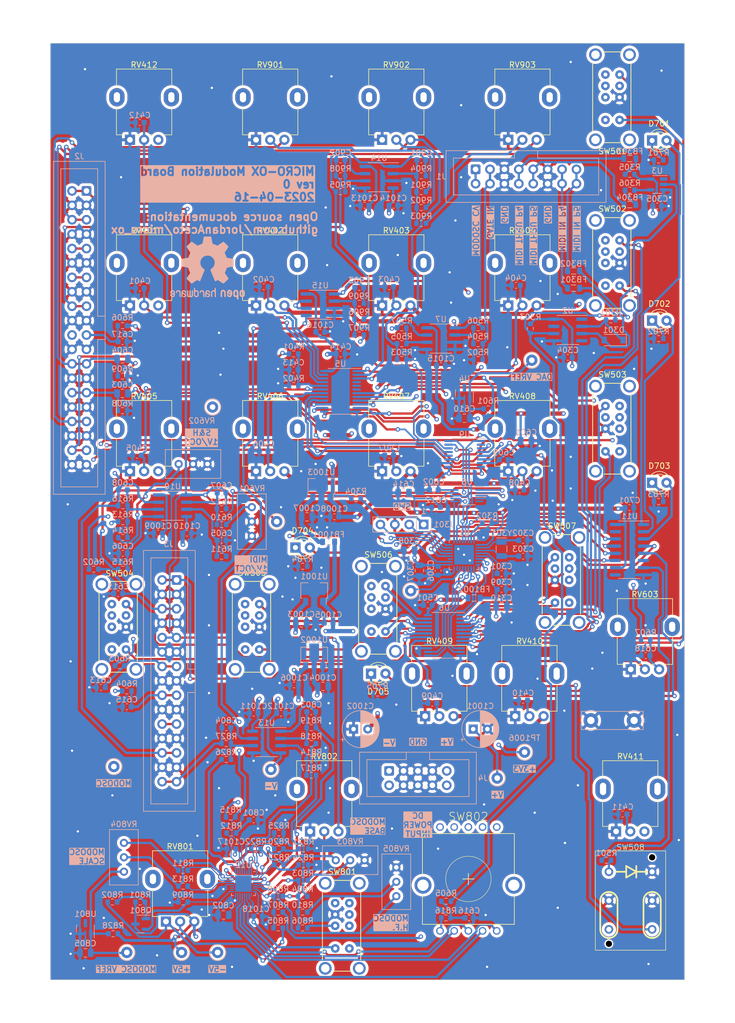
<source format=kicad_pcb>
(kicad_pcb (version 20221018) (generator pcbnew)
  (title_block (title "MICRO-OX Modulation Board") (date "2023-04-16") (rev "0") (comment 2 "creativecommons.org/licenses/by/4.0") (comment 3 "license: CC by 4.0") (comment 4 "Author: Jordan Aceto"))
  (layers (0 "F.Cu" signal) (1 "In1.Cu" signal) (2 "In2.Cu" signal) (31 "B.Cu" signal) (34 "B.Paste" user) (35 "F.Paste" user) (36 "B.SilkS" user "B.Silkscreen") (37 "F.SilkS" user "F.Silkscreen") (38 "B.Mask" user) (39 "F.Mask" user) (44 "Edge.Cuts" user))
  (net 0 "")
  (net 1 "+3.3V")
  (net 2 "GND")
  (net 3 "Net-(U1-NRST)")
  (net 4 "Net-(U1-PC14)")
  (net 5 "Net-(U1-PC15)")
  (net 6 "/digital_ctl_generators/analog_controls/VCF_ENV_A")
  (net 7 "/digital_ctl_generators/analog_controls/VCF_ENV_D")
  (net 8 "/digital_ctl_generators/analog_controls/VCF_ENV_S")
  (net 9 "/digital_ctl_generators/analog_controls/VCF_ENV_R")
  (net 10 "/digital_ctl_generators/analog_controls/MOD_ENV_A")
  (net 11 "/digital_ctl_generators/analog_controls/MOD_ENV_D")
  (net 12 "/digital_ctl_generators/analog_controls/MOD_ENV_S")
  (net 13 "/digital_ctl_generators/analog_controls/MOD_ENV_R")
  (net 14 "/digital_ctl_generators/analog_controls/VCA_ENV_A")
  (net 15 "/digital_ctl_generators/analog_controls/VCA_ENV_R")
  (net 16 "/digital_ctl_generators/analog_controls/MODOSC_RISE_TIME")
  (net 17 "/digital_ctl_generators/analog_controls/S_AND_H_GLIDE")
  (net 18 "/PINK_NOISE")
  (net 19 "/WHITE_NOISE")
  (net 20 "Net-(U10A-+)")
  (net 21 "Net-(U10B-+)")
  (net 22 "Net-(U10A--)")
  (net 23 "/PITCH_CV")
  (net 24 "Net-(U10B--)")
  (net 25 "/S_AND_H")
  (net 26 "/VCA_ENV")
  (net 27 "/MOD_ENV")
  (net 28 "/VCF_ENV")
  (net 29 "/FEEDBACK_CV")
  (net 30 "/digital_ctl_generators/MIDI_MOD_WHEEL")
  (net 31 "Net-(C604-Pad1)")
  (net 32 "Net-(C801-Pad1)")
  (net 33 "Net-(U12A-tcap)")
  (net 34 "Net-(U14A--)")
  (net 35 "/mod_osc/INV_SAW")
  (net 36 "Net-(U13A--)")
  (net 37 "/MOD_OSC")
  (net 38 "/mod_osc/MODOSC_VREF")
  (net 39 "Net-(U13B--)")
  (net 40 "Net-(C901-Pad2)")
  (net 41 "Net-(U13A-+)")
  (net 42 "/S_AND_H_MIXER")
  (net 43 "Net-(U15A--)")
  (net 44 "/digital_ctl_generators/S_AND_H_MIX_3V")
  (net 45 "+12V")
  (net 46 "-12V")
  (net 47 "+5V")
  (net 48 "-5V")
  (net 49 "Net-(U14B--)")
  (net 50 "+3.3VA")
  (net 51 "Net-(D301-K)")
  (net 52 "Net-(D301-A)")
  (net 53 "Net-(D701-K)")
  (net 54 "Net-(D701-A)")
  (net 55 "Net-(D702-K)")
  (net 56 "Net-(D702-A)")
  (net 57 "Net-(D703-K)")
  (net 58 "Net-(D703-A)")
  (net 59 "Net-(D704-K)")
  (net 60 "Net-(D704-A)")
  (net 61 "Net-(D705-K)")
  (net 62 "Net-(D705-A)")
  (net 63 "/MIDI_IN_P5")
  (net 64 "Net-(FB303-Pad1)")
  (net 65 "/MIDI_THRU_P4")
  (net 66 "Net-(FB304-Pad1)")
  (net 67 "/MIDI_THRU_P5")
  (net 68 "/EXT_GATE_IN")
  (net 69 "/MIDI_IN_P4")
  (net 70 "/PWM_LFO_TRI")
  (net 71 "/VCO_A")
  (net 72 "/GLIDE_CV")
  (net 73 "/VOLUME_CV")
  (net 74 "Net-(J301-Pin_1)")
  (net 75 "/digital_ctl_generators/microcontroller/SYS_SWCLK")
  (net 76 "/digital_ctl_generators/microcontroller/SYS_SWDIO")
  (net 78 "/digital_ctl_generators/discrete_controls/~{EXT_GATE}")
  (net 79 "Net-(Q801-B)")
  (net 80 "Net-(Q801-E)")
  (net 81 "Net-(U1-PH3)")
  (net 82 "/digital_ctl_generators/microcontroller/MIDI_RX")
  (net 83 "Net-(U3-Y)")
  (net 84 "Net-(R501-Pad1)")
  (net 85 "/digital_ctl_generators/LED_driver/MODOSC_ON_OFF_LED")
  (net 86 "Net-(U4-K)")
  (net 87 "Net-(U8-VOUTA)")
  (net 88 "Net-(C618-Pad1)")
  (net 89 "Net-(U8-VOUTB)")
  (net 90 "Net-(U12D-expo_freq)")
  (net 91 "Net-(R803-Pad2)")
  (net 92 "Net-(R805-Pad2)")
  (net 93 "Net-(R806-Pad2)")
  (net 94 "Net-(R808-Pad2)")
  (net 95 "Net-(R810-Pad1)")
  (net 96 "Net-(R811-Pad1)")
  (net 97 "Net-(U12D-expo_scale)")
  (net 98 "Net-(U12D-bw_comp)")
  (net 99 "Net-(U12A-lin_freq)")
  (net 100 "Net-(U12A-square_out)")
  (net 101 "Net-(R816-Pad2)")
  (net 102 "Net-(U12B-saw_out)")
  (net 103 "Net-(U12E-sine_in_+)")
  (net 104 "Net-(U12A-tri_out)")
  (net 105 "Net-(U12C-pwm_in_+)")
  (net 106 "Net-(U12E-sine_in_-)")
  (net 107 "Net-(U12F-mix_out)")
  (net 108 "Net-(R901-Pad1)")
  (net 109 "Net-(R902-Pad1)")
  (net 110 "Net-(R903-Pad1)")
  (net 111 "Net-(U12A-hf_track)")
  (net 114 "/digital_ctl_generators/discrete_controls/AUTO_GATE_SRC_A")
  (net 116 "/digital_ctl_generators/discrete_controls/AUTO_GATE_SRC_B")
  (net 118 "/digital_ctl_generators/discrete_controls/AUTO_GATE_LOGIC_A")
  (net 120 "/digital_ctl_generators/discrete_controls/AUTO_GATE_LOGIC_B")
  (net 125 "/digital_ctl_generators/discrete_controls/VCF_ENV_TRIG_SRC_A")
  (net 127 "/digital_ctl_generators/discrete_controls/VCF_ENV_TRIG_SRC_B")
  (net 129 "/digital_ctl_generators/discrete_controls/MOD_ENV_TRIG_SRC_A")
  (net 131 "/digital_ctl_generators/discrete_controls/MOD_ENV_TRIG_SRC_B")
  (net 133 "/digital_ctl_generators/discrete_controls/VCA_ENV_TRIG_SRC_A")
  (net 135 "/digital_ctl_generators/discrete_controls/VCA_ENV_TRIG_SRC_B")
  (net 137 "/digital_ctl_generators/discrete_controls/S_AND_H_TRIG_SRC_A")
  (net 139 "/digital_ctl_generators/discrete_controls/S_AND_H_TRIG_SRC_B")
  (net 144 "/digital_ctl_generators/discrete_controls/MODOSC_ON_OFF_TOGGLE")
  (net 150 "Net-(U12F-aux_1_mix)")
  (net 151 "Net-(U12F-aux_2_mix)")
  (net 152 "Net-(U12F-saw_mix)")
  (net 153 "Net-(U12F-pulse_mix)")
  (net 158 "Net-(U1-PB0)")
  (net 159 "/digital_ctl_generators/analog_controls/POT_MUX.COM_ANALOG")
  (net 160 "/digital_ctl_generators/analog_controls/POT_MUX.S0")
  (net 161 "/digital_ctl_generators/analog_controls/POT_MUX.S1")
  (net 162 "/digital_ctl_generators/analog_controls/POT_MUX.S2")
  (net 163 "/digital_ctl_generators/analog_controls/POT_MUX.S3")
  (net 165 "/digital_ctl_generators/analog_controls/POT_MUX.COM_DISCRETE")
  (net 168 "/digital_ctl_generators/MODOSC_SQR")
  (net 169 "/digital_ctl_generators/discrete_controls/PWM_LFO_SQR")
  (net 170 "/digital_ctl_generators/DAC/DAC_SPI.SCK")
  (net 171 "/digital_ctl_generators/DAC/DAC_SPI.~{CS_0}")
  (net 172 "/digital_ctl_generators/DAC/DAC_SPI.SDO")
  (net 173 "/digital_ctl_generators/DAC/DAC_SPI.~{CS_1}")
  (net 174 "/digital_ctl_generators/DAC/DAC_SPI.~{CS_2}")
  (net 179 "Net-(U7B--)")
  (net 180 "Net-(U1003-IN)")
  (net 184 "/mod_osc/SINE")
  (net 188 "/digital_ctl_generators/discrete_controls/VCA_CTL_SRC_A")
  (net 189 "/digital_ctl_generators/discrete_controls/VCA_CTL_SRC_B")
  (net 190 "/EXT_MODOSC_CV_IN")
  (net 191 "Net-(U7A--)")
  (net 194 "Net-(FB301-Pad2)")
  (net 195 "Net-(C603-Pad1)")
  (net 197 "/digital_ctl_generators/analog_controls/PORTAMENTO_TIME")
  (net 217 "Net-(U9-VOUT_H)")
  (net 218 "Net-(U9-VOUT_A)")
  (net 219 "Net-(U9-VOUT_B)")
  (net 220 "Net-(U9-VOUT_C)")
  (net 221 "Net-(U9-VOUT_D)")
  (net 222 "Net-(U9-VOUT_E)")
  (net 223 "Net-(R610-Pad1)")
  (net 224 "Net-(R614-Pad1)")
  (footprint "custom_footprints:E-Switch_EG2301" (layer "F.Cu") (at 132.08 117.475)
    (fp_text reference "SW507")
    (fp_text value "E-Switch_EG2301B")
  )
  (footprint "Potentiometer_THT:Potentiometer_Alpha_RD901F-40-00D_Single_Vertical" (layer "F.Cu") (at 55.92 69.095 90)
    (fp_text reference "RV401")
    (fp_text value "100k")
  )
  (footprint "Potentiometer_THT:Potentiometer_Alpha_RD901F-40-00D_Single_Vertical" (layer "F.Cu") (at 100.37 69.095 90)
    (fp_text reference "RV403")
    (fp_text value "100k")
  )
  (footprint "custom_footprints:E-Switch_EG2301" (layer "F.Cu") (at 140.97 32.385)
    (fp_text reference "SW501")
    (fp_text value "E-Switch_EG2301B")
  )
  (footprint "custom_footprints:SR1712F_rotary_switch" (layer "F.Cu") (at 115.57 170.18 180)
    (fp_text reference "SW802")
    (fp_text value "SR1712F-0204" hide)
  )
  (footprint "Potentiometer_THT:Potentiometer_Alpha_RD901F-40-00D_Single_Vertical" (layer "F.Cu") (at 122.595 98.305 90)
    (fp_text reference "RV408")
    (fp_text value "100k")
  )
  (footprint "Potentiometer_THT:Potentiometer_Alpha_RD901F-40-00D_Single_Vertical" (layer "F.Cu") (at 122.595 69.095 90)
    (fp_text reference "RV404")
    (fp_text value "100k")
  )
  (footprint "Potentiometer_THT:Potentiometer_Alpha_RD901F-40-00D_Single_Vertical" (layer "F.Cu") (at 78.145 69.095 90)
    (fp_text reference "RV402")
    (fp_text value "100k")
  )
  (footprint "custom_footprints:E-Switch_EG2301" (layer "F.Cu") (at 99.715 122.555)
    (fp_text reference "SW506")
    (fp_text value "E-Switch_EG2301B")
  )
  (footprint "Potentiometer_THT:Potentiometer_Alpha_RD901F-40-00D_Single_Vertical" (layer "F.Cu") (at 144.185 133.23 90)
    (fp_text reference "RV603")
    (fp_text value "100k")
  )
  (footprint "Potentiometer_THT:Potentiometer_Alpha_RD901F-40-00D_Single_Vertical" (layer "F.Cu") (at 78.145 98.305 90)
    (fp_text reference "RV406")
    (fp_text value "100k")
  )
  (footprint "custom_footprints:E-Switch_EG2301" (layer "F.Cu") (at 140.97 61.595)
    (fp_text reference "SW502")
    (fp_text value "E-Switch_EG2301B")
  )
  (footprint "custom_footprints:Bourns_PTV09" (layer "F.Cu") (at 123.825 141.485 90)
    (fp_text reference "RV410")
    (fp_text value "100k")
  )
  (footprint "LED_THT:LED_D3.0mm" (layer "F.Cu") (at 98.42 133.985)
    (fp_text reference "D705")
    (fp_text value "LED")
  )
  (footprint "custom_footprints:E-Switch_EG2301" (layer "F.Cu") (at 77.47 125.73)
    (fp_text reference "SW505")
    (fp_text value "E-Switch_EG2301B")
  )
  (footprint "LED_THT:LED_D3.0mm" (layer "F.Cu") (at 85.085 111.76)
    (fp_text reference "D704")
    (fp_text value "LED")
  )
  (footprint "LED_THT:LED_D3.0mm" (layer "F.Cu") (at 147.95 40.005)
    (fp_text reference "D701")
    (fp_text value "LED")
  )
  (footprint "LED_THT:LED_D3.0mm" (layer "F.Cu") (at 147.95 71.755)
    (fp_text reference "D702")
    (fp_text value "LED")
  )
  (footprint "Potentiometer_THT:Potentiometer_Alpha_RD901F-40-00D_Single_Vertical" (layer "F.Cu") (at 87.67 161.805 90)
    (fp_text reference "RV802")
    (fp_text value "100k")
  )
  (footprint "Potentiometer_THT:Potentiometer_Alpha_RD901F-40-00D_Single_Vertical" (layer "F.Cu") (at 122.595 39.885 90)
    (fp_text reference "RV903")
    (fp_text value "100k")
  )
  (footprint "Potentiometer_THT:Potentiometer_Alpha_RD901F-40-00D_Single_Vertical" (layer "F.Cu") (at 62.27 177.68 90)
    (fp_text reference "RV801")
    (fp_text value "100k")
  )
  (footprint "Potentiometer_THT:Potentiometer_Alpha_RD901F-40-00D_Single_Vertical" (layer "F.Cu") (at 100.37 39.885 90)
    (fp_text reference "RV902")
    (fp_text value "100k")
  )
  (footprint "Potentiometer_THT:Potentiometer_Alpha_RD901F-40-00D_Single_Vertical" (layer "F.Cu") (at 100.37 98.305 90)
    (fp_text reference "RV407")
    (fp_text value "100k")
  )
  (footprint "Potentiometer_THT:Potentiometer_Alpha_RD901F-40-00D_Single_Vertical" (layer "F.Cu") (at 78.145 39.885 90)
    (fp_text reference "RV901")
    (fp_text value "100k")
  )
  (footprint "LED_THT:LED_D3.0mm" (layer "F.Cu") (at 147.95 100.33)
    (fp_text reference "D703")
    (fp_text value "LED")
  )
  (footprint "Potentiometer_THT:Potentiometer_Alpha_RD901F-40-00D_Single_Vertical" (layer "F.Cu") (at 55.92 98.305 90)
    (fp_text reference "RV405")
    (fp_text value "100k")
  )
  (footprint "custom_footprints:Bourns_PTV09" (layer "F.Cu") (at 107.95 141.485 90)
    (fp_text reference "RV409")
    (fp_text value "100k")
  )
  (footprint "custom_footprints:E-Switch_EG2301" (layer "F.Cu") (at 93.345 178.435)
    (fp_text reference "SW801")
    (fp_text value "E-Switch_EG2301B")
  )
  (footprint "custom_footprints:E-Switch_EG2301" (layer "F.Cu") (at 140.97 90.805)
    (fp_text reference "SW503")
    (fp_text value "E-Switch_EG2301B")
  )
  (footprint "custom_footprints:E_Switch_5511M12" (layer "F.Cu") (at 144.145 173.99)
    (fp_text reference "SW508")
    (fp_text value "5511M12")
  )
  (footprint "custom_footprints:Bourns_PTV09" (layer "F.Cu") (at 141.605 161.805 90)
    (fp_text reference "RV411")
    (fp_text value "100k")
  )
  (footprint "Potentiometer_THT:Potentiometer_Alpha_RD901F-40-00D_Single_Vertical" (layer "F.Cu") (at 55.92 39.885 90)
    (fp_text reference "RV412")
    (fp_text value "100k")
  )
  (footprint "custom_footprints:E-Switch_EG2301" (layer "F.Cu") (at 53.975 125.73)
    (fp_text reference "SW504")
    (fp_text value "E-Switch_EG2301B")
  )
  (footprint "Resistor_SMD:R_0603_1608Metric" (layer "B.Cu") (at 72.898 149.098)
    (fp_text reference "R826")
    (fp_text value "20k")
  )
  (footprint "Diode_SMD:D_SOD-123" (layer "B.Cu") (at 141.161 75.184 180)
    (fp_text reference "D301")
    (fp_text value "1N4148W")
  )
  (footprint "Capacitor_SMD:C_0603_1608Metric" (layer "B.Cu") (at 84.773 80.417 180)
    (fp_text reference "C413")
    (fp_text value "100n")
  )
  (footprint "Capacitor_SMD:C_0603_1608Metric" (layer "B.Cu") (at 57.658 36.83 180)
    (fp_text reference "C412")
    (fp_text value "100n")
  )
  (footprint "Package_SO:VSSOP-10_3x3mm_P0.5mm" (layer "B.Cu") (at 115.316 102.616 180)
    (fp_text reference "U8")
    (fp_text value "DAC8162xDGSx")
  )
  (footprint "Capacitor_SMD:C_0603_1608Metric" (layer "B.Cu") (at 77.724 159.766)
    (fp_text reference "C801")
    (fp_text value "10n")
  )
  (footprint "Resistor_SMD:R_0603_1608Metric" (layer "B.Cu") (at 149.098 43.434 180)
    (fp_text reference "R701")
    (fp_text value "390")
  )
  (footprint "Capacitor_SMD:C_0603_1608Metric" (layer "B.Cu") (at 124.587 101.6 180)
    (fp_text reference "C408")
    (fp_text value "100n")
  )
  (footprint "Resistor_SMD:R_0603_1608Metric" (layer "B.Cu") (at 86.492 164.863 180)
    (fp_text reference "R821")
    (fp_text value "4k7")
  )
  (footprint "Resistor_SMD:R_0603_1608Metric" (layer "B.Cu") (at 54.102 132.588)
    (fp_text reference "R603")
    (fp_text value "1k")
  )
  (footprint "Resistor_SMD:R_0603_1608Metric" (layer "B.Cu") (at 84.773 83.211 180)
    (fp_text reference "R402")
    (fp_text value "10k")
  )
  (footprint "Capacitor_SMD:C_0603_1608Metric" (layer "B.Cu") (at 109.855 104.648 180)
    (fp_text reference "C612")
    (fp_text value "100n")
  )
  (footprint "Resistor_SMD:R_0603_1608Metric" (layer "B.Cu") (at 54.61 81.534)
    (fp_text reference "R609")
    (fp_text value "100k")
  )
  (footprint "Resistor_SMD:R_0603_1608Metric" (layer "B.Cu") (at 82.174 162.069)
    (fp_text reference "R825")
    (fp_text value "10k")
  )
  (footprint "Capacitor_SMD:C_0603_1608Metric" (layer "B.Cu") (at 97.282 51.435 180)
    (fp_text reference "C1013")
    (fp_text value "100n")
  )
  (footprint "Potentiometer_THT:Potentiometer_Bourns_3296W_Vertical" (layer "B.Cu") (at 97.282 166.878)
    (fp_text reference "RV803")
    (fp_text value "5k")
  )
  (footprint "Resistor_SMD:R_0603_1608Metric" (layer "B.Cu") (at 117.283 78.613)
    (fp_text reference "R502")
    (fp_text value "100k")
  )
  (footprint "Package_DFN_QFN:QFN-32-1EP_5x5mm_P0.5mm_EP3.45x3.45mm" (layer "B.Cu") (at 114.808 113.03 180)
    (fp_text reference "U1")
    (fp_text value "STM32L412K8Ux")
  )
  (footprint "Capacitor_SMD:C_0603_1608Metric" (layer "B.Cu") (at 73.792 164.863 180)
    (fp_text reference "C1017")
    (fp_text value "100n")
  )
  (footprint "Package_DFN_QFN:QFN-32-1EP_4x4mm_P0.4mm_EP2.9x2.9mm" (layer "B.Cu") (at 75.914 170.996 180)
    (fp_text reference "U12")
    (fp_text value "SSI2130")
  )
  (footprint "Capacitor_THT:CP_Radial_D6.3mm_P2.50mm" (layer "B.Cu") (at 95.337621 143.764)
    (fp_text reference "C1002")
    (fp_text value "10u")
  )
  (footprint "Capacitor_SMD:C_0603_1608Metric" (layer "B.Cu") (at 77.724 140.97 180)
    (fp_text reference "C1011")
    (fp_text value "100n")
  )
  (footprint "Resistor_SMD:R_0603_1608Metric" (layer "B.Cu") (at 72.073 104.902)
    (fp_text reference "R612")
    (fp_text value "68k")
  )
  (footprint "Capacitor_SMD:C_0603_1608Metric" (layer "B.Cu") (at 142.748 158.75 180)
    (fp_text reference "C411")
    (fp_text value "100n")
  )
  (footprint "Capacitor_SMD:C_0603_1608Metric" (layer "B.Cu") (at 53.848 119.888 180)
    (fp_text reference "C611")
    (fp_text value "10n")
  )
  (footprint "Capacitor_SMD:C_0603_1608Metric" (layer "B.Cu") (at 110.236 115.837 -90)
    (fp_text reference "C306")
    (fp_text value "100n")
  )
  (footprint "TestPoint:TestPoint_Keystone_5000-5004_Miniature" (layer "B.Cu") (at 71.374 183.134 180)
    (fp_text reference "TP1005" hide)
    (fp_text value "-5v")
  )
  (footprint "Capacitor_SMD:C_0603_1608Metric" (layer "B.Cu") (at 54.673 101.6 180)
    (fp_text reference "C608")
    (fp_text value "1n")
  )
  (footprint "Resistor_SMD:R_0603_1608Metric" (layer "B.Cu") (at 82.042 178.816)
    (fp_text reference "R805")
    (fp_text value "150k")
  )
  (footprint "Package_SO:SOIC-8_3.9x4.9mm_P1.27mm" (layer "B.Cu") (at 63.435 104.394 180)
    (fp_text reference "U10")
    (fp_text value "TL072")
  )
  (footprint "Resistor_SMD:R_0603_1608Metric" (layer "B.Cu") (at 52.832 174.244 180)
    (fp_text reference "R802")
    (fp_text value "20k")
  )
  (footprint "Resistor_SMD:R_0603_1608Metric" (layer "B.Cu") (at 86.492 167.657 180)
    (fp_text reference "R824")
    (fp_text value "4k7")
  )
  (footprint "TestPoint:TestPoint_Keystone_5000-5004_Miniature" (layer "B.Cu") (at 81.788 107.188 180)
    (fp_text reference "TP602" hide)
    (fp_text value "PITCH_CV")
  )
  (footprint "TestPoint:TestPoint_Keystone_5000-5004_Miniature" (layer "B.Cu") (at 55.372 183.134 180)
    (fp_text reference "TP801" hide)
    (fp_text value "MODOSC_Vref")
  )
  (footprint "Capacitor_SMD:C_0603_1608Metric" (layer "B.Cu") (at 125.222 110.49 180)
    (fp_text reference "C302")
    (fp_text value "4p3")
  )
  (footprint "Resistor_SMD:R_0603_1608Metric" (layer "B.Cu") (at 86.36 173.228)
    (fp_text reference "R804")
    (fp_text value "27k")
  )
  (footprint "custom_footprints:16_pin_IDC_header" (layer "B.Cu") (at 116.84 45.085 -90)
    (fp_text reference "J1")
    (fp_text value "MOD_BOARD_EXT_CON")
  )
  (footprint "Package_SO:TSSOP-24_4.4x7.8mm_P0.65mm" (layer "B.Cu") (at 111.3205 127.235 180)
    (fp_text reference "U6")
    (fp_text value "74HC4067PW")
  )
  (footprint "Capacitor_SMD:C_0603_1608Metric" (layer "B.Cu") (at 125.222 138.684 180)
    (fp_text reference "C410")
    (fp_text value "100n")
  )
  (footprint "Capacitor_SMD:C_0603_1608Metric" (layer "B.Cu") (at 54.673 112.776)
    (fp_text reference "C606")
    (fp_text value "1n")
  )
  (footprint "Connector_PinHeader_2.54mm:PinHeader_1x04_P2.54mm_Vertical" (layer "B.Cu") (at 107.686 107.696 90)
    (fp_text reference "J301")
    (fp_text value "SWD_header")
  )
  (footprint "custom_footprints:40_pin_IDC_header" (layer "B.Cu") (at 48.26 48.895 180)
    (fp_text reference "J2")
    (fp_text value "VCO_BOARD_CON")
  )
  (footprint "Package_SO:TSSOP-16_4.4x5mm_P0.65mm" (layer "B.Cu") (at 114.935 95.25 180)
    (fp_text reference "U9")
    (fp_text value "DAC128S085CIMT")
  )
  (footprint "Package_TO_SOT_SMD:SOT-89-3" (layer "B.Cu") (at 88.392 130.9795 90)
    (fp_text reference "U1002")
    (fp_text value "L79L05_SOT89")
  )
  (footprint "Capacitor_SMD:C_0603_1608Metric" (layer "B.Cu") (at 72.898 143.51 180)
    (fp_text reference "C804")
    (fp_text value "100p")
  )
  (footprint "Capacitor_SMD:C_0603_1608Metric" (layer "B.Cu") (at 133.096 78.232 180)
    (fp_text reference "C304")
    (fp_text value "100n")
  )
  (footprint "Resistor_SMD:R_0603_1608Metric" (layer "B.Cu") (at 72.898 146.304 180)
    (fp_text reference "R827")
    (fp_text value "56k")
  )
  (footprint "Resistor_SMD:R_0603_1608Metric" (layer "B.Cu") (at 86.36 178.816)
    (fp_text reference "R806")
    (fp_text value "100k")
  )
  (footprint "Resistor_SMD:R_0603_1608Metric" (layer "B.Cu") (at 103.821 75.819)
    (fp_text reference "R505")
    (fp_text value "10k")
  )
  (footprint "Capacitor_SMD:C_0603_1608Metric" (layer "B.Cu") (at 82.55 140.97 180)
    (fp_text reference "C1012")
    (fp_text value "100n")
  )
  (footprint "Capacitor_SMD:C_0603_1608Metric" (layer "B.Cu") (at 125.222 113.284 180)
    (fp_text reference "C303")
    (fp_text value "4p3")
  )
  (footprint "Resistor_SMD:R_0603_1608Metric" (layer "B.Cu") (at 107.253 46.228)
    (fp_text reference "R904")
    (fp_text value "100k")
  )
  (footprint "Inductor_SMD:L_0805_2012Metric" (layer "B.Cu") (at 90.932 110.744 180)
    (fp_text reference "FB1001")
    (fp_text value "100R @ 100MHz")
  )
  (footprint "Resistor_SMD:R_0603_1608Metric" (layer "B.Cu") (at 103.821 73.025 180)
    (fp_text reference "R507")
    (fp_text value "1M")
  )
  (footprint "Resistor_SMD:R_0603_1608Metric" (layer "B.Cu") (at 65.278 171.45 180)
    (fp_text reference "R813")
    (fp_text value "1M")
  )
  (footprint "Resistor_SMD:R_0603_1608Metric" (layer "B.Cu") (at 107.253 49.022 180)
    (fp_text reference "R901")
    (fp_text value "100k")
  )
  (footprint "Package_SO:SOIC-8_3.9x4.9mm_P1.27mm" (layer "B.Cu") (at 99.822 46.482 180)
    (fp_text reference "U14")
    (fp_text value "TL072")
  )
  (footprint "Resistor_SMD:R_0603_1608Metric" (layer "B.Cu") (at 54.673 115.57)
    (fp_text reference "R615")
    (fp_text value "10k")
  )
  (footprint "Resistor_SMD:R_0603_1608Metric" (layer "B.Cu") (at 57.721 174.244)
    (fp_text reference "R801")
    (fp_text value "20k")
  )
  (footprint "Capacitor_SMD:C_0603_1608Metric" (layer "B.Cu") (at 143.953 104.713)
    (fp_text reference "C701")
    (fp_text value "100n")
  )
  (footprint "Package_TO_SOT_SMD:SOT-23" (layer "B.Cu") (at 114.874 84.5335 90)
    (fp_text reference "U4")
    (fp_text value "LM4040C-2.5")
  )
  (footprint "Capacitor_SMD:C_0603_1608Metric" (layer "B.Cu") (at 121.412 119.126)
    (fp_text reference "C309")
    (fp_text value "100n")
  )
  (footprint "custom_footprints:10_pin_IDC-Header" (layer "B.Cu") (at 101.6 151.13 -90)
    (fp_text reference "J4")
    (fp_text value "power_entry")
  )
  (footprint "Resistor_SMD:R_0603_1608Metric" (layer "B.Cu") (at 72.073 113.284 180)
    (fp_text reference "R611")
    (fp_text value "10k")
  )
  (footprint "Resistor_SMD:R_0603_1608Metric" (layer "B.Cu") (at 144.018 48.768 180)
    (fp_text reference "R306")
    (fp_text value "10")
  )
  (footprint "Resistor_SMD:R_0603_1608Metric" (layer "B.Cu") (at 107.253 54.61 180)
    (fp_text reference "R903")
    (fp_text value "22k")
  )
  (footprint "Capacitor_SMD:C_0603_1608Metric" (layer "B.Cu") (at 146.812 130.81 180)
    (fp_text reference "C618")
    (fp_text value "100n")
  )
  (footprint "Package_SO:SOIC-16_3.9x9.9mm_P1.27mm" (layer "B.Cu") (at 143.953 112.141 180)
    (fp_text reference "U11")
    (fp_text value "74HC595")
  )
  (footprint "Capacitor_SMD:C_0603_1608Metric" (layer "B.Cu") (at 54.61 75.438)
    (fp_text reference "C617")
    (fp_text value "10n")
  )
  (footprint "Capacitor_SMD:C_0805_2012Metric" (layer "B.Cu") (at 89.94 136.2315 180)
    (fp_text reference "C1004")
    (fp_text value "470n")
  )
  (footprint "Resistor_SMD:R_0603_1608Metric" (layer "B.Cu") (at 65.278 168.656)
    (fp_text reference "R811")
    (fp_text value "47k")
  )
  (footprint "Capacitor_SMD:C_0805_2012Metric" (layer "B.Cu") (at 86.106 125.0525)
    (fp_text reference "C1003")
    (fp_text value "470n")
  )
  (footprint "Capacitor_SMD:C_0805_2012Metric" (layer "B.Cu") (at 54.61 84.582 180)
    (fp_text reference "C603")
    (fp_text value "10u")
  )
  (footprint "Resistor_SMD:R_0603_1608Metric" (layer "B.Cu") (at 82.042 176.022)
    (fp_text reference "R807")
    (fp_text value "100k")
  )
  (footprint "Capacitor_SMD:C_0603_1608Metric" (layer "B.Cu") (at 72.073 110.49 180)
    (fp_text reference "C605")
    (fp_text value "1n")
  )
  (footprint "Inductor_SMD:L_0805_2012Metric" (layer "B.Cu") (at 134.112 62.992)
    (fp_text reference "FB302")
    (fp_text value "1k@100MHz")
  )
  (footprint "Capacitor_SMD:C_0603_1608Metric" (layer "B.Cu") (at 107.253 43.434)
    (fp_text reference "C901")
    (fp_text value "100p")
  )
  (footprint "Capacitor_SMD:C_0603_1608Metric" (layer "B.Cu") (at 121.412 116.332 180)
    (fp_text reference "C301")
    (fp_text value "100n")
  )
  (footprint "Inductor_SMD:L_0805_2012Metric" (layer "B.Cu") (at 116.586 120.65)
    (fp_text reference "FB1002")
    (fp_text value "100R @ 100MHz")
  )
  (footprint "Resistor_SMD:R_0603_1608Metric" (layer "B.Cu") (at 54.61 87.63)
    (fp_text reference "R608")
    (fp_text value "100k")
  )
  (footprint "Capacitor_SMD:C_0603_1608Metric" (layer "B.Cu") (at 60.895 109.22 180)
    (fp_text reference "C1009")
    (fp_text value "100n")
  )
  (footprint "Capacitor_SMD:C_0603_1608Metric" (layer "B.Cu") (at 109.474 101.6 180)
    (fp_text reference "C602")
    (fp_text value "100n")
  )
  (footprint "Capacitor_SMD:C_0603_1608Metric" (layer "B.Cu") (at 79.502 94.742 180)
    (fp_text reference "C406")
    (fp_text value "100n")
  )
  (footprint "Resistor_SMD:R_0603_1608Metric" (layer "B.Cu") (at 140.653 71.628 180)
    (fp_text reference "R301")
    (fp_text value "220")
  )
  (footprint "Resistor_SMD:R_0603_1608Metric" (layer "B.Cu") (at 78.11 164.863 180)
    (fp_text reference "R822")
    (fp_text value "10k")
  )
  (footprint "Inductor_SMD:L_0805_2012Metric" (layer "B.Cu") (at 134.112 66.04)
    (fp_text reference "FB301")
    (fp_text value "1k@100MHz")
  )
  (footprint "Package_SO:TSSOP-24_4.4x7.8mm_P0.65mm" (layer "B.Cu") (at 93.0325 84.227 180)
    (fp_text reference "U5")
    (fp_text value "74HC4067PW")
  )
  (footprint "Resistor_SMD:R_0603_1608Metric" (layer "B.Cu") (at 73.792 162.069)
    (fp_text reference "R812")
    (fp_text value "270")
  )
  (footprint "Capacitor_SMD:C_0603_1608Metric" (layer "B.Cu") (at 115.697 177.038)
    (fp_text reference "C616")
    (fp_text value "100n")
  )
  (footprint "Capacitor_SMD:C_0603_1608Metric" (layer "B.Cu") (at 123.952 65.532 180)
    (fp_text reference "C404")
    (fp_text value "100n")
  )
  (footprint "Resistor_SMD:R_0603_1608Metric" (layer "B.Cu") (at 111.633 174.117 180)
    (fp_text reference "R605")
    (fp_text value "1k")
  )
  (footprint "Resistor_SMD:R_0603_1608Metric" (layer "B.Cu") (at 54.673 104.394 180)
    (fp_text reference "R616")
    (fp_text value "47k")
  )
  (footprint "Capacitor_SMD:C_0603_1608Metric" (layer "B.Cu") (at 55.372 139.827 180)
    (fp_text reference "C615")
    (fp_text value "10n")
  )
  (footprint "Capacitor_SMD:C_0805_2012Metric" (layer "B.Cu") (at 104.14 102.108 180)
    (fp_text reference "C614")
    (fp_text value "1u")
  )
  (footprint "Resistor_SMD:R_0603_1608Metric" (layer "B.Cu") (at 73.66 159.258 180)
    (fp_text reference "R815")
    (fp_text value "4k7")
  )
  (footprint "Capacitor_SMD:C_0805_2012Metric" (layer "B.Cu") (at 114.874 88.9785 180)
    (fp_text reference "C610")
    (fp_text value "10u")
  )
  (footprint "Capacitor_SMD:C_0603_1608Metric" (layer "B.Cu") (at 101.6 65.786 180)
    (fp_text reference "C403")
    (fp_text value "100n")
  )
  (footprint "Resistor_SMD:R_0603_1608Metric" (layer "B.Cu") (at 87.884 146.304 180)
    (fp_text reference "R818")
    (fp_text value "100k")
  )
  (footprint "Resistor_SMD:R_0603_1608Metric" (layer "B.Cu") (at 144.018 45.974 180)
    (fp_text reference "R305")
    (fp_text value "22")
  )
  (footprint "Resistor_SMD:R_0603_1608Metric" (layer "B.Cu") (at 55.372 137.033)
    (fp_text reference "R604")
    (fp_text value "1k")
  )
  (footprint "Capacitor_SMD:C_0603_1608Metric" (layer "B.Cu") (at 87.884 140.716)
    (fp_text reference "C803")
    (fp_text value "100p")
  )
  (footprint "Capacitor_SMD:C_0805_2012Metric" (layer "B.Cu") (at 106.934 115.824 -90)
    (fp_text reference "C307")
    (fp_text value "1u")
  )
  (footprint "Resistor_SMD:R_0603_1608Metric" (layer "B.Cu") (at 99.568 137.414 180)
    (fp_text reference "R705")
    (fp_text value "390")
  )
  (footprint "Inductor_SMD:L_0805_2012Metric" (layer "B.Cu") (at 144.018 51.308 180)
    (fp_text reference "FB304")
    (fp_text value "1k@100MHz")
  )
  (footprint "Potentiometer_THT:Potentiometer_Bourns_3296W_Vertical" (layer "B.Cu") (at 77.407 104.638 90)
    (fp_text reference "RV601")
    (fp_text value "5k")
  )
  (footprint "Potentiometer_THT:Potentiometer_Bourns_3296W_Vertical" (layer "B.Cu") (at 102.87 168.138 90)
    (fp_text reference "RV805")
    (fp_text value "5k")
  )
  (footprint "Capacitor_SMD:C_0603_1608Metric" (layer "B.Cu") (at 91.948 106.3415 180)
    (fp_text reference "C1008")
    (fp_text value "100n")
  )
  (footprint "Resistor_SMD:R_0603_1608Metric" (layer "B.Cu") (at 84.773 77.623)
    (fp_text reference "R401")
    (fp_text value "5k6")
  )
  (footprint "Resistor_SMD:R_0603_1608Metric" (layer "B.Cu") (at 52.964 179.832 180)
    (fp_text reference "R828")
    (fp_text value "1k")
  )
  (footprint "Resistor_SMD:R_0603_1608Metric" (layer "B.Cu") (at 111.6076 177.038 180)
    (fp_text reference "R816")
    (fp_text value "100k")
  )
  (footprint "Capacitor_SMD:C_0603_1608Metric" (layer "B.Cu") (at 65.975 109.22 180)
    (fp_text reference "C1010")
    (fp_text value "100n")
  )
  (footprint "Resistor_SMD:R_0603_1608Metric" (layer "B.Cu") (at 93.029 46.228 180)
    (fp_text reference "R908")
    (fp_text value "100k")
  )
  (footprint "Capacitor_SMD:C_0603_1608Metric" (layer "B.Cu") (at 79.502 65.786 180)
    (fp_text reference "C402")
    (fp_text value "100n")
  )
  (footprint "Resistor_SMD:R_0603_1608Metric" (layer "B.Cu") (at 82.042 173.228)
    (fp_text reference "R808")
    (fp_text value "100k")
  )
  (footprint "Resistor_SMD:R_0603_1608Metric" (layer "B.Cu") (at 65.278 174.244 180)
    (fp_text reference "R809")
    (fp_text value "10k")
  )
  (footprint "Capacitor_SMD:C_0603_1608Metric" (layer "B.Cu") (at 57.15 95.504 180)
    (fp_text reference "C405")
    (fp_text value "100n")
  )
  (footprint "Resistor_SMD:R_0603_1608Metric" (layer "B.Cu") (at 146.812 128.016)
    (fp_text reference "R607")
    (fp_text value "1k")
  )
  (footprint "Resistor_SMD:R_0603_1608Metric" (layer "B.Cu") (at 93.029 49.022)
    (fp_text reference "R905")
    (fp_text value "100k")
  )
  (footprint "Capacitor_SMD:C_0805_2012Metric" (layer "B.Cu") (at 105.156 112.268 180)
    (fp_text reference "C308")
    (fp_text value "10u")
  )
  (footprint "Resistor_SMD:R_0603_1608Metric" (layer "B.Cu") (at 103.821 78.613 180)
    (fp_text reference "R503")
    (fp_text value "100k")
  )
  (footprint "TestPoint:TestPoint_Keystone_5000-5004_Miniature" (layer "B.Cu") (at 80.772 150.876 180)
    (fp_text reference "TP1002" hide)
    (fp_text value "V-")
  )
  (footprint "TestPoint:TestPoint_Keystone_5000-5004_Miniature" (layer "B.Cu") (at 53.086 150.368 180)
    (fp_text reference "TP802" hide)
    (fp_text value "MODOSC")
  )
  (footprint "Resistor_SMD:R_0603_1608Metric" (layer "B.Cu") (at 82.174 164.863 180)
    (fp_text reference "R820")
    (fp_text value "3k9")
  )
  (footprint "Symbol:OSHW-Logo2_14.6x12mm_SilkScreen" (layer "B.Cu") (at 69.596 62.484 180)
    (fp_text reference "REF**" hide)
    (fp_text value "OSHW-Logo2_14.6x12mm_SilkScreen" hide)
  )
  (footprint "Package_TO_SOT_SMD:SOT-23" (layer "B.Cu") (at 48.072 178.8945 90)
    (fp_text reference "U801")
    (fp_text value "LM4040C-2.5")
  )
  (footprint "Crystal:Crystal_SMD_MicroCrystal_CC7V-T1A-2Pin_3.2x1.5mm" (layer "B.Cu") (at 121.412 112.014 -90)
    (fp_text reference "Y301")
    (fp_text value "32_768KHZ")
  )
  (footprint "Capacitor_SMD:C_0603_1608Metric" (layer "B.Cu") (at 72.073 102.108)
    (fp_text reference "C607")
    (fp_text value "1n")
  )
  (footprint "Resistor_SMD:R_0603_1608Metric" (layer "B.Cu") (at 82.174 167.657)
    (fp_text reference "R823")
    (fp_text value "12k")
  )
  (footprint "Resistor_SMD:R_0603_1608Metric" (layer "B.Cu") (at 117.283 73.025)
    (fp_text reference "R506")
    (fp_text value "1M")
  )
  (footprint "Package_SO:SOIC-8_3.9x4.9mm_P1.27mm" (layer "B.Cu") (at 89.473 68.961 180)
    (fp_text reference "U15")
    (fp_text value "MCP6002-xSN")
  )
  (footprint "Capacitor_SMD:C_0603_1608Metric" (layer "B.Cu") (at 93.0325 77.623)
    (fp_text reference "C414")
    (fp_text value "100n")
  )
  (footprint "Resistor_SMD:R_0603_1608Metric" (layer "B.Cu") (at 87.884 151.892 180)
    (fp_text reference "R817")
    (fp_text value "200k")
  )
  (footprint "Capacitor_SMD:C_0603_1608Metric" (layer "B.Cu") (at 102.362 51.435 180)
    (fp_text reference "C1014")
    (fp_text value "100n")
  )
  (footprint "Package_TO_SOT_SMD:SOT-89-3" (layer "B.Cu") (at 88.392 119.634 90)
    (fp_text reference "U1001")
    (fp_text value "L78L05_SOT89")
  )
  (footprint "Capacitor_SMD:C_0603_1608Metric" (layer "B.Cu") (at 57.658 66.04 180)
    (fp_text reference "C401")
    (fp_text value "100n")
  )
  (footprint "Resistor_SMD:R_0603_1608Metric" (layer "B.Cu") (at 149.098 103.632 180)
    (fp_text reference "R703")
    (fp_text value "390")
  )
  (footprint "Potentiometer_THT:Potentiometer_Bourns_3296W_Vertical" (layer "B.Cu") (at 54.864 163.82 90)
    (fp_text reference "RV804")
    (fp_text value "5k")
  )
  (footprint "Resistor_SMD:R_0603_1608Metric" (layer "B.Cu") (at 118.872 107.442 180)
    (fp_text reference "R302")
    (fp_text value "10k")
  )
  (footprint "Capacitor_SMD:C_0805_2012Metric" (layer "B.Cu") (at 121.412 122.174)
    (fp_text reference "C310")
    (fp_text value "10u")
  )
  (footprint "Resistor_SMD:R_0603_1608Metric" (layer "B.Cu") (at 149.098 74.93 180)
    (fp_text reference "R702")
    (fp_text value "390")
  )
  (footprint "TestPoint:TestPoint_Keystone_5000-5004_Miniature" (layer "B.Cu") (at 120.65 152.4 180)
    (fp_text reference "TP1001" hide)
    (fp_text value "V+")
  )
  (footprint "Resistor_SMD:R_0603_1608Metric" (layer "B.Cu") (at 86.36 115.062 180)
    (fp_text reference "R704")
    (fp_text value "390")
  )
  (footprint "Resistor_SMD:R_0603_1608Metric" (layer "B.Cu") (at 54.673 107.188)
    (fp_text reference "R613")
    (fp_text value "47k")
  )
  (footprint "Capacitor_SMD:C_0603_1608Metric" (layer "B.Cu") (at 89.473 73.787)
    (fp_text reference "C1016")
    (fp_text value "100n")
  )
  (footprint "Package_SO:SOIC-8_3.9x4.9mm_P1.27mm" (layer "B.Cu") (at 110.744 74.93 180)
    (fp_text reference "U7")
    (fp_text value "MCP6002-xSN")
  )
  (footprint "TestPoint:TestPoint_Bridge_Pitch7.62mm_Drill1.3mm" (layer "B.Cu") (at 144.78 142.24 180)
    (fp_text reference "TP1003" hide)
    (fp_text value "GND")
  )
  (footprint "Resistor_SMD:R_0603_1608Metric" (layer "B.Cu") (at 49.53 115.57)
    (fp_text reference "R602")
    (fp_text value "1k")
  )
  (footprint "Capacitor_SMD:C_0603_1608Metric" (layer "B.Cu") (at 90.932 125.0525 180)
    (fp_text reference "C1005")
    (fp_text value "100n")
  )
  (footprint "custom_footprints:30_pin_IDC-Header" (layer "B.Cu") (at 64.135 117.475 180)
    (fp_text reference "J3")
    (fp_text value "VCF_BOARD_CON")
  )
  (footprint "TestPoint:TestPoint_Keystone_5000-5004_Miniature" (layer "B.Cu") (at 105.41 119.38 180)
    (fp_text reference "TP301" hide)
    (fp_text value "debug_pin")
  )
  (footprint "Capacitor_SMD:C_0603_1608Metric" (layer "B.Cu") (at 109.22 139.192 180)
    (fp_text reference "C409")
    (fp_text value "100n")
  )
  (footprint "Package_TO_SOT_SMD:SOT-23" (layer "B.Cu") (at 57.7995 178.12 180)
    (fp_text reference "Q801")
    (fp_text value "MMBT3904")
  )
  (footprint "Resistor_SMD:R_0603_1608Metric" (layer "B.Cu") (at 117.283 75.819 180)
    (fp_text reference "R504")
    (fp_text value "100k")
  )
  (footprint "Package_SO:SOIC-8_3.9x4.9mm_P1.27mm" (layer "B.Cu") (at 133.096 73.406 180)
    (fp_text reference "U2")
    (fp_text value "VO0600T")
  )
  (footprint "Resistor_SMD:R_0603_1608Metric" (layer "B.Cu") (at 139.891 166.878 180)
    (fp_text reference "R501")
    (fp_text value "390")
  )
  (footprint "Capacitor_SMD:C_0603_1608Metric" (layer "B.Cu") (at 121.793 96.266)
    (fp_text reference "C609")
    (fp_text value "100n")
  )
  (footprint "Resistor_SMD:R_0603_1608Metric" (layer "B.Cu") (at 86.36 176.022 180)
    (fp_text reference "R810")
    (fp_text value "270k")
  )
  (footprint "Resistor_SMD:R_0603_1608Metric" (layer "B.Cu") (at 87.884 143.51)
    (fp_text reference "R819")
    (fp_text value "200k")
  )
  (footprint "Capacitor_SMD:C_0603_1608Metric" (layer "B.Cu") (at 93.029 43.434 180)
    (fp_text reference "C902")
    (fp_text value "100p")
  )
  (footprint "Inductor_SMD:L_0805_2012Metric" (layer "B.Cu") (at 144.018 43.18 180)
    (fp_text reference "FB303")
    (fp_text value "1k@100MHz")
  )
  (footprint "Resistor_SMD:R_0603_1608Metric" (layer "B.Cu") (at 72.073 107.696 180)
    (fp_text reference "R610")
    (fp_text value "20k")
  )
  (footprint "Resistor_SMD:R_0603_1608Metric" (layer "B.Cu") (at 119.065 87.3275 180)
    (fp_text reference "R601")
    (fp_text value "1k")
  )
  (footprint "Resistor_SMD:R_0603_1608Metric" (layer "B.Cu") (at 86.423 170.434)
    (fp_text reference "R803")
    (fp_text value "100k")
  )
  (footprint "TestPoint:TestPoint_Keystone_5000-5004_Miniature" (layer "B.Cu") (at 125.476 147.828 180)
    (fp_text reference "TP1006")
    (fp_text value "3v3")
  )
  (footprint "TestPoint:TestPoint_Keystone_5000-5004_Miniature" (layer "B.Cu") (at 126.746 78.74 180)
    (fp_text reference "TP601" hide)
    (fp_text value "DAC_Vref")
  )
  (footprint "Resistor_SMD:R_0603_1608Metric" (layer "B.Cu") (at 95.758 103.124)
    (fp_text reference "R304")
    (fp_text value "220")
  )
  (footprint "Capacitor_SMD:C_0603_1608Metric" (layer "B.Cu") (at 78.486 176.784 180)
    (fp_text reference "C1018")
    (fp_text value "100n")
  )
  (footprint "Potentiometer_THT:Potentiometer_Bourns_3296W_Vertical" (layer "B.Cu") (at 64.506 97.028 180)
    (fp_text reference "RV602")
    (fp_text value "5k")
  )
  (footprint "Capacitor_SMD:C_0603_1608Metric" (layer "B.Cu") (at 50.8 136.398 180)
    (fp_text reference "C613")
    (fp_text value "100n")
  )
  (footprint "Resistor_SMD:R_0603_1608Metric" (layer "B.Cu") (at 107.253 51.816 180)
    (fp_text reference "R902")
    (fp_text value "100k")
  )
  (footprint "Capacitor_SMD:C_0603_1608Metric" (layer "B.Cu") (at 108.4072 121.92 180)
    (fp_text reference "C501")
    (fp_text value "100n")
  )
  (footprint "Package_TO_SOT_SMD:SOT-23-5" (layer "B.Cu") (at 148.844 47.752 180)
    (fp_text reference "U3")
    (fp_text value "SN74LV1T34DBV")
  )
  (footprint "Package_TO_SOT_SMD:SOT-89-3" (layer "B.Cu") (at 89.662 101.2615 90)
    (fp_text reference "U1003")
    (fp_text value "L78L33_SOT89")
  )
  (footprint "Resistor_SMD:R_0603_1608Metric" (layer "B.Cu") (at 96.331 74.295 180)
    (fp_text reference "R907")
    (fp_text value "100k")
  )
  (footprint "Capacitor_SMD:C_0603_1608Metric" (layer "B.Cu") (at 101.6 95.504 180)
    (fp_text reference "C407")
    (fp_text value "100n")
  )
  (footprint "Capacitor_SMD:C_0603_1608Metric" (layer "B.Cu") (at 110.744 79.699)
    (fp_text reference "C1015")
    (fp_text value "100n")
  )
  (footprint "Capacitor_SMD:C_0805_2012Metric" (layer "B.Cu") (at 125.73 92.964)
    (fp_text reference "C601")
    (fp_text value "1u")
  )
  (footprint "Capacitor_SMD:C_0603_1608Metric" (layer "B.Cu") (at 148.844 51.562)
    (fp_text reference "C305")
    (fp_text value "100n")
  )
  (footprint "Resistor_SMD:R_0603_1608Metric" (layer "B.Cu") (at 54.673 109.982)
    (fp_text reference "R614")
    (fp_text value "20k")
  )
  (footprint "Capacitor_SMD:C_0805_2012Metric" (layer "B.Cu") (at 54.61 78.486 180)
    (fp_text reference "C604")
    (fp_text value "10u")
  )
  (footprint "Capacitor_SMD:C_0805_2012Metric" (layer "B.Cu") (at 48.072 183.2125 180)
    (fp_text reference "C805")
    (fp_text value "10u")
  )
  (footprint "Capacitor_SMD:C_0805_2012Metric" (layer "B.Cu") (at 72.39 176.53 180)
    (fp_text reference "C802")
    (fp_text value "47n COG")
  )
  (footprint "Resistor_SMD:R_0603_1608Metric" (layer "B.Cu") (at 87.884 149.098 180)
    (fp_text reference "R814")
    (fp_text value "100k")
  )
  (footprint "Capacitor_SMD:C_0603_1608Metric" (layer "B.Cu") (at 96.331 65.913)
    (fp_text reference "C903")
    (fp_text value "100p")
  )
  (footprint "TestPoint:TestPoint_Keystone_5000-5004_Miniature" (layer "B.Cu") (at 70.485 86.995 180)
    (fp_text reference "TP603" hide)
    (fp_text value "S&H_CV")
  )
  (footprint "Capacitor_THT:CP_Radial_D6.3mm_P2.50mm" (layer "B.Cu") (at 116.419621 143.764)
    (fp_text reference "C1001")
    (fp_text value "10u")
  )
  (footprint "Resistor_SMD:R_0603_1608Metric" (layer "B.Cu") (at 96.331 68.707)
    (fp_text reference "R909")
    (fp_text value "33k")
  )
  (footprint "Capacitor_SMD:C_0603_1608Metric" (layer "B.Cu") (at 84.86 135.9775)
    (fp_text reference "C1006")
    (fp_text value "100n")
  )
  (footprint "Resistor_SMD:R_0603_1608Metric" (layer "B.Cu") (at 96.331 71.501 180)
    (fp_text reference "R906")
    (fp_text value "100k")
  )
  (footprint "Package_SO:SOIC-8_3.9x4.9mm_P1.27mm" (layer "B.Cu") (at 80.01 146.05 180)
    (fp_text reference "U13")
    (fp_text value "TL072")
  )
  (footprint "Capacitor_SMD:C_0805_2012Metric" (layer "B.Cu") (at 87.122 106.3415)
    (fp_text reference "C1007")
    (fp_text value "2u2")
  )
  (footprint "Resistor_SMD:R_0603_1608Metric" (layer "B.Cu") (at 126.492 73.152 -90)
    (fp_text reference "R303")
    (fp_text value "10k")
  )
  (footprint "Resistor_SMD:R_0603_1608Metric" (layer "B.Cu") (at 54.61 72.644 180)
    (fp_text reference "R606")
    (fp_text value "1k")
  )
  (footprint "TestPoint:TestPoint_Keystone_5000-5004_Miniature" (layer "B.Cu") (at 65.024 183.134 180)
    (fp_text reference "TP1004" hide)
    (fp_text value "+5v")
  )
  (gr_rect (start 41.91 22.86) (end 153.67 187.96) (stroke (width 0.1)) (fill none) (layer "Edge.Cuts"))
  (gr_text "MODOSC CV" (at 116.84 51.435 270) (layer "B.SilkS" knockout) (effects (font (size 1 1) (thickness 0.2) bold) (justify right mirror)))
  (gr_text "Open source documentation:\ngithub.com/JordanAceto/micro_ox" (at 89.281 56.515) (layer "B.SilkS") (effects (font (size 1.4 1.4) (thickness 0.3) bold) (justify left bottom mirror)))
  (gr_text "MODOSC" (at 53.086 153.924) (layer "B.SilkS" knockout) (effects (font (size 1 1) (thickness 0.2) bold) (justify bottom mirror)))
  (gr_text "SWD" (at 103.886 105.156) (layer "B.SilkS" knockout) (effects (font (size 1 1) (thickness 0.2) bold) (justify bottom mirror)))
  (gr_text "+5V" (at 65.024 186.69) (layer "B.SilkS" knockout) (effects (font (size 1 1) (thickness 0.2) bold) (justify bottom mirror)))
  (gr_text "MODOSC\nBASE" (at 101.092 162.306) (layer "B.SilkS" knockout) (effects (font (size 1 1) (thickness 0.2) bold) (justify left bottom mirror)))
  (gr_text "MODOSC\nSCALE" (at 51.562 167.64) (layer "B.SilkS" knockout) (effects (font (size 1 1) (thickness 0.2) bold) (justify left bottom mirror)))
  (gr_text "MIDI\n1V/OCT" (at 80.264 116.078) (layer "B.SilkS" knockout) (effects (font (size 1 1) (thickness 0.2) bold) (justify left bottom mirror)))
  (gr_text "GND" (at 106.68 146.05) (layer "B.SilkS" knockout) (effects (font (size 1 1) (thickness 0.2) bold) (justify mirror)))
  (gr_text "MICRO-OX Modulation Board\nrev 0\n2023-04-16" (at 88.646 50.8) (layer "B.SilkS" knockout) (effects (font (size 1.4 1.4) (thickness 0.35) bold) (justify left bottom mirror)))
  (gr_text "1" (at 107.696 105.918) (layer "B.SilkS") (effects (font (size 1 1)) (justify bottom mirror)))
  (gr_text "-5V" (at 71.374 186.69) (layer "B.SilkS" knockout) (effects (font (size 1 1) (thickness 0.2) bold) (justify bottom mirror)))
  (gr_text "DAC VREF" (at 126.746 82.296) (layer "B.SilkS" knockout) (effects (font (size 1 1) (thickness 0.2) bold) (justify bottom mirror)))
  (gr_text "MIDI THRU P5" (at 127 51.435 270) (layer "B.SilkS" knockout) (effects (font (size 1 1) (thickness 0.2) bold) (justify right mirror)))
  (gr_text "MIDI THRU P4" (at 124.46 51.435 270) (layer "B.SilkS" knockout) (effects (font (size 1 1) (thickness 0.2) bold) (justify right mirror)))
  (gr_text "V-" (at 101.6 146.2055) (layer "B.SilkS" knockout) (effects (font (size 1 1) (thickness 0.2) bold) (justify mirror)))
  (gr_text "GND" (at 129.54 51.435 270) (layer "B.SilkS" knockout) (effects (font (size 1 1) (thickness 0.2) bold) (justify right mirror)))
  (gr_text "DC\nPOWER\nINPUT" (at 106.68 160.655) (layer "B.SilkS" knockout) (effects (font (size 1 1) (thickness 0.2) bold) (justify mirror)))
  (gr_text "V-" (at 80.772 154.432) (layer "B.SilkS" knockout) (effects (font (size 1 1) (thickness 0.2) bold) (justify bottom mirror)))
  (gr_text "GND" (at 121.92 51.435 270) (layer "B.SilkS" knockout) (effects (font (size 1 1) (thickness 0.2) bold) (justify right mirror)))
  (gr_text "GATE IN" (at 119.38 51.435 270) (layer "B.SilkS" knockout) (effects (font (size 1 1) (thickness 0.2) bold) (justify right mirror)))
  (gr_text "S&H\n1V/OCT" (at 68.58 93.726) (layer "B.SilkS" knockout) (effects (font (size 1 1) (thickness 0.2) bold) (justify bottom mirror)))
  (gr_text "MODOSC VREF" (at 60.706 186.69) (layer "B.SilkS" knockout) (effects (font (size 1 1) (thickness 0.2) bold) (justify left bottom mirror)))
  (gr_text "MODOSC\nH.F." (at 105.156 179.324) (layer "B.SilkS" knockout) (effects (font (size 1 1) (thickness 0.2) bold) (justify left bottom mirror)))
  (gr_text "MIDI IN P5" (at 134.62 51.435 270) (layer "B.SilkS" knockout) (effects (font (size 1 1) (thickness 0.2) bold) (justify right mirror)))
  (gr_text "+3V3" (at 125.476 151.384) (layer "B.SilkS" knockout) (effects (font (size 1 1) (thickness 0.2) bold) (justify bottom mirror)))
  (gr_text "V+" (at 120.65 155.956) (layer "B.SilkS" knockout) (effects (font (size 1 1) (thickness 0.2) bold) (justify bottom mirror)))
  (gr_text "V+" (at 111.76 146.05) (layer "B.SilkS" knockout) (effects (font (size 1 1) (thickness 0.2) bold) (justify mirror)))
  (gr_text "MIDI IN P4" (at 132.08 51.435 270) (layer "B.SilkS" knockout) (effects (font (size 1 1) (thickness 0.2) bold) (justify right mirror)))
  (segment (start 98.552 103.886) (end 96.012 106.426) (width 0.75) (layer "F.Cu") (net 1))
  (segment (start 108.600716 105.585025) (end 105.331025 105.585025) (width 0.75) (layer "F.Cu") (net 1))
  (segment (start 114.533001 120.572974) (end 114.151175 120.9548) (width 0.75) (layer "F.Cu") (net 1))
  (segment (start 108.600716 105.585025) (end 108.679691 105.664) (width 0.75) (layer "F.Cu") (net 1))
  (segment (start 121.642289 105.604935) (end 121.606935 105.604935) (width 0.75) (layer "F.Cu") (net 1))
  (segment (start 119.965497 88.138) (end 117.171497 90.932) (width 0.75) (layer "F.Cu") (net 1))
  (segment (start 122.345224 104.902) (end 121.642289 105.604935) (width 0.75) (layer "F.Cu") (net 1))
  (segment (start 132.334 88.138) (end 119.965497 88.138) (width 0.75) (layer "F.Cu") (net 1))
  (segment (start 117.171497 90.932) (end 116.459 90.932) (width 0.75) (layer "F.Cu") (net 1))
  (segment (start 108.679691 105.664) (end 121.54787 105.664) (width 0.75) (layer "F.Cu") (net 1))
  (segment (start 105.331025 105.585025) (end 103.632 103.886) (width 0.75) (layer "F.Cu") (net 1))
  (segment (start 121.54787 105.664) (end 121.606935 105.604935) (width 0.75) (layer "F.Cu") (net 1))
  (segment (start 114.151175 120.9548) (end 110.6932 120.9548) (width 0.75) (layer "F.Cu") (net 1))
  (segment (start 141.986 104.902) (end 122.345224 104.902) (width 0.75) (layer "F.Cu") (net 1))
  (segment (start 103.632 103.886) (end 98.552 103.886) (width 0.75) (layer "F.Cu") (net 1))
  (via (at 121.606935 105.604935) (size 0.8) (drill 0.4) (layers "F.Cu" "B.Cu") (net 1))
  (via (at 106.553 105.585025) (size 0.8) (drill 0.4) (layers "F.Cu" "B.Cu") (net 1))
  (via (at 133.858 79.756) (size 0.8) (drill 0.4) (layers "F.Cu" "B.Cu") (net 1))
  (via (at 106.080247 113.560912) (size 0.8) (drill 0.4) (layers "F.Cu" "B.Cu") (net 1))
  (via (at 132.334 88.138) (size 0.8) (drill 0.4) (layers "F.Cu" "B.Cu") (net 1))
  (via (at 116.459 90.932) (size 0.8) (drill 0.4) (layers "F.Cu" "B.Cu") (net 1))
  (via (at 90.678 77.724) (size 0.8) (drill 0.4) (layers "F.Cu" "B.Cu") (net 1))
  (via (at 124.841 88.138) (size 0.8) (drill 0.4) (layers "F.Cu" "B.Cu") (net 1))
  (via (at 74.9808 156.6672) (size 0.8) (drill 0.4) (layers "F.Cu" "B.Cu") (net 1))
  (via (at 120.904 146.541255) (size 0.8) (drill 0.4) (layers "F.Cu" "B.Cu") (net 1))
  (via (at 96.012 106.426) (size 0.8) (drill 0.4) (layers "F.Cu" "B.Cu") (net 1))
  (via (at 114.533001 120.572974) (size 0.8) (drill 0.4) (layers "F.Cu" "B.Cu") (net 1))
  (via (at 110.6932 120.9548) (size 0.8) (drill 0.4) (layers "F.Cu" "B.Cu") (net 1))
  (via (at 116.5485 105.664) (size 0.8) (drill 0.4) (layers "F.Cu" "B.Cu") (net 1))
  (via (at 91.44 97.028) (size 0.8) (drill 0.4) (layers "F.Cu" "B.Cu") (net 1))
  (via (at 141.986 104.902) (size 0.8) (drill 0.4) (layers "F.Cu" "B.Cu") (net 1))
  (via (at 148.082 52.832) (size 0.8) (drill 0.4) (layers "F.Cu" "B.Cu") (net 1))
  (segment (start 143.178 104.713) (end 142.989 104.902) (width 0.75) (layer "B.Cu") (net 1))
  (segment (start 110.518 114.78) (end 110.236 115.062) (width 0.25) (layer "B.Cu") (net 1))
  (segment (start 92.2575 77.623) (end 92.2575 79.9545) (width 0.5) (layer "B.Cu") (net 1))
  (segment (start 148.069 51.562) (end 148.069 52.819) (width 0.4) (layer "B.Cu") (net 1))
  (segment (start 143.256 107.598) (end 143.178 107.52) (width 0.4) (layer "B.Cu") (net 1))
  (segment (start 90.779 77.623) (end 90.678 77.724) (width 0.75) (layer "B.Cu") (net 1))
  (segment (start 109.106 103.124) (end 110.63 104.648) (width 0.3) (layer "B.Cu") (net 1))
  (segment (start 88.138 67.056) (end 86.998 67.056) (width 0.4) (layer "B.Cu") (net 1))
  (segment (start 109.969 79.699) (end 109.969 73.647) (width 0.4) (layer "B.Cu") (net 1))
  (segment (start 106.106 112.268) (end 106.106 114.046) (width 0.5) (layer "B.Cu") (net 1))
  (segment (start 88.698 67.616) (end 88.138 67.056) (width 0.4) (layer "B.Cu") (net 1))
  (segment (start 91.694 97.282) (end 91.44 97.028) (width 0.75) (layer "B.Cu") (net 1))
  (segment (start 124.78 92.983822) (end 124.78 92.964) (width 0.4) (layer "B.Cu") (net 1))
  (segment (start 115.5235 120.65) (end 114.610027 120.65) (width 0.3) (layer "B.Cu") (net 1))
  (segment (start 148.069 51.562) (end 148.069 49.779817) (width 0.4) (layer "B.Cu") (net 1))
  (segment (start 119.888 110.236) (end 119.888 109.22) (width 0.3) (layer "B.Cu") (net 1))
  (segment (start 116.459 90.932) (end 112.268 90.932) (width 0.5) (layer "B.Cu") (net 1))
  (segment (start 122.323499 94.960501) (end 122.803321 94.960501) (width 0.4) (layer "B.Cu") (net 1))
  (segment (start 127.318 71.501) (end 126.492 72.327) (width 0.4) (layer "B.Cu") (net 1))
  (segment (start 91.162 103.2115) (end 92.723 104.7725) (width 0.75) (layer "B.Cu") (net 1))
  (segment (start 91.7575 102.616) (end 94.425 102.616) (width 0.4) (layer "B.Cu") (net 1))
  (segment (start 132.207 71.501) (end 130.875 71.501) (width 0.4) (layer "B.Cu") (net 1))
  (segment (start 145.671 46.802) (end 144.843 45.974) (width 0.4) (layer "B.Cu") (net 1))
  (segment (start 148.148 46.802) (end 147.7065 46.802) (width 0.4) (layer "B.Cu") (net 1))
  (segment (start 121.018 96.266) (end 122.323499 94.960501) (width 0.4) (layer "B.Cu") (net 1))
  (segment (start 105.09 102.108) (end 106.106 103.124) (width 0.3) (layer "B.Cu") (net 1))
  (segment (start 111.879 102.116) (end 110.63 103.365) (width 0.3) (layer "B.Cu") (net 1))
  (segment (start 133.871 79.743) (end 133.858 79.756) (width 0.4) (layer "B.Cu") (net 1))
  (segment (start 91.56 80.652) (end 90.17 80.652) (width 0.5) (layer "B.Cu") (net 1))
  (segment (start 110.63 103.365) (end 110.63 104.648) (width 0.3) (layer "B.Cu") (net 1))
  (segment (start 130.621 71.501) (end 127.318 71.501) (width 0.4) (layer "B.Cu") (net 1))
  (segment (start 106.106 114.046) (end 106.934 114.874) (width 0.5) (layer "B.Cu") (net 1))
  (segment (start 142.748 115.316) (end 143.256 114.808) (width 0.4) (layer "B.Cu") (net 1))
  (segment (start 124.78 88.199) (end 124.841 88.138) (width 0.4) (layer "B.Cu") (net 1))
  (segment (start 72.835 158.0002) (end 74.168 156.6672) (width 0.4) (layer "B.Cu") (net 1))
  (segment (start 88.698 73.787) (end 88.698 67.616) (width 0.4) (layer "B.Cu") (net 1))
  (segment (start 89.623 74.712) (end 90.206 74.712) (width 0.5) (layer "B.Cu") (net 1))
  (segment (start 108.458 123.66) (end 108.458 122.8852) (width 0.5) (layer "B.Cu") (net 1))
  (segment (start 141.478 115.316) (end 142.748 115.316) (width 0.4) (layer "B.Cu") (net 1))
  (segment (start 133.871 73.165) (end 132.207 71.501) (width 0.4) (layer "B.Cu") (net 1))
  (segment (start 106.106 113.535159) (end 106.080247 113.560912) (width 0.4) (layer "B.Cu") (net 1))
  (segment (start 92.723 106.3415) (end 95.9275 106.3415) (width 0.75) (layer "B.Cu") (net 1))
  (segment (start 105.09 102.108) (end 106.045 103.063) (width 0.3) (layer "B.Cu") (net 1))
  (segment (start 108.458 122.8852) (end 109.182199 122.161001) (width 0.5) (layer "B.Cu") (net 1))
  (segment (start 120.409 96.875) (end 121.018 96.266) (width 0.4) (layer "B.Cu") (net 1))
  (segment (start 148.069 52.819) (end 148.082 52.832) (width 0.4) (layer "B.Cu") (net 1))
  (segment (start 88.698 73.787) (end 89.623 74.712) (width 0.5) (layer "B.Cu") (net 1))
  (segment (start 110.1474 120.9548) (end 110.6932 120.9548) (width 0.4) (layer "B.Cu") (net 1))
  (segment (start 125.476 147.828) (end 122.190745 147.828) (width 0.4) (layer "B.Cu") (net 1))
  (segment (start 106.045 105.077025) (end 106.553 105.585025) (width 0.3) (layer "B.Cu") (net 1))
  (segment (start 72.835 159.258) (end 72.835 158.0002) (width 0.4) (layer "B.Cu") (net 1))
  (segment (start 92.2575 76.7635) (end 92.2575 77.623) (width 0.5) (layer "B.Cu") (net 1))
  (segment (start 112.3705 114.78) (end 110.518 114.78) (width 0.25) (layer "B.Cu") (net 1))
  (segment (start 110.998 86.487) (end 109.969 85.458) (width 0.5) (layer "B.Cu") (net 1))
  (segment (start 109.182199 121.920001) (end 110.1474 120.9548) (width 0.4) (layer "B.Cu") (net 1))
  (segment (start 124.78 92.964) (end 124.78 88.199) (width 0.4) (layer "B.Cu") (net 1))
  (segment (start 143.256 114.808) (end 143.256 107.598) (width 0.4) (layer "B.Cu") (net 1))
  (segment (start 148.769 47.423) (end 148.148 46.802) (width 0.4) (layer "B.Cu") (net 1))
  (segment (start 114.610027 120.65) (end 114.533001 120.572974) (width 0.3) (layer "B.Cu") (net 1))
  (segment (start 120.904 108.458) (end 121.606935 107.755065) (width 0.3) (layer "B.Cu") (net 1))
  (segment (start 120.65 108.458) (end 120.904 108.458) (width 0.3) (layer "B.Cu") (net 1))
  (segment (start 133.871 78.232) (end 133.871 79.743) (width 0.4) (layer "B.Cu") (net 1))
  (segment (start 109.182199 122.161001) (end 109.182199 121.920001) (width 0.5) (layer "B.Cu") (net 1))
  (segment (start 106.106 103.124) (end 109.106 103.124) (width 0.3) (layer "B.Cu") (net 1))
  (segment (start 117.2455 111.28) (end 118.844 111.28) (width 0.3) (layer "B.Cu") (net 1))
  (segment (start 92.723 104.7725) (end 92.723 106.3415) (width 0.75) (layer "B.Cu") (net 1))
  (segment (start 91.162 103.2115) (end 91.7575 102.616) (width 0.4) (layer "B.Cu") (net 1))
  (segment (start 130.875 71.501) (end 130.748 71.628) (width 0.4) (layer "B.Cu") (net 1))
  (segment (start 92.2575 77.623) (end 90.779 77.623) (width 0.75) (layer "B.Cu") (net 1))
  (segment (start 121.606935 107.755065) (end 121.606935 105.604935) (width 0.3) (layer "B.Cu") (net 1))
  (segment (start 91.694 102.6795) (end 91.694 97.282) (width 0.75) (layer "B.Cu") (net 1))
  (segment (start 142.989 104.902) (end 141.986 104.902) (width 0.75) (layer "B.Cu") (net 1))
  (segment (start 113.116 102.116) (end 111.879 102.116) (width 0.3) (layer "B.Cu") (net 1))
  (segment (start 141.478 107.696) (end 143.002 107.696) (width 0.5) (layer "B.Cu") (net 1))
  (segment (start 95.9275 106.3415) (end 96.012 106.426) (width 0.75) (layer "B.Cu") (net 1))
  (segment (start 133.871 78.232) (end 133.871 73.165) (width 0.4) (layer "B.Cu") (net 1))
  (segment (start 91.162 103.2115) (end 91.694 102.6795) (width 0.75) (layer "B.Cu") (net 1))
  (segment (start 117.7975 96.875) (end 120.409 96.875) (width 0.4) (layer "B.Cu") (net 1))
  (segment (start 110.048 114.874) (end 110.236 115.062) (width 0.5) (layer "B.Cu") (net 1))
  (segment (start 112.268 90.932) (end 110.998 89.662) (width 0.5) (layer "B.Cu") (net 1))
  (segment (start 122.190745 147.828) (end 120.904 146.541255) (width 0.4) (layer "B.Cu") (net 1))
  (segment (start 106.045 103.063) (end 106.045 105.077025) (width 0.3) (layer "B.Cu") (net 1))
  (segment (start 109.969 73.647) (end 109.347 73.025) (width 0.4) (layer "B.Cu") (net 1))
  (segment (start 92.2575 79.9545) (end 91.56 80.652) (width 0.5) (layer "B.Cu") (net 1))
  (segment (start 118.844 111.28) (end 119.888 110.236) (width 0.3) (layer "B.Cu") (net 1))
  (segment (start 143.178 107.52) (end 143.002 107.696) (width 0.5) (layer "B.Cu") (net 1))
  (segment (start 106.106 112.268) (end 106.106 113.535159) (width 0.4) (layer "B.Cu") (net 1))
  (segment (start 147.7065 46.802) (end 145.671 46.802) (width 0.4) (layer "B.Cu") (net 1))
  (segment (start 106.934 114.874) (end 110.048 114.874) (width 0.5) (layer "B.Cu") (net 1))
  (segment (start 110.998 89.662) (end 110.998 86.487) (width 0.5) (layer "B.Cu") (net 1))
  (segment (start 119.888 109.22) (end 120.65 108.458) (width 0.3) (layer "B.Cu") (net 1))
  (segment (start 122.803321 94.960501) (end 124.78 92.983822) (width 0.4) (layer "B.Cu") (net 1))
  (segment (start 109.969 85.458) (end 109.969 79.699) (width 0.5) (layer "B.Cu") (net 1))
  (segment (start 94.425 102.616) (end 94.933 103.124) (width 0.4) (layer "B.Cu") (net 1))
  (segment (start 90.206 74.712) (end 92.2575 76.7635) (width 0.5) (layer "B.Cu") (net 1))
  (segment (start 74.168 156.6672) (end 74.9808 156.6672) (width 0.4) (layer "B.Cu") (net 1))
  (segment (start 148.069 49.779817) (end 148.769 49.079817) (width 0.4) (layer "B.Cu") (net 1))
  (segment (start 143.178 104.713) (end 143.178 107.52) (width 0.5) (layer "B.Cu") (net 1))
  (segment (start 148.769 49.079817) (end 148.769 47.423) (width 0.4) (layer "B.Cu") (net 1))
  (segment (start 109.347 73.025) (end 108.269 73.025) (width 0.4) (layer "B.Cu") (net 1))
  (via (at 152.4 144.78) (size 0.8) (drill 0.4) (layers "F.Cu" "B.Cu") (net 2))
  (via (at 103.124 60.198) (size 0.8) (drill 0.4) (layers "F.Cu" "B.Cu") (net 2))
  (via (at 133.604 95.758) (size 0.8) (drill 0.4) (layers "F.Cu" "B.Cu") (net 2))
  (via (at 51.308 120.396) (size 0.8) (drill 0.4) (layers "F.Cu" "B.Cu") (net 2))
  (via (at 122.428 76.454) (size 0.8) (drill 0.4) (layers "F.Cu" "B.Cu") (net 2))
  (via (at 69.9008 176.53) (size 0.8) (drill 0.4) (layers "F.Cu" "B.Cu") (net 2))
  (via (at 112.522 68.58) (size 0.8) (drill 0.4) (layers "F.Cu" "B.Cu") (net 2))
  (via (at 58.674 109.22) (size 0.8) (drill 0.4) (layers "F.Cu" "B.Cu") (net 2))
  (via (at 114.3 33.782) (size 0.8) (drill 0.4) (layers "F.Cu" "B.Cu") (net 2))
  (via (at 134.874 153.67) (size 0.8) (drill 0.4) (layers "F.Cu" "B.Cu") (net 2))
  (via (at 133.604 26.162) (size 0.8) (drill 0.4) (layers "F.Cu" "B.Cu") (net 2))
  (via (at 71.882 81.28) (size 0.8) (drill 0.4) (layers "F.Cu" "B.Cu") (net 2))
  (via (at 88.7984 167.6908) (size 0.8) (drill 0.4) (layers "F.Cu" "B.Cu") (net 2))
  (via (at 90.678 108.204) (size 0.8) (drill 0.4) (layers "F.Cu" "B.Cu") (net 2))
  (via (at 71.5264 164.6936) (size 0.8) (drill 0.4) (layers "F.Cu" "B.Cu") (net 2))
  (via (at 77.47 136.652) (size 0.8) (drill 0.4) (layers "F.Cu" "B.Cu") (net 2))
  (via (at 45.72 147.574) (size 0.8) (drill 0.4) (layers "F.Cu" "B.Cu") (net 2))
  (via (at 88.9 108.204) (size 0.8) (drill 0.4) (layers "F.Cu" "B.Cu") (net 2))
  (via (at 138.938 48.768) (size 0.8) (drill 0.4) (layers "F.Cu" "B.Cu") (net 2))
  (via (at 137.414 133.096) (size 0.8) (drill 0.4) (layers "F.Cu" "B.Cu") (net 2))
  (via (at 69.85 137.414) (size 0.8) (drill 0.4) (layers "F.Cu" "B.Cu") (net 2))
  (via (at 83.82 142.494) (size 0.8) (drill 0.4) (layers "F.Cu" "B.Cu") (net 2))
  (via (at 139.192 130.302) (size 0.8) (drill 0.4) (layers "F.Cu" "B.Cu") (net 2))
  (via (at 120.904 104.14) (size 0.8) (drill 0.4) (layers "F.Cu" "B.Cu") (net 2))
  (via (at 91.186 142.748) (size 0.8) (drill 0.4) (layers "F.Cu" "B.Cu") (net 2))
  (via (at 102.108 161.29) (size 0.8) (drill 0.4) (layers "F.Cu" "B.Cu") (net 2))
  (via (at 69.596 149.606) (size 0.8) (drill 0.4) (layers "F.Cu" "B.Cu") (net 2))
  (via (at 81.534 155.448) (size 0.8) (drill 0.4) (layers "F.Cu" "B.Cu") (net 2))
  (via (at 149.606 27.686) (size 0.8) (drill 0.4) (layers "F.Cu" "B.Cu") (net 2))
  (via (at 90.424 147.066) (size 0.8) (drill 0.4) (layers "F.Cu" "B.Cu") (net 2))
  (via (at 90.932 158.496) (size 0.8) (drill 0.4) (layers "F.Cu" "B.Cu") (net 2))
  (via (at 147.828 76.708) (size 0.8) (drill 0.4) (layers "F.Cu" "B.Cu") (net 2))
  (via (at 147.32 185.166) (size 0.8) (drill 0.4) (layers "F.Cu" "B.Cu") (net 2))
  (via (at 90.424 150.114) (size 0.8) (drill 0.4) (layers "F.Cu" "B.Cu") (net 2))
  (via (at 108.458 96.901) (size 0.8) (drill 0.4) (layers "F.Cu" "B.Cu") (net 2))
  (via (at 74.422 110.49) (size 0.8) (drill 0.4) (layers "F.Cu" "B.Cu") (net 2))
  (via (at 82.042 80.264) (size 0.8) (drill 0.4) (layers "F.Cu" "B.Cu") (net 2))
  (via (at 128.524 75.438) (size 0.8) (drill 0.4) (layers "F.Cu" "B.Cu") (net 2))
  (via (at 57.658 168.402) (size 0.8) (drill 0.4) (layers "F.Cu" "B.Cu") (net 2))
  (via (at 69.85 116.586) (size 0.8) (drill 0.4) (layers "F.Cu" "B.Cu") (net 2))
  (via (at 80.01 157.988) (size 0.8) (drill 0.4) (layers "F.Cu" "B.Cu") (net 2))
  (via (at 52.324 139.192) (size 0.8) (drill 0.4) (layers "F.Cu" "B.Cu") (net 2))
  (via (at 69.342 145.288) (size 0.8) (drill 0.4) (layers "F.Cu" "B.Cu") (net 2))
  (via (at 90.932 139.192) (size 0.8) (drill 0.4) (layers "F.Cu" "B.Cu") (net 2))
  (via (at 67.818 162.56) (size 0.8) (drill 0.4) (layers "F.Cu" "B.Cu") (net 2))
  (via (at 82.042 82.804) (size 0.8) (drill 0.4) (layers "F.Cu" "B.Cu") (net 2))
  (via (at 118.237 109.982) (size 0.8) (drill 0.4) (layers "F.Cu" "B.Cu") (net 2))
  (via (at 45.466 183.388) (size 0.8) (drill 0.4) (layers "F.Cu" "B.Cu") (net 2))
  (via (at 70.358 30.734) (size 0.8) (drill 0.4) (layers "F.Cu" "B.Cu") (net 2))
  (via (at 75.184 140.716) (size 0.8) (drill 0.4) (layers "F.Cu" "B.Cu") (net 2))
  (via (at 131.064 78.232) (size 0.8) (drill 0.4) (layers "F.Cu" "B.Cu") (net 2))
  (via (at 89.662 106.172) (size 0.8) (drill 0.4) (layers "F.Cu" "B.Cu") (net 2))
  (via (at 85.09 117.094) (size 0.8) (drill 0.4) (layers "F.Cu" "B.Cu") (net 2))
  (via (at 51.308 177.038) (size 0.8) (drill 0.4) (layers "F.Cu" "B.Cu") (net 2))
  (via (at 106.172 76.962) (size 0.8) (drill 0.4) (layers "F.Cu" "B.Cu") (net 2))
  (via (at 48.006 27.432) (size 0.8) (drill 0.4) (layers "F.Cu" "B.Cu") (net 2))
  (via (at 88.646 97.028) (size 0.8) (drill 0.4) (layers "F.Cu" "B.Cu") (net 2))
  (via (at 82.296 135.636) (size 0.8) (drill 0.4) (layers "F.Cu" "B.Cu") (net 2))
  (via (at 104.2416 116.84) (size 0.8) (drill 0.4) (layers "F.Cu" "B.Cu") (net 2))
  (via (at 69.85 125.476) (size 0.8) (drill 0.4) (layers "F.Cu" "B.Cu") (net 2))
  (via (at 56.769 75.311) (size 0.8) (drill 0.4) (layers "F.Cu" "B.Cu") (net 2))
  (via (at 125.984 118.364) (size 0.8) (drill 0.4) (layers "F.Cu" "B.Cu") (net 2))
  (via (at 152.654 163.322) (size 0.8) (drill 0.4) (layers "F.Cu" "B.Cu") (net 2))
  (via (at 68.58 175.5648) (size 0.8) (drill 0.4) (layers "F.Cu" "B.Cu") (net 2))
  (via (at 79.6544 174.3964) (size 0.8) (drill 0.4) (layers "F.Cu" "B.Cu") (net 2))
  (via (at 113.792 112.014) (size 0.8) (drill 0.4) (layers "F.Cu" "B.Cu") (net 2))
  (via (at 103.759 95.631) (size 0.8) (drill 0.4) (layers "F.Cu" "B.Cu") (net 2))
  (via (at 113.284 54.102) (size 0.8) (drill 0.4) (layers "F.Cu" "B.Cu") (net 2))
  (via (at 82.804 120.396) (size 0.8) (drill 0.4) (layers "F.Cu" "B.Cu") (net 2))
  (via (at 90.678 61.976) (size 0.8) (drill 0.4) (layers "F.Cu" "B.Cu") (net 2))
  (via (at 137.668 77.47) (size 0.8) (drill 0.4) (layers "F.Cu" "B.Cu") (net 2))
  (via (at 117.094 130.556) (size 0.8) (drill 0.4) (layers "F.Cu" "B.Cu") (net 2))
  (via (at 128.27 64.77) (size 0.8) (drill 0.4) (layers "F.Cu" "B.Cu") (net 2))
  (via (at 112.776 85.471) (size 0.8) (drill 0.4) (layers "F.Cu" "B.Cu") (net 2))
  (via (at 90.424 51.816) (size 0.8) (drill 0.4) (layers "F.Cu" "B.Cu") (net 2))
  (via (at 123.571 116.332) (size 0.8) (drill 0.4) (layers "F.Cu" "B.Cu") (net 2))
  (via (at 112.268 63.246) (size 0.8) (drill 0.4) (layers "F.Cu" "B.Cu") (net 2))
  (via (at 83.312 159.766) (size 0.8) (drill 0.4) (layers "F.Cu" "B.Cu") (net 2))
  (via (at 77.724 149.352) (size 0.8) (drill 0.4) (layers "F.Cu" "B.Cu") (net 2))
  (via (at 107.95 118.0592) (size 0.8) (drill 0.4) (layers "F.Cu" "B.Cu") (net 2))
  (via (at 72.39 171.958) (size 0.8) (drill 0.4) (layers "F.Cu" "B.Cu") (net 2))
  (via (at 94.742 51.562) (size 0.8) (drill 0.4) (layers "F.Cu" "B.Cu") (net 2))
  (via (at 100.33 116.078) (size 0.8) (drill 0.4) (layers "F.Cu" "B.Cu") (net 2))
  (via (at 86.106 98.298) (size 0.8) (drill 0.4) (layers "F.Cu" "B.Cu") (net 2))
  (via (at 73.914 185.674) (size 0.8) (drill 0.4) (layers "F.Cu" "B.Cu") (net 2))
  (via (at 127.254 158.496) (size 0.8) (drill 0.4) (layers "F.Cu" "B.Cu") (net 2))
  (via (at 79.8576 178.2064) (size 0.8) (drill 0.4) (layers "F.Cu" "B.Cu") (net 2))
  (via (at 88.338978 86.554323) (size 0.8) (drill 0.4) (layers "F.Cu" "B.Cu") (net 2))
  (via (at 89.662 115.316) (size 0.8) (drill 0.4) (layers "F.Cu" "B.Cu") (net 2))
  (via (at 88.646 126.238) (size 0.8) (drill 0.4) (layers "F.Cu" "B.Cu") (net 2))
  (via (at 91.186 73.66) (size 0.8) (drill 0.4) (layers "F.Cu" "B.Cu") (net 2))
  (via (at 127.381 101.727) (size 0.8) (drill 0.4) (layers "F.Cu" "B.Cu") (net 2))
  (via (at 88.8492 164.7444) (size 0.8) (drill 0.4) (layers "F.Cu" "B.Cu") (net 2))
  (via (at 78.486 161.29) (size 0.8) (drill 0.4) (layers "F.Cu" "B.Cu") (net 2))
  (via (at 125.984 114.808) (size 0.8) (drill 0.4) (layers "F.Cu" "B.Cu") (net 2))
  (via (at 110.236 164.846) (size 0.8) (drill 0.4) (layers "F.Cu" "B.Cu") (net 2))
  (via (at 104.14 52.832) (size 0.8) (drill 0.4) (layers "F.Cu" "B.Cu") (net 2))
  (via (at 144.526 102.108) (size 0.8) (drill 0.4) (layers "F.Cu" "B.Cu") (net 2))
  (via (at 118.618 176.53) (size 0.8) (drill 0.4) (layers "F.Cu" "B.Cu") (net 2))
  (via (at 127.762 134.874) (size 0.8) (drill 0.4) (layers "F.Cu" "B.Cu") (net 2))
  (via (at 54.356 46.482) (size 0.8) (drill 0.4) (layers "F.Cu" "B.Cu") (net 2))
  (via (at 150.876 51.562) (size 0.8) (drill 0.4) (layers "F.Cu" "B.Cu") (net 2))
  (via (at 56.642 88.9) (size 0.8) (drill 0.4) (layers "F.Cu" "B.Cu") (net 2))
  (via (at 139.7 111.506) (size 0.8) (drill 0.4) (layers "F.Cu" "B.Cu") (net 2))
  (via (at 133.604 101.346) (size 0.8) (drill 0.4) (layers "F.Cu" "B.Cu") (net 2))
  (via (at 44.958 104.14) (size 0.8) (drill 0.4) (layers "F.Cu" "B.Cu") (net 2))
  (via (at 82.55 104.648) (size 0.8) (drill 0.4) (layers "F.Cu" "B.Cu") (net 2))
  (via (at 131.318 67.056) (size 0.8) (drill 0.4) (layers "F.Cu" "B.Cu") (net 2))
  (via (at 70.4596 173.1772) (size 0.8) (drill 0.4) (layers "F.Cu" "B.Cu") (net 2))
  (via (at 68.58 109.474) (size 0.8) (drill 0.4) (layers "F.Cu" "B.Cu") (net 2))
  (via (at 71.628 73.914) (size 0.8) (drill 0.4) (layers "F.Cu" "B.Cu") (net 2))
  (via (at 62.9412 174.3456) (size 0.8) (drill 0.4) (layers "F.Cu" "B.Cu") (net 2))
  (via (at 93.5135 71.882) (size 0.8) (drill 0.4) (layers "F.Cu" "B.Cu") (net 2))
  (via (at 102.87 139.446) (size 0.8) (drill 0.4) (layers "F.Cu" "B.Cu") (net 2))
  (via (at 84.582 120.904) (size 0.8) (drill 0.4) (layers "F.Cu" "B.Cu") (net 2))
  (via (at 146.812 125.476) (size 0.8) (drill 0.4) (layers "F.Cu" "B.Cu") (net 2))
  (via (at 112.649 89.027) (size 0.8) (drill 0.4) (layers "F.Cu" "B.Cu") (net 2))
  (via (at 130.302 98.171) (size 0.8) (drill 0.4) (layers "F.Cu" "B.Cu") (net 2))
  (via (at 106.172 121.92) (size 0.8) (drill 0.4) (layers "F.Cu" "B.Cu") (net 2))
  (via (at 149.098 105.41) (size 0.8) (drill 0.4) (layers "F.Cu" "B.Cu") (net 2))
  (via (at 52.832 155.448) (size 0.8) (drill 0.4) (layers "F.Cu" "B.Cu") (net 2))
  (via (at 114.808 113.03) (size 0.8) (drill 0.4) (layers "F.Cu" "B.Cu") (net 2))
  (via (at 74.409978 173.977978) (size 0.8) (drill 0.4) (layers "F.Cu" "B.Cu") (net 2))
  (via (at 115.824 114.046) (size 0.8) (drill 0.4) (layers "F.Cu" "B.Cu") (net 2))
  (via (at 132.588 163.83) (size 0.8) (drill 0.4) (layers "F.Cu" "B.Cu") (net 2))
  (via (at 95.9705 77.724) (size 0.8) (drill 0.4) (layers "F.Cu" "B.Cu") (net 2))
  (via (at 151.13 50.038) (size 0.8) (drill 0.4) (layers "F.Cu" "B.Cu") (net 2))
  (via (at 52.324 112.776) (size 0.8) (drill 0.4) (layers "F.Cu" "B.Cu") (net 2))
  (via (at 131.318 175.26) (size 0.8) (drill 0.4) (layers "F.Cu" "B.Cu") (net 2))
  (via (at 114.3 46.482) (size 0.8) (drill 0.4) (layers "F.Cu" "B.Cu") (net 2))
  (via (at 123.571 119.126) (size 0.8) (drill 0.4) (layers "F.Cu" "B.Cu") (net 2))
  (via (at 71.628 154.178) (size 0.8) (drill 0.4) (layers "F.Cu" "B.Cu") (net 2))
  (via (at 128.143 93.853) (size 0.8) (drill 0.4) (layers "F.Cu" "B.Cu") (net 2))
  (via (at 48.768 136.398) (size 0.8) (drill 0.4) (layers "F.Cu" "B.Cu") (net 2))
  (via (at 123.19 124.968) (size 0.8) (drill 0.4) (layers "F.Cu" "B.Cu") (net 2))
  (via (at 141.732 119.38) (size 0.8) (drill 0.4) (layers "F.Cu" "B.Cu") (net 2))
  (via (at 118.3455 157.046475) (size 0.8) (drill 0.4) (layers "F.Cu" "B.Cu") (net 2))
  (via (at 91.186 154.178) (size 0.8) (drill 0.4) (layers "F.Cu" "B.Cu") (net 2))
  (via (at 118.872 185.674) (size 0.8) (drill 0.4) (layers "F.Cu" "B.Cu") (net 2))
  (via (at 132.4864 140.5128) (size 0.8) (drill 0.4) (layers "F.Cu" "B.Cu") (net 2))
  (via (at 104.648 47.498) (size 0.8) (drill 0.4) (layers "F.Cu" "B.Cu") (net 2))
  (via (at 111.8108 116.078) (size 0.8) (drill 0.4) (layers "F.Cu" "B.Cu") (net 2))
  (via (at 72.39 76.708) (size 0.8) (drill 0.4) (layers "F.Cu" "B.Cu") (net 2))
  (via (at 130.429 103.505) (size 0.8) (drill 0.4) (layers "F.Cu" "B.Cu") (net 2))
  (via (at 106.426 129.54) (size 0.8) (drill 0.4) (layers "F.Cu" "B.Cu") (net 2))
  (via (at 91.44 28.702) (size 0.8) (drill 0.4) (layers "F.Cu" "B.Cu") (net 2))
  (via (at 106.172 78.486) (size 0.8) (drill 0.4) (layers "F.Cu" "B.Cu") (net 2))
  (via (at 144.78 80.264) (size 0.8) (drill 0.4) (layers "F.Cu" "B.Cu") (net 2))
  (via (at 107.569 104.267) (size 0.8) (drill 0.4) (layers "F.Cu" "B.Cu") (net 2))
  (via (at 83.82 115.062) (size 0.8) (drill 0.4) (layers "F.Cu" "B.Cu") (net 2))
  (via (at 123.317 103.378) (size 0.8) (drill 0.4) (layers "F.Cu" "B.Cu") (net 2))
  (via (at 46.736 161.798) (size 0.8) (drill 0.4) (layers "F.Cu" "B.Cu") (net 2))
  (via (at 115.062 76.2) (size 0.8) (drill 0.4) (layers "F.Cu" "B.Cu") (net 2))
  (via (at 45.466 131.826) (size 0.8) (drill 0.4) (layers "F.Cu" "B.Cu") (net 2))
  (via (at 47.752 185.928) (size 0.8) (drill 0.4) (layers "F.Cu" "B.Cu") (net 2))
  (via (at 60.706 183.642) (size 0.8) (drill 0.4) (layers "F.Cu" "B.Cu") (net 2))
  (via (at 147.32 43.434) (size 0.8) (drill 0.4) (layers "F.Cu" "B.Cu") (net 2))
  (via (at 45.466 179.832) (size 0.8) (drill 0.4) (layers "F.Cu" "B.Cu") (net 2))
  (via (at 114.808 78.74) (size 0.8) (drill 0.4) (layers "F.Cu" "B.Cu") (net 2))
  (via (at 57.3024 81.4324) (size 0.8) (drill 0.4) (layers "F.Cu" "B.Cu") (net 2))
  (via (at 146.812 118.11) (size 0.8) (drill 0.4) (layers "F.Cu" "B.Cu") (net 2))
  (via (at 104.648 114.046) (size 0.8) (drill 0.4) (layers "F.Cu" "B.Cu") (net 2))
  (via (at 95.25 48.514) (size 0.8) (drill 0.4) (layers "F.Cu" "B.Cu") (net 2))
  (via (at 113.03 79.372999) (size 0.8) (drill 0.4) (layers "F.Cu" "B.Cu") (net 2))
  (via (at 112.7627 134.366) (size 0.8) (drill 0.4) (layers "F.Cu" "B.Cu") (net 2))
  (segment (start 88.391301 86.502) (end 88.338978 86.554323) (width 0.4) (layer "B.Cu") (net 2))
  (segment (start 110.262 116.586) (end 110.236 116.612) (width 0.3) (layer "B.Cu") (net 2))
  (segment (start 93.98 71.4155) (end 93.5135 71.882) (width 0.4) (layer "B.Cu") (net 2))
  (segment (start 116.84 130.81) (end 117.094 130.556) (width 0.4) (layer "B.Cu") (net 2))
  (segment (start 92.598 86.502) (end 90.17 86.502) (width 0.4) (layer "B.Cu") (net 2))
  (segment (start 93.8075 77.623) (end 95.8695 77.623) (width 0.4) (layer "B.Cu") (net 2))
  (segment (start 148.273 43.434) (end 147.32 43.434) (width 0.4) (layer "B.Cu") (net 2))
  (segment (start 74.834242 173.977978) (end 74.409978 173.977978) (width 0.2) (layer "B.Cu") (net 2))
  (segment (start 119.126 102.87) (end 119.126 103.124) (width 0.3) (layer "B.Cu") (net 2))
  (segment (start 113.058 115.4675) (end 113.058 116.05) (width 0.3) (layer "B.Cu") (net 2))
  (segment (start 118.872 102.616) (end 119.126 102.87) (width 0.3) (layer "B.Cu") (net 2))
  (segment (start 95.895 87.802) (end 93.898 87.802) (width 0.4) (layer "B.Cu") (net 2))
  (segment (start 93.98 69.85) (end 93.98 70.866) (width 0.4) (layer "B.Cu") (net 2))
  (segment (start 114.183 130.81) (end 116.84 130.81) (width 0.4) (layer "B.Cu") (net 2))
  (segment (start 73.914 171.196) (end 72.898 171.196) (width 0.2) (layer "B.Cu") (net 2))
  (segment (start 123.812 101.6) (end 123.812 99.522) (width 0.4) (layer "B.Cu") (net 2))
  (segment (start 125.997 114.795) (end 125.984 114.808) (width 0.3) (layer "B.Cu") (net 2))
  (segment (start 74.514 173.873956) (end 74.409978 173.977978) (width 0.2) (layer "B.Cu") (net 2))
  (segment (start 119.126 102.87) (end 120.396 104.14) (width 0.3) (layer "B.Cu") (net 2))
  (segment (start 108.484 96.875) (end 108.458 96.901) (width 0.4) (layer "B.Cu") (net 2))
  (segment (start 72.898 171.196) (end 72.39 171.704) (width 0.2) (layer "B.Cu") (net 2))
  (segment (start 125.997 113.284) (end 125.997 114.795) (width 0.3) (layer "B.Cu") (net 2))
  (segment (start 74.914 173.89822) (end 74.834242 173.977978) (width 0.2) (layer "B.Cu") (net 2))
  (segment (start 93.898 87.802) (end 92.598 86.502) (width 0.4) (layer "B.Cu") (net 2))
  (segment (start 91.948 69.596) (end 93.726 69.596) (width 0.4) (layer "B.Cu") (net 2))
  (segment (start 117.516 102.616) (end 118.872 102.616) (width 0.3) (layer "B.Cu") (net 2))
  (segment (start 125.997 110.49) (end 125.997 113.284) (width 0.3) (layer "B.Cu") (net 2))
  (segment (start 90.248 73.787) (end 91.059 73.787) (width 0.4) (layer "B.Cu") (net 2))
  (segment (start 93.98 70.866) (end 91.948 70.866) (width 0.4) (layer "B.Cu") (net 2))
  (segment (start 116.558 110.5925) (end 116.558 109.502) (width 0.3) (layer "B.Cu") (net 2))
  (segment (start 117.919 109.22) (end 119.697 107.442) (width 0.3) (layer "B.Cu") (net 2))
  (segment (start 90.17 86.502) (end 88.391301 86.502) (width 0.4) (layer "B.Cu") (net 2))
  (segment (start 108.458 129.51) (end 106.456 129.51) (width 0.4) (layer "B.Cu") (net 2))
  (segment (start 120.396 104.14) (end 120.904 104.14) (width 0.3) (layer "B.Cu") (net 2))
  (segment (start 106.456 129.51) (end 106.426 129.54) (width 0.4) (layer "B.Cu") (net 2))
  (segment (start 93.726 69.596) (end 93.98 69.85) (width 0.4) (layer "B.Cu") (net 2))
  (segment (start 112.776 116.332) (end 112.268 116.332) (width 0.3) (layer "B.Cu") (net 2))
  (segment (start 113.058 116.05) (end 112.776 116.332) (width 0.3) (layer "B.Cu") (net 2))
  (segment (start 72.39 171.704) (end 72.39 171.958) (width 0.2) (layer "B.Cu") (net 2))
  (segment (start 116.558 109.502) (end 116.84 109.22) (width 0.3) (layer "B.Cu") (net 2))
  (segment (start 74.514 172.996) (end 74.514 173.873956) (width 0.2) (layer "B.Cu") (net 2))
  (segment (start 116.84 109.22) (end 117.919 109.22) (width 0.3) (layer "B.Cu") (net 2))
  (segment (start 53.898 112.776) (end 52.324 112.776) (width 0.3) (layer "B.Cu") (net 2))
  (segment (start 93.98 70.866) (end 93.98 71.4155) (width 0.4) (layer "B.Cu") (net 2))
  (segment (start 74.914 172.996) (end 74.914 173.89822) (width 0.2) (layer "B.Cu") (net 2))
  (segment (start 141.478 111.506) (end 139.7 111.506) (width 0.4) (layer "B.Cu") (net 2))
  (segment (start 149.619 51.562) (end 150.876 51.562) (width 0.4) (layer "B.Cu") (net 2))
  (segment (start 119.126 103.124) (end 119.118 103.116) (width 0.3) (layer "B.Cu") (net 2))
  (segment (start 95.8695 77.623) (end 95.9705 77.724) (width 0.4) (layer "B.Cu") (net 2))
  (segment (start 60.12 109.22) (end 58.674 109.22) (width 0.3) (layer "B.Cu") (net 2))
  (segment (start 112.268 116.332) (end 112.014 116.586) (width 0.3) (layer "B.Cu") (net 2))
  (segment (start 123.812 99.522) (end 122.595 98.305) (width 0.4) (layer "B.Cu") (net 2))
  (segment (start 119.118 103.116) (end 117.516 103.116) (width 0.3) (layer "B.Cu") (net 2))
  (segment (start 112.0725 96.875) (end 108.484 96.875) (width 0.4) (layer "B.Cu") (net 2))
  (segment (start 91.059 73.787) (end 91.186 73.66) (width 0.4) (layer "B.Cu") (net 2))
  (segment (start 112.014 116.586) (end 110.262 116.586) (width 0.3) (layer "B.Cu") (net 2))
  (segment (start 119.012288 112.78) (end 117.2455 112.78) (width 0.25) (layer "B.Cu") (net 3))
  (segment (start 120.637 114.404712) (end 119.012288 112.78) (width 0.25) (layer "B.Cu") (net 3))
  (segment (start 120.637 116.332) (end 120.637 114.404712) (width 0.25) (layer "B.Cu") (net 3))
  (segment (start 119.106 111.78) (end 120.122 110.764) (width 0.25) (layer "B.Cu") (net 4))
  (segment (start 121.686 110.49) (end 121.412 110.764) (width 0.4) (layer "B.Cu") (net 4))
  (segment (start 124.447 110.49) (end 121.686 110.49) (width 0.4) (layer "B.Cu") (net 4))
  (segment (start 120.122 110.764) (end 121.412 110.764) (width 0.25) (layer "B.Cu") (net 4))
  (segment (start 117.2455 111.78) (end 119.106 111.78) (width 0.25) (layer "B.Cu") (net 4))
  (segment (start 121.012 113.264) (end 121.412 113.264) (width 0.25) (layer "B.Cu") (net 5))
  (segment (start 117.2455 112.28) (end 120.028 112.28) (width 0.25) (layer "B.Cu") (net 5))
  (segment (start 121.432 113.284) (end 121.412 113.264) (width 0.4) (layer "B.Cu") (net 5))
  (segment (start 120.028 112.28) (end 121.012 113.264) (width 0.25) (layer "B.Cu") (net 5))
  (segment (start 124.447 113.284) (end 121.432 113.284) (width 0.4) (layer "B.Cu") (net 5))
  (segment (start 58.42 69.095) (end 60.520954 71.195954) (width 0.4) (layer "F.Cu") (net 6))
  (segment (start 60.520954 71.195954) (end 83.226413 71.195954) (width 0.4) (layer "F.Cu") (net 6))
  (via (at 83.226413 71.195954) (size 0.8) (drill 0.4) (layers "F.Cu" "B.Cu") (net 6))
  (segment (start 58.433 66.04) (end 58.42 66.053) (width 0.4) (layer "B.Cu") (net 6))
  (segment (start 84.010618 71.195954) (end 83.226413 71.195954) (width 0.4) (layer "B.Cu") (net 6))
  (segment (start 89.177571 81.952) (end 88.3915 81.165929) (width 0.4) (layer "B.Cu") (net 6))
  (segment (start 88.3915 81.165929) (end 88.3915 77.047322) (width 0.4) (layer "B.Cu") (net 6))
  (segment (start 84.619499 73.275321) (end 84.6195 71.804836) (width 0.4) (layer "B.Cu") (net 6))
  (segment (start 84.6195 71.804836) (end 84.010618 71.195954) (width 0.4) (layer "B.Cu") (net 6))
  (segment (start 58.42 66.053) (end 58.42 69.095) (width 0.4) (layer "B.Cu") (net 6))
  (segment (start 88.3915 77.047322) (end 84.619499 73.275321) (width 0.4) (layer "B.Cu") (net 6))
  (segment (start 90.17 81.952) (end 89.177571 81.952) (width 0.4) (layer "B.Cu") (net 6))
  (segment (start 81.945 70.395) (end 80.645 69.095) (width 0.4) (layer "B.Cu") (net 7))
  (segment (start 85.219 71.556514) (end 84.057486 70.395) (width 0.4) (layer "B.Cu") (net 7))
  (segment (start 80.277 68.727) (end 80.645 69.095) (width 0.4) (layer "B.Cu") (net 7))
  (segment (start 89.0325 76.8405) (end 85.219 73.027) (width 0.4) (layer "B.Cu") (net 7))
  (segment (start 84.057486 70.395) (end 81.945 70.395) (width 0.4) (layer "B.Cu") (net 7))
  (segment (start 85.219 73.027) (end 85.219 71.556514) (width 0.4) (layer "B.Cu") (net 7))
  (segment (start 89.375393 81.302) (end 89.0325 80.959107) (width 0.4) (layer "B.Cu") (net 7))
  (segment (start 80.277 65.786) (end 80.277 68.727) (width 0.4) (layer "B.Cu") (net 7))
  (segment (start 89.0325 80.959107) (end 89.0325 76.8405) (width 0.4) (layer "B.Cu") (net 7))
  (segment (start 90.17 81.302) (end 89.375393 81.302) (width 0.4) (layer "B.Cu") (net 7))
  (segment (start 102.375 68.6) (end 102.87 69.095) (width 0.4) (layer "B.Cu") (net 8))
  (segment (start 100.4925 71.4725) (end 100.4925 78.927304) (width 0.4) (layer "B.Cu") (net 8))
  (segment (start 98.117804 81.302) (end 95.895 81.302) (width 0.4) (layer "B.Cu") (net 8))
  (segment (start 100.4925 78.927304) (end 98.117804 81.302) (width 0.4) (layer "B.Cu") (net 8))
  (segment (start 102.87 69.095) (end 100.4925 71.4725) (width 0.4) (layer "B.Cu") (net 8))
  (segment (start 102.375 65.786) (end 102.375 68.6) (width 0.4) (layer "B.Cu") (net 8))
  (segment (start 117.812821 80.863501) (end 122.336499 80.863501) (width 0.4) (layer "F.Cu") (net 9))
  (segment (start 103.210236 81.3715) (end 103.509739 81.071997) (width 0.4) (layer "F.Cu") (net 9))
  (segment (start 99.222499 81.371501) (end 103.210236 81.3715) (width 0.4) (layer "F.Cu") (net 9))
  (segment (start 103.509739 81.071997) (end 117.604325 81.071997) (width 0.4) (layer "F.Cu") (net 9))
  (segment (start 117.604325 81.071997) (end 117.812821 80.863501) (width 0.4) (layer "F.Cu") (net 9))
  (segment (start 98.552 82.042) (end 99.222499 81.371501) (width 0.4) (layer "F.Cu") (net 9))
  (segment (start 122.336499 80.863501) (end 123.952 79.248) (width 0.4) (layer "F.Cu") (net 9))
  (via (at 98.552 82.042) (size 0.8) (drill 0.4) (layers "F.Cu" "B.Cu") (net 9))
  (via (at 123.952 79.248) (size 0.8) (drill 0.4) (layers "F.Cu" "B.Cu") (net 9))
  (segment (start 124.727 65.532) (end 124.727 68.727) (width 0.4) (layer "B.Cu") (net 9))
  (segment (start 125.095 69.095) (end 123.952 70.238) (width 0.4) (layer "B.Cu") (net 9))
  (segment (start 123.952 70.238) (end 123.952 79.248) (width 0.4) (layer "B.Cu") (net 9))
  (segment (start 98.462 81.952) (end 98.552 82.042) (width 0.4) (layer "B.Cu") (net 9))
  (segment (start 124.727 68.727) (end 125.095 69.095) (width 0.4) (layer "B.Cu") (net 9))
  (segment (start 95.895 81.952) (end 98.462 81.952) (width 0.4) (layer "B.Cu") (net 9))
  (segment (start 87.065723 83.890998) (end 58.947842 83.890998) (width 0.4) (layer "F.Cu") (net 10))
  (segment (start 87.204221 83.7525) (end 87.065723 83.890998) (width 0.4) (layer "F.Cu") (net 10))
  (segment (start 58.947842 83.890998) (end 58.747843 83.690999) (width 0.4) (layer "F.Cu") (net 10))
  (via (at 58.747843 83.690999) (size 0.8) (drill 0.4) (layers "F.Cu" "B.Cu") (net 10))
  (via (at 87.204221 83.7525) (size 0.8) (drill 0.4) (layers "F.Cu" "B.Cu") (net 10))
  (segment (start 58.42 95.999) (end 57.925 95.504) (width 0.4) (layer "B.Cu") (net 10))
  (segment (start 87.353721 83.902) (end 87.204221 83.7525) (width 0.4) (layer "B.Cu") (net 10))
  (segment (start 57.925 95.504) (end 58.674 94.755) (width 0.4) (layer "B.Cu") (net 10))
  (segment (start 90.17 83.902) (end 87.353721 83.902) (width 0.4) (layer "B.Cu") (net 10))
  (segment (start 58.674 94.755) (end 58.674 83.764842) (width 0.4) (layer "B.Cu") (net 10))
  (segment (start 58.674 83.764842) (end 58.747843 83.690999) (width 0.4) (layer "B.Cu") (net 10))
  (segment (start 58.42 98.305) (end 58.42 95.999) (width 0.4) (layer "B.Cu") (net 10))
  (segment (start 80.277 97.937) (end 80.645 98.305) (width 0.4) (layer "B.Cu") (net 11))
  (segment (start 80.277 94.742) (end 80.277 97.937) (width 0.4) (layer "B.Cu") (net 11))
  (segment (start 86.898 84.552) (end 90.17 84.552) (width 0.4) (layer "B.Cu") (net 11))
  (segment (start 81.026 85.09) (end 86.36 85.09) (width 0.4) (layer "B.Cu") (net 11))
  (segment (start 80.277 85.839) (end 81.026 85.09) (width 0.4) (layer "B.Cu") (net 11))
  (segment (start 80.277 94.742) (end 80.277 85.839) (width 0.4) (layer "B.Cu") (net 11))
  (segment (start 86.36 85.09) (end 86.898 84.552) (width 0.4) (layer "B.Cu") (net 11))
  (segment (start 87.759493 85.155322) (end 90.123322 85.155322) (width 0.4) (layer "B.Cu") (net 12))
  (segment (start 102.375 94.755) (end 101.854 94.234) (width 0.4) (layer "B.Cu") (net 12))
  (segment (start 102.375 97.81) (end 102.87 98.305) (width 0.4) (layer "B.Cu") (net 12))
  (segment (start 86.939977 89.550961) (end 86.939978 85.974837) (width 0.4) (layer "B.Cu") (net 12))
  (segment (start 87.247 94.147769) (end 87.247 89.857984) (width 0.4) (layer "B.Cu") (net 12))
  (segment (start 89.775396 95.077165) (end 89.30706 95.545501) (width 0.4) (layer "B.Cu") (net 12))
  (segment (start 88.644732 95.545501) (end 87.247 94.147769) (width 0.4) (layer "B.Cu") (net 12))
  (segment (start 90.123322 85.155322) (end 90.17 85.202) (width 0.4) (layer "B.Cu") (net 12))
  (segment (start 101.854 94.234) (end 90.581062 94.234) (width 0.4) (layer "B.Cu") (net 12))
  (segment (start 102.375 95.504) (end 102.375 94.755) (width 0.4) (layer "B.Cu") (net 12))
  (segment (start 89.775396 95.039666) (end 89.775396 95.077165) (width 0.4) (layer "B.Cu") (net 12))
  (segment (start 90.581062 94.234) (end 89.775396 95.039666) (width 0.4) (layer "B.Cu") (net 12))
  (segment (start 87.247 89.857984) (end 86.939977 89.550961) (width 0.4) (layer "B.Cu") (net 12))
  (segment (start 89.30706 95.545501) (end 88.644732 95.545501) (width 0.4) (layer "B.Cu") (net 12))
  (segment (start 102.375 95.504) (end 102.375 97.81) (width 0.4) (layer "B.Cu") (net 12))
  (segment (start 86.939978 85.974837) (end 87.759493 85.155322) (width 0.4) (layer "B.Cu") (net 12))
  (segment (start 114.746806 97.756502) (end 114.365807 98.137501) (width 0.4) (layer "F.Cu") (net 13))
  (segment (start 119.925 99.605) (end 118.076502 97.756502) (width 0.4) (layer "F.Cu") (net 13))
  (segment (start 108.462001 94.746001) (end 88.975896 94.746001) (width 0.4) (layer "F.Cu") (net 13))
  (segment (start 114.365807 98.137501) (end 112.710193 98.137501) (width 0.4) (layer "F.Cu") (net 13))
  (segment (start 111.472502 97.756502) (end 108.462001 94.746001) (width 0.4) (layer "F.Cu") (net 13))
  (segment (start 118.076502 97.756502) (end 114.746806 97.756502) (width 0.4) (layer "F.Cu") (net 13))
  (segment (start 123.795 99.605) (end 119.925 99.605) (width 0.4) (layer "F.Cu") (net 13))
  (segment (start 112.710193 98.137501) (end 112.329194 97.756502) (width 0.4) (layer "F.Cu") (net 13))
  (segment (start 112.329194 97.756502) (end 111.472502 97.756502) (width 0.4) (layer "F.Cu") (net 13))
  (segment (start 125.095 98.305) (end 123.795 99.605) (width 0.4) (layer "F.Cu") (net 13))
  (via (at 88.975896 94.746001) (size 0.8) (drill 0.4) (layers "F.Cu" "B.Cu") (net 13))
  (segment (start 125.362 98.572) (end 125.095 98.305) (width 0.4) (layer "B.Cu") (net 13))
  (segment (start 88.670142 85.754823) (end 88.007814 85.754823) (width 0.4) (layer "B.Cu") (net 13))
  (segment (start 87.539478 89.30264) (end 87.884 89.647162) (width 0.4) (layer "B.Cu") (net 13))
  (segment (start 88.007814 85.754823) (end 87.539478 86.223159) (width 0.4) (layer "B.Cu") (net 13))
  (segment (start 88.767319 85.852) (end 88.670142 85.754823) (width 0.4) (layer "B.Cu") (net 13))
  (segment (start 125.362 101.6) (end 125.362 98.572) (width 0.4) (layer "B.Cu") (net 13))
  (segment (start 90.17 85.852) (end 88.767319 85.852) (width 0.4) (layer "B.Cu") (net 13))
  (segment (start 87.884 93.654105) (end 88.975896 94.746001) (width 0.4) (layer "B.Cu") (net 13))
  (segment (start 87.539478 86.223159) (end 87.539478 89.30264) (width 0.4) (layer "B.Cu") (net 13))
  (segment (start 87.884 89.647162) (end 87.884 93.654105) (width 0.4) (layer "B.Cu") (net 13))
  (via (at 106.426 85.09) (size 0.8) (drill 0.4) (layers "F.Cu" "B.Cu") (net 14))
  (segment (start 109.995 139.192) (end 109.995 141.03) (width 0.4) (layer "B.Cu") (net 14))
  (segment (start 105.668001 85.847999) (end 106.426 85.09) (width 0.4) (layer "B.Cu") (net 14))
  (segment (start 109.995 141.03) (end 110.45 141.485) (width 0.4) (layer "B.Cu") (net 14))
  (segment (start 95.895 85.852) (end 95.899001 85.847999) (width 0.4) (layer "B.Cu") (net 14))
  (segment (start 95.899001 85.847999) (end 105.668001 85.847999) (width 0.4) (layer "B.Cu") (net 14))
  (segment (start 104.399678 83.2205) (end 104.100175 83.520003) (width 0.4) (layer "F.Cu") (net 15))
  (segment (start 122.174 84.328) (end 121.366003 83.520003) (width 0.4) (layer "F.Cu") (net 15))
  (segment (start 103.640497 83.520003) (end 103.124 84.0365) (width 0.4) (layer "F.Cu") (net 15))
  (segment (start 104.100175 83.520003) (end 103.640497 83.520003) (width 0.4) (layer "F.Cu") (net 15))
  (segment (start 111.335779 83.520003) (end 111.036275 83.220499) (width 0.4) (layer "F.Cu") (net 15))
  (segment (start 121.366003 83.520003) (end 111.335779 83.520003) (width 0.4) (layer "F.Cu") (net 15))
  (segment (start 111.036275 83.220499) (end 104.399678 83.2205) (width 0.4) (layer "F.Cu") (net 15))
  (via (at 122.174 84.328) (size 0.8) (drill 0.4) (layers "F.Cu" "B.Cu") (net 15))
  (via (at 103.124 84.0365) (size 0.8) (drill 0.4) (layers "F.Cu" "B.Cu") (net 15))
  (segment (start 125.997 141.157) (end 126.325 141.485) (width 0.4) (layer "B.Cu") (net 15))
  (segment (start 95.895 85.202) (end 100.472 85.202) (width 0.4) (layer "B.Cu") (net 15))
  (segment (start 100.472 85.202) (end 101.6375 84.0365) (width 0.4) (layer "B.Cu") (net 15))
  (segment (start 125.997 138.684) (end 125.997 141.157) (width 0.4) (layer "B.Cu") (net 15))
  (segment (start 101.6375 84.0365) (end 103.124 84.0365) (width 0.4) (layer "B.Cu") (net 15))
  (segment (start 111.284596 82.620998) (end 104.151356 82.621) (width 0.4) (layer "F.Cu") (net 16))
  (segment (start 104.151356 82.621) (end 103.851853 82.920503) (width 0.4) (layer "F.Cu") (net 16))
  (segment (start 101.622833 82.920503) (end 101.034668 83.508668) (width 0.4) (layer "F.Cu") (net 16))
  (segment (start 111.584101 82.920503) (end 111.284596 82.620998) (width 0.4) (layer "F.Cu") (net 16))
  (segment (start 137.668 85.852) (end 131.064 85.852) (width 0.4) (layer "F.Cu") (net 16))
  (segment (start 128.132503 82.920503) (end 111.584101 82.920503) (width 0.4) (layer "F.Cu") (net 16))
  (segment (start 131.064 85.852) (end 128.132503 82.920503) (width 0.4) (layer "F.Cu") (net 16))
  (segment (start 103.851853 82.920503) (end 101.622833 82.920503) (width 0.4) (layer "F.Cu") (net 16))
  (via (at 137.668 85.852) (size 0.8) (drill 0.4) (layers "F.Cu" "B.Cu") (net 16))
  (via (at 101.034668 83.508668) (size 0.8) (drill 0.4) (layers "F.Cu" "B.Cu") (net 16))
  (segment (start 143.523 161.223) (end 144.105 161.805) (width 0.4) (layer "B.Cu") (net 16))
  (segment (start 143.523 158.75) (end 143.523 161.223) (width 0.4) (layer "B.Cu") (net 16))
  (segment (start 99.991336 84.552) (end 101.034668 83.508668) (width 0.4) (layer "B.Cu") (net 16))
  (segment (start 95.895 84.552) (end 99.991336 84.552) (width 0.4) (layer "B.Cu") (net 16))
  (segment (start 83.566 72.136) (end 62.484 72.136) (width 0.4) (layer "F.Cu") (net 17))
  (via (at 83.566 72.136) (size 0.8) (drill 0.4) (layers "F.Cu" "B.Cu") (net 17))
  (via (at 62.484 72.136) (size 0.8) (drill 0.4) (layers "F.Cu" "B.Cu") (net 17))
  (segment (start 88.952 82.602) (end 90.17 82.602) (width 0.4) (layer "B.Cu") (net 17))
  (segment (start 62.484 72.136) (end 62.484 63.608016) (width 0.4) (layer "B.Cu") (net 17))
  (segment (start 58.433 36.83) (end 58.42 36.843) (width 0.4) (layer "B.Cu") (net 17))
  (segment (start 83.566 73.069644) (end 87.792 77.295644) (width 0.4) (layer "B.Cu") (net 17))
  (segment (start 58.42 59.544016) (end 58.42 39.885) (width 0.4) (layer "B.Cu") (net 17))
  (segment (start 62.484 63.608016) (end 58.42 59.544016) (width 0.4) (layer "B.Cu") (net 17))
  (segment (start 87.792 77.295644) (end 87.792 81.442) (width 0.4) (layer "B.Cu") (net 17))
  (segment (start 58.42 36.843) (end 58.42 39.885) (width 0.4) (layer "B.Cu") (net 17))
  (segment (start 83.566 72.136) (end 83.566 73.069644) (width 0.4) (layer "B.Cu") (net 17))
  (segment (start 87.792 81.442) (end 88.952 82.602) (width 0.4) (layer "B.Cu") (net 17))
  (segment (start 48.26 84.455) (end 45.72 84.455) (width 0.4) (layer "F.Cu") (net 18))
  (segment (start 53.785 87.63) (end 53.785 84.707) (width 0.4) (layer "B.Cu") (net 18))
  (segment (start 53.66 84.582) (end 53.533 84.455) (width 0.4) (layer "B.Cu") (net 18))
  (segment (start 53.785 84.707) (end 53.66 84.582) (width 0.4) (layer "B.Cu") (net 18))
  (segment (start 53.533 84.455) (end 48.26 84.455) (width 0.4) (layer "B.Cu") (net 18))
  (segment (start 44.707502 42.384002) (end 43.4715 41.148) (width 0.4) (layer "F.Cu") (net 19))
  (segment (start 125.095998 42.384002) (end 44.707502 42.384002) (width 0.4) (layer "F.Cu") (net 19))
  (segment (start 127.595 39.885) (end 125.095998 42.384002) (width 0.4) (layer "F.Cu") (net 19))
  (segment (start 48.26 79.375) (end 45.72 79.375) (width 0.4) (layer "F.Cu") (net 19))
  (via (at 43.4715 41.148) (size 0.8) (drill 0.4) (layers "F.Cu" "B.Cu") (net 19))
  (segment (start 43.18 41.4395) (end 43.4715 41.148) (width 0.4) (layer "B.Cu") (net 19))
  (segment (start 53.66 78.486) (end 49.149 78.486) (width 0.4) (layer "B.Cu") (net 19))
  (segment (start 53.785 81.534) (end 53.785 78.611) (width 0.4) (layer "B.Cu") (net 19))
  (segment (start 49.149 78.486) (end 48.26 79.375) (width 0.4) (layer "B.Cu") (net 19))
  (segment (start 44.323 79.375) (end 43.18 78.232) (width 0.4) (layer "B.Cu") (net 19))
  (segment (start 53.785 78.611) (end 53.66 78.486) (width 0.4) (layer "B.Cu") (net 19))
  (segment (start 43.18 78.232) (end 43.18 41.4395) (width 0.4) (layer "B.Cu") (net 19))
  (segment (start 45.72 79.375) (end 44.323 79.375) (width 0.4) (layer "B.Cu") (net 19))
  (segment (start 70.448 109.64) (end 71.298 110.49) (width 0.4) (layer "B.Cu") (net 20))
  (segment (start 70.448 106.77) (end 70.448 109.64) (width 0.4) (layer "B.Cu") (net 20))
  (segment (start 68.707 105.029) (end 70.448 106.77) (width 0.4) (layer "B.Cu") (net 20))
  (segment (start 71.298 110.49) (end 71.298 113.234) (width 0.4) (layer "B.Cu") (net 20))
  (segment (start 65.91 105.029) (end 68.707 105.029) (width 0.4) (layer "B.Cu") (net 20))
  (segment (start 71.298 113.234) (end 71.248 113.284) (width 0.4) (layer "B.Cu") (net 20))
  (segment (start 60.96 106.299) (end 58.039 106.299) (width 0.4) (layer "B.Cu") (net 21))
  (segment (start 57.8257 109.849322) (end 55.448 112.227022) (width 0.4) (layer "B.Cu") (net 21))
  (segment (start 55.448 115.52) (end 55.498 115.57) (width 0.4) (layer "B.Cu") (net 21))
  (segment (start 58.039 106.299) (end 57.825701 106.512299) (width 0.4) (layer "B.Cu") (net 21))
  (segment (start 57.825701 106.512299) (end 57.8257 109.849322) (width 0.4) (layer "B.Cu") (net 21))
  (segment (start 55.448 112.227022) (end 55.448 112.776) (width 0.4) (layer "B.Cu") (net 21))
  (segment (start 55.448 112.776) (end 55.448 115.52) (width 0.4) (layer "B.Cu") (net 21))
  (segment (start 71.298 102.108) (end 71.298 103.886) (width 0.4) (layer "B.Cu") (net 22))
  (segment (start 65.91 103.759) (end 71.171 103.759) (width 0.4) (layer "B.Cu") (net 22))
  (segment (start 71.171 103.759) (end 71.298 103.886) (width 0.4) (layer "B.Cu") (net 22))
  (segment (start 71.298 103.886) (end 71.298 107.646) (width 0.4) (layer "B.Cu") (net 22))
  (segment (start 71.298 107.646) (end 71.248 107.696) (width 0.4) (layer "B.Cu") (net 22))
  (segment (start 81.788 107.188) (end 77.978 103.378) (width 0.4) (layer "F.Cu") (net 23))
  (segment (start 91.567 127.635) (end 64.135 127.635) (width 0.4) (layer "F.Cu") (net 23))
  (segment (start 91.948 128.016) (end 91.567 127.635) (width 0.4) (layer "F.Cu") (net 23))
  (segment (start 48.26 48.895) (end 45.72 48.895) (width 0.4) (layer "F.Cu") (net 23))
  (segment (start 70.104 103.378) (end 69.215 102.489) (width 0.4) (layer "F.Cu") (net 23))
  (segment (start 66.04 52.07) (end 51.435 52.07) (width 0.4) (layer "F.Cu") (net 23))
  (segment (start 51.435 52.07) (end 48.26 48.895) (width 0.4) (layer "F.Cu") (net 23))
  (segment (start 77.978 103.378) (end 70.104 103.378) (width 0.4) (layer "F.Cu") (net 23))
  (via (at 91.948 128.016) (size 0.8) (drill 0.4) (layers "F.Cu" "B.Cu") (net 23))
  (via (at 66.04 52.07) (size 0.8) (drill 0.4) (layers "F.Cu" "B.Cu") (net 23))
  (via (at 69.215 102.489) (size 0.8) (drill 0.4) (layers "F.Cu" "B.Cu") (net 23))
  (segment (start 69.215 102.489) (end 70.471 101.233) (width 0.4) (layer "B.Cu") (net 23))
  (segment (start 64.897 102.489) (end 65.91 102.489) (width 0.3) (layer "B.Cu") (net 23))
  (segment (start 92.67 128.738) (end 91.948 128.016) (width 0.4) (layer "B.Cu") (net 23))
  (segment (start 72.848 104.852) (end 72.898 104.902) (width 0.4) (layer "B.Cu") (net 23))
  (segment (start 92.67 161.805) (end 92.67 128.738) (width 0.4) (layer "B.Cu") (net 23))
  (segment (start 65.91 102.489) (end 65.786 102.365) (width 0.4) (layer "B.Cu") (net 23))
  (segment (start 72.848 102.108) (end 72.848 104.852) (width 0.4) (layer "B.Cu") (net 23))
  (segment (start 65.786 52.324) (end 66.04 52.07) (width 0.4) (layer "B.Cu") (net 23))
  (segment (start 65.786 102.365) (end 65.786 52.324) (width 0.4) (layer "B.Cu") (net 23))
  (segment (start 64.135 127.635) (end 62.935 126.435) (width 0.3) (layer "B.Cu") (net 23))
  (segment (start 71.973 101.233) (end 72.848 102.108) (width 0.4) (layer "B.Cu") (net 23))
  (segment (start 62.935 115.062) (end 64.008 113.989) (width 0.3) (layer "B.Cu") (net 23))
  (segment (start 70.471 101.233) (end 71.973 101.233) (width 0.4) (layer "B.Cu") (net 23))
  (segment (start 64.008 103.378) (end 64.897 102.489) (width 0.3) (layer "B.Cu") (net 23))
  (segment (start 64.008 113.989) (end 64.008 103.378) (width 0.3) (layer "B.Cu") (net 23))
  (segment (start 65.91 102.489) (end 69.215 102.489) (width 0.4) (layer "B.Cu") (net 23))
  (segment (start 64.135 127.635) (end 61.595 127.635) (width 0.4) (layer "B.Cu") (net 23))
  (segment (start 62.935 126.435) (end 62.935 115.062) (width 0.3) (layer "B.Cu") (net 23))
  (segment (start 55.575 105.029) (end 55.448 105.156) (width 0.4) (layer "B.Cu") (net 24))
  (segment (start 55.448 109.932) (end 55.498 109.982) (width 0.4) (layer "B.Cu") (net 24))
  (segment (start 55.448 105.156) (end 55.448 109.932) (width 0.4) (layer "B.Cu") (net 24))
  (segment (start 55.448 101.6) (end 55.448 105.156) (width 0.4) (layer "B.Cu") (net 24))
  (segment (start 60.96 105.029) (end 55.575 105.029) (width 0.4) (layer "B.Cu") (net 24))
  (segment (start 61.595 147.955) (end 64.135 147.955) (width 0.4) (layer "F.Cu") (net 25))
  (segment (start 48.26 64.135) (end 45.72 64.135) (width 0.4) (layer "F.Cu") (net 25))
  (via (at 53.2638 98.6536) (size 0.8) (drill 0.4) (layers "F.Cu" "B.Cu") (net 25))
  (segment (start 53.898 101.6) (end 53.898 104.344) (width 0.4) (layer "B.Cu") (net 25))
  (segment (start 47.457 107.23208) (end 47.457 140.167) (width 0.4) (layer "B.Cu") (net 25))
  (segment (start 58.547 103.759) (end 57.404 102.616) (width 0.4) (layer "B.Cu") (net 25))
  (segment (start 56.769 100.584) (end 54.914 100.584) (width 0.4) (layer "B.Cu") (net 25))
  (segment (start 53.898 104.344) (end 53.848 104.394) (width 0.4) (layer "B.Cu") (net 25))
  (segment (start 50.29508 104.394) (end 47.457 107.23208) (width 0.4) (layer "B.Cu") (net 25))
  (segment (start 47.457 140.167) (end 55.245 147.955) (width 0.4) (layer "B.Cu") (net 25))
  (segment (start 54.914 100.584) (end 53.898 101.6) (width 0.4) (layer "B.Cu") (net 25))
  (segment (start 53.848 104.394) (end 50.29508 104.394) (width 0.4) (layer "B.Cu") (net 25))
  (segment (start 57.404 102.616) (end 57.404 101.219) (width 0.4) (layer "B.Cu") (net 25))
  (segment (start 60.96 103.759) (end 58.547 103.759) (width 0.4) (layer "B.Cu") (net 25))
  (segment (start 55.245 147.955) (end 61.595 147.955) (width 0.4) (layer "B.Cu") (net 25))
  (segment (start 53.898 101.6) (end 53.898 99.2878) (width 0.4) (layer "B.Cu") (net 25))
  (segment (start 53.898 99.2878) (end 53.2638 98.6536) (width 0.4) (layer "B.Cu") (net 25))
  (segment (start 57.404 101.219) (end 56.769 100.584) (width 0.4) (layer "B.Cu") (net 25))
  (segment (start 61.595 122.555) (end 64.135 122.555) (width 0.4) (layer "F.Cu") (net 26))
  (segment (start 52.197 115.57) (end 54.623 117.996) (width 0.4) (layer "B.Cu") (net 26))
  (segment (start 59.817 122.555) (end 61.595 122.555) (width 0.4) (layer "B.Cu") (net 26))
  (segment (start 57.15 119.888) (end 59.817 122.555) (width 0.4) (layer "B.Cu") (net 26))
  (segment (start 54.623 117.996) (end 54.623 119.888) (width 0.4) (layer "B.Cu") (net 26))
  (segment (start 54.623 119.888) (end 57.15 119.888) (width 0.4) (layer "B.Cu") (net 26))
  (segment (start 50.355 115.57) (end 52.197 115.57) (width 0.4) (layer "B.Cu") (net 26))
  (segment (start 53.785 72.644) (end 53.785 75.388) (width 0.4) (layer "B.Cu") (net 27))
  (segment (start 53.785 75.388) (end 53.835 75.438) (width 0.4) (layer "B.Cu") (net 27))
  (segment (start 51.308 74.295) (end 48.26 74.295) (width 0.4) (layer "B.Cu") (net 27))
  (segment (start 53.835 75.438) (end 52.451 75.438) (width 0.4) (layer "B.Cu") (net 27))
  (segment (start 52.451 75.438) (end 51.308 74.295) (width 0.4) (layer "B.Cu") (net 27))
  (segment (start 61.595 137.795) (end 64.135 137.795) (width 0.4) (layer "F.Cu") (net 28))
  (segment (start 56.197 139.777) (end 56.147 139.827) (width 0.4) (layer "B.Cu") (net 28))
  (segment (start 57.277 139.827) (end 59.309 137.795) (width 0.4) (layer "B.Cu") (net 28))
  (segment (start 59.309 137.795) (end 61.595 137.795) (width 0.4) (layer "B.Cu") (net 28))
  (segment (start 56.147 139.827) (end 57.277 139.827) (width 0.4) (layer "B.Cu") (net 28))
  (segment (start 56.197 137.033) (end 56.197 139.777) (width 0.4) (layer "B.Cu") (net 28))
  (segment (start 64.135 132.715) (end 61.595 132.715) (width 0.4) (layer "F.Cu") (net 29))
  (segment (start 51.575 136.398) (end 51.575 135.94) (width 0.4) (layer "B.Cu") (net 29))
  (segment (start 56.014 131.705) (end 60.585 131.705) (width 0.4) (layer "B.Cu") (net 29))
  (segment (start 51.575 135.94) (end 54.927 132.588) (width 0.4) (layer "B.Cu") (net 29))
  (segment (start 54.877 132.842) (end 56.014 131.705) (width 0.4) (layer "B.Cu") (net 29))
  (segment (start 60.585 131.705) (end 61.595 132.715) (width 0.4) (layer "B.Cu") (net 29))
  (segment (start 114.922 177.038) (end 112.4326 177.038) (width 0.4) (layer "B.Cu") (net 30))
  (segment (start 112.4326 175.895) (end 112.4326 175.7416) (width 0.4) (layer "B.Cu") (net 30))
  (segment (start 112.4326 175.7416) (end 110.808 174.117) (width 0.4) (layer "B.Cu") (net 30))
  (segment (start 112.4326 175.895) (end 112.4326 176.403) (width 0.4) (layer "B.Cu") (net 30))
  (segment (start 112.4326 177.038) (end 112.4326 175.895) (width 0.4) (layer "B.Cu") (net 30))
  (segment (start 55.626 81.419336) (end 55.626 80.518) (width 0.4) (layer "F.Cu") (net 31))
  (segment (start 91.821 88.646) (end 91.059 89.408) (width 0.4) (layer "F.Cu") (net 31))
  (segment (start 57.6955 83.488836) (end 55.626 81.419336) (width 0.4) (layer "F.Cu") (net 31))
  (segment (start 98.888357 88.646001) (end 91.821 88.646) (width 0.4) (layer "F.Cu") (net 31))
  (segment (start 101.174356 90.932) (end 98.888357 88.646001) (width 0.4) (layer "F.Cu") (net 31))
  (segment (start 88.477822 89.408) (end 83.560321 84.490499) (width 0.4) (layer "F.Cu") (net 31))
  (segment (start 103.124 90.932) (end 101.174356 90.932) (width 0.4) (layer "F.Cu") (net 31))
  (segment (start 58.414321 84.490499) (end 57.6955 83.771678) (width 0.4) (layer "F.Cu") (net 31))
  (segment (start 55.626 80.518) (end 56.896 79.248) (width 0.4) (layer "F.Cu") (net 31))
  (segment (start 57.6955 83.771678) (end 57.6955 83.488836) (width 0.4) (layer "F.Cu") (net 31))
  (segment (start 91.059 89.408) (end 88.477822 89.408) (width 0.4) (layer "F.Cu") (net 31))
  (segment (start 83.560321 84.490499) (end 58.414321 84.490499) (width 0.4) (layer "F.Cu") (net 31))
  (via (at 103.124 90.932) (size 0.8) (drill 0.4) (layers "F.Cu" "B.Cu") (net 31))
  (via (at 56.896 79.248) (size 0.8) (drill 0.4) (layers "F.Cu" "B.Cu") (net 31))
  (segment (start 106.754794 93.274501) (end 104.412293 90.932) (width 0.3) (layer "B.Cu") (net 31))
  (segment (start 56.896 79.248) (end 56.322 79.248) (width 0.4) (layer "B.Cu") (net 31))
  (segment (start 104.412293 90.932) (end 103.124 90.932) (width 0.3) (layer "B.Cu") (net 31))
  (segment (start 109.601902 93.274501) (end 106.754794 93.274501) (width 0.3) (layer "B.Cu") (net 31))
  (segment (start 56.322 79.248) (end 55.56 78.486) (width 0.4) (layer "B.Cu") (net 31))
  (segment (start 111.252402 94.925) (end 109.601902 93.274501) (width 0.3) (layer "B.Cu") (net 31))
  (segment (start 112.0725 94.925) (end 111.252402 94.925) (width 0.3) (layer "B.Cu") (net 31))
  (segment (start 74.646 162.069) (end 76.949 159.766) (width 0.4) (layer "B.Cu") (net 32))
  (segment (start 74.617 162.069) (end 74.646 162.069) (width 0.4) (layer "B.Cu") (net 32))
  (segment (start 75.314 174.0632) (end 73.34 176.0372) (width 0.2) (layer "B.Cu") (net 33))
  (segment (start 75.314 172.996) (end 75.314 174.0632) (width 0.2) (layer "B.Cu") (net 33))
  (segment (start 73.34 176.0372) (end 73.34 176.53) (width 0.2) (layer "B.Cu") (net 33))
  (segment (start 106.047 45.847) (end 106.428 46.228) (width 0.4) (layer "B.Cu") (net 34))
  (segment (start 106.478 54.56) (end 106.428 54.61) (width 0.4) (layer "B.Cu") (net 34))
  (segment (start 102.297 45.847) (end 106.047 45.847) (width 0.4) (layer "B.Cu") (net 34))
  (segment (start 106.478 43.434) (end 106.478 54.56) (width 0.4) (layer "B.Cu") (net 34))
  (segment (start 80.271342 170.950612) (end 85.344 165.877954) (width 0.4) (layer "F.Cu") (net 35))
  (segment (start 85.344 165.877954) (end 85.344 162.306) (width 0.4) (layer "F.Cu") (net 35))
  (via (at 85.344 162.306) (size 0.8) (drill 0.4) (layers "F.Cu" "B.Cu") (net 35))
  (via (at 80.271342 170.950612) (size 0.8) (drill 0.4) (layers "F.Cu" "B.Cu") (net 35))
  (segment (start 85.852 142.748) (end 85.852 140.462) (width 0.4) (layer "B.Cu") (net 35))
  (segment (start 80.025954 171.196) (end 80.271342 170.950612) (width 0.2) (layer "B.Cu") (net 35))
  (segment (start 87.643 139.7) (end 88.659 140.716) (width 0.4) (layer "B.Cu") (net 35))
  (segment (start 85.09 162.052) (end 85.344 162.306) (width 0.4) (layer "B.Cu") (net 35))
  (segment (start 85.852 140.462) (end 86.614 139.7) (width 0.4) (layer "B.Cu") (net 35))
  (segment (start 86.614 139.7) (end 87.643 139.7) (width 0.4) (layer "B.Cu") (net 35))
  (segment (start 88.659 143.46) (end 88.709 143.51) (width 0.4) (layer "B.Cu") (net 35))
  (segment (start 91.694 150.876) (end 89.631522 152.938478) (width 0.4) (layer "B.Cu") (net 35))
  (segment (start 88.709 143.51) (end 91.694 146.495) (width 0.4) (layer "B.Cu") (net 35))
  (segment (start 89.631522 152.938478) (end 89.631522 155.986478) (width 0.4) (layer "B.Cu") (net 35))
  (segment (start 88.659 140.716) (end 88.659 143.46) (width 0.4) (layer "B.Cu") (net 35))
  (segment (start 82.485 144.145) (end 84.455 144.145) (width 0.4) (layer "B.Cu") (net 35))
  (segment (start 89.631522 155.986478) (end 85.09 160.528) (width 0.4) (layer "B.Cu") (net 35))
  (segment (start 85.09 160.528) (end 85.09 162.052) (width 0.4) (layer "B.Cu") (net 35))
  (segment (start 91.694 146.495) (end 91.694 150.876) (width 0.4) (layer "B.Cu") (net 35))
  (segment (start 77.914 171.196) (end 80.025954 171.196) (width 0.2) (layer "B.Cu") (net 35))
  (segment (start 84.455 144.145) (end 85.852 142.748) (width 0.4) (layer "B.Cu") (net 35))
  (segment (start 86.982 145.415) (end 87.109 145.288) (width 0.4) (layer "B.Cu") (net 36))
  (segment (start 82.485 145.415) (end 86.982 145.415) (width 0.4) (layer "B.Cu") (net 36))
  (segment (start 87.109 140.716) (end 87.109 145.288) (width 0.4) (layer "B.Cu") (net 36))
  (segment (start 87.109 146.254) (end 87.059 146.304) (width 0.4) (layer "B.Cu") (net 36))
  (segment (start 87.109 145.288) (end 87.109 146.254) (width 0.4) (layer "B.Cu") (net 36))
  (segment (start 64.135 153.035) (end 61.595 153.035) (width 0.4) (layer "F.Cu") (net 37))
  (segment (start 45.72 59.055) (end 48.26 59.055) (width 0.4) (layer "F.Cu") (net 37))
  (segment (start 74.93 143.408117) (end 73.761883 142.24) (width 0.4) (layer "B.Cu") (net 37))
  (segment (start 72.123 146.254) (end 72.073 146.304) (width 0.4) (layer "B.Cu") (net 37))
  (segment (start 72.644 142.24) (end 72.123 142.761) (width 0.4) (layer "B.Cu") (net 37))
  (segment (start 77.535 145.415) (end 75.565 145.415) (width 0.4) (layer "B.Cu") (net 37))
  (segment (start 75.565 145.415) (end 74.93 144.78) (width 0.4) (layer "B.Cu") (net 37))
  (segment (start 72.123 142.761) (end 72.123 143.51) (width 0.4) (layer "B.Cu") (net 37))
  (segment (start 72.073 146.304) (end 70.866 146.304) (width 0.4) (layer "B.Cu") (net 37))
  (segment (start 70.866 146.304) (end 64.135 153.035) (width 0.4) (layer "B.Cu") (net 37))
  (segment (start 74.93 144.78) (end 74.93 143.408117) (width 0.4) (layer "B.Cu") (net 37))
  (segment (start 73.761883 142.24) (end 72.644 142.24) (width 0.4) (layer "B.Cu") (net 37))
  (segment (start 72.123 143.51) (end 72.123 146.254) (width 0.4) (layer "B.Cu") (net 37))
  (segment (start 76.708 165.354) (end 74.93 167.132) (width 0.5) (layer "F.Cu") (net 38))
  (segment (start 71.882 169.325381) (end 72.258849 169.70223) (width 0.5) (layer "F.Cu") (net 38))
  (segment (start 74.93 167.132) (end 72.644 167.132) (width 0.5) (layer "F.Cu") (net 38))
  (segment (start 72.644 167.132) (end 71.882 167.894) (width 0.5) (layer "F.Cu") (net 38))
  (segment (start 71.882 167.894) (end 71.882 169.325381) (width 0.5) (layer "F.Cu") (net 38))
  (segment (start 78.994 165.862) (end 78.486 165.354) (width 0.5) (layer "F.Cu") (net 38))
  (segment (start 78.486 165.354) (end 76.708 165.354) (width 0.5) (layer "F.Cu") (net 38))
  (via (at 78.994 165.862) (size 0.8) (drill 0.4) (layers "F.Cu" "B.Cu") (net 38))
  (via (at 72.258849 169.70223) (size 0.8) (drill 0.4) (layers "F.Cu" "B.Cu") (net 38))
  (segment (start 70.089996 167.386) (end 72.258849 169.554853) (width 0.4) (layer "B.Cu") (net 38))
  (segment (start 86.517 166.315001) (end 86.36 166.158001) (width 0.4) (layer "B.Cu") (net 38))
  (segment (start 52.139 179.832) (end 49.022 179.832) (width 0.4) (layer "B.Cu") (net 38))
  (segment (start 86.448 172.491) (end 86.448 168.199528) (width 0.4) (layer "B.Cu") (net 38))
  (segment (start 64.453 171.45) (end 65.253 170.65) (width 0.4) (layer "B.Cu") (net 38))
  (segment (start 86.115528 163.988) (end 86.517 164.389472) (width 0.4) (layer "B.Cu") (net 38))
  (segment (start 65.253 168.173) (end 66.04 167.386) (width 0.4) (layer "B.Cu") (net 38))
  (segment (start 55.2935 183.2125) (end 55.372 183.134) (width 0.4) (layer "B.Cu") (net 38))
  (segment (start 72.552619 169.996) (end 72.258849 169.70223) (width 0.2) (layer "B.Cu") (net 38))
  (segment (start 52.588 168.9) (end 54.864 168.9) (width 0.4) (layer "B.Cu") (net 38))
  (segment (start 84.490499 160.279679) (end 84.490499 163.260027) (width 0.4) (layer "B.Cu") (net 38))
  (segment (start 59.363 166.36) (end 54.864 166.36) (width 0.4) (layer "B.Cu") (net 38))
  (segment (start 66.04 167.386) (end 70.089996 167.386) (width 0.4) (layer "B.Cu") (net 38))
  (segment (start 64.453 171.45) (end 59.363 166.36) (width 0.4) (layer "B.Cu") (net 38))
  (segment (start 49.022 172.466) (end 52.588 168.9) (width 0.4) (layer "B.Cu") (net 38))
  (segment (start 86.448 168.199528) (end 86.517 168.130528) (width 0.4) (layer "B.Cu") (net 38))
  (segment (start 65.253 170.65) (end 65.253 168.173) (width 0.4) (layer "B.Cu") (net 38))
  (segment (start 88.709 156.061178) (end 84.490499 160.279679) (width 0.4) (layer "B.Cu") (net 38))
  (segment (start 86.36 166.158001) (end 91.482001 166.158001) (width 0.4) (layer "B.Cu") (net 38))
  (segment (start 82.999 167.657) (end 82.124 166.782) (width 0.4) (layer "B.Cu") (net 38))
  (segment (start 49.022 179.832) (end 49.022 172.466) (width 0.4) (layer "B.Cu") (net 38))
  (segment (start 82.124 166.782) (end 80.854 166.782) (width 0.4) (layer "B.Cu") (net 38))
  (segment (start 84.490499 163.260027) (end 85.218472 163.988) (width 0.4) (layer "B.Cu") (net 38))
  (segment (start 73.914 169.996) (end 72.552619 169.996) (width 0.2) (layer "B.Cu") (net 38))
  (segment (start 72.258849 169.554853) (end 72.258849 169.70223) (width 0.4) (layer "B.Cu") (net 38))
  (segment (start 86.517 164.389472) (end 86.517 166.315001) (width 0.4) (layer "B.Cu") (net 38))
  (segment (start 86.517 168.130528) (end 86.517 166.315001) (width 0.4) (layer "B.Cu") (net 38))
  (segment (start 87.185 173.228) (end 86.448 172.491) (width 0.4) (layer "B.Cu") (net 38))
  (segment (start 85.218472 163.988) (end 86.115528 163.988) (width 0.4) (layer "B.Cu") (net 38))
  (segment (start 82.999 167.657) (end 84.497999 166.158001) (width 0.4) (layer "B.Cu") (net 38))
  (segment (start 78.935 165.803) (end 78.994 165.862) (width 0.4) (layer "B.Cu") (net 38))
  (segment (start 49.022 183.2125) (end 49.022 179.832) (width 0.4) (layer "B.Cu") (net 38))
  (segment (start 84.497999 166.158001) (end 86.36 166.158001) (width 0.4) (layer "B.Cu") (net 38))
  (segment (start 49.022 183.2125) (end 55.2935 183.2125) (width 0.4) (layer "B.Cu") (net 38))
  (segment (start 78.935 164.863) (end 78.935 165.803) (width 0.4) (layer "B.Cu") (net 38))
  (segment (start 91.482001 166.158001) (end 92.202 166.878) (width 0.4) (layer "B.Cu") (net 38))
  (segment (start 88.709 151.892) (end 88.709 156.061178) (width 0.4) (layer "B.Cu") (net 38))
  (segment (start 80.854 166.782) (end 78.935 164.863) (width 0.4) (layer "B.Cu") (net 38))
  (segment (start 77.535 146.685) (end 74.104 146.685) (width 0.4) (layer "B.Cu") (net 39))
  (segment (start 74.104 146.685) (end 73.723 146.304) (width 0.4) (layer "B.Cu") (net 39))
  (segment (start 73.673 149.048) (end 73.723 149.098) (width 0.4) (layer "B.Cu") (net 39))
  (segment (start 73.673 143.51) (end 73.673 149.048) (width 0.4) (layer "B.Cu") (net 39))
  (segment (start 100.011 43.877) (end 96.455 43.877) (width 0.4) (layer "B.Cu") (net 40))
  (segment (start 92.204 58.478016) (end 92.204 49.022) (width 0.4) (layer "B.Cu") (net 40))
  (segment (start 97.156 71.501) (end 97.956 70.701) (width 0.4) (layer "B.Cu") (net 40))
  (segment (start 102.297 44.577) (end 100.711 44.577) (width 0.4) (layer "B.Cu") (net 40))
  (segment (start 107.012 42.418) (end 108.028 43.434) (width 0.4) (layer "B.Cu") (net 40))
  (segment (start 106.089644 42.418) (end 107.012 42.418) (width 0.4) (layer "B.Cu") (net 40))
  (segment (start 103.759 44.577) (end 105.735 42.601) (width 0.4) (layer "B.Cu") (net 40))
  (segment (start 108.028 46.178) (end 108.078 46.228) (width 0.4) (layer "B.Cu") (net 40))
  (segment (start 94.5375 41.9595) (end 92.369617 41.9595) (width 0.4) (layer "B.Cu") (net 40))
  (segment (start 102.297 44.577) (end 103.759 44.577) (width 0.4) (layer "B.Cu") (net 40))
  (segment (start 105.735 42.601) (end 105.906644 42.601) (width 0.4) (layer "B.Cu") (net 40))
  (segment (start 97.956 70.701) (end 97.956 64.230016) (width 0.4) (layer "B.Cu") (net 40))
  (segment (start 100.711 44.577) (end 100.011 43.877) (width 0.4) (layer "B.Cu") (net 40))
  (segment (start 91.404 48.222) (end 92.204 49.022) (width 0.4) (layer "B.Cu") (net 40))
  (segment (start 91.404 42.925117) (end 91.404 48.222) (width 0.4) (layer "B.Cu") (net 40))
  (segment (start 108.028 43.434) (end 108.028 46.178) (width 0.4) (layer "B.Cu") (net 40))
  (segment (start 96.455 43.877) (end 94.5375 41.9595) (width 0.4) (layer "B.Cu") (net 40))
  (segment (start 92.369617 41.9595) (end 91.404 42.925117) (width 0.4) (layer "B.Cu") (net 40))
  (segment (start 97.956 64.230016) (end 92.204 58.478016) (width 0.4) (layer "B.Cu") (net 40))
  (segment (start 105.906644 42.601) (end 106.089644 42.418) (width 0.4) (layer "B.Cu") (net 40))
  (segment (start 82.485 146.685) (end 85.471 146.685) (width 0.4) (layer "B.Cu") (net 41))
  (segment (start 85.471 146.685) (end 87.059 148.273) (width 0.4) (layer "B.Cu") (net 41))
  (segment (start 87.059 149.098) (end 87.059 151.892) (width 0.4) (layer "B.Cu") (net 41))
  (segment (start 87.059 148.273) (end 87.059 149.098) (width 0.4) (layer "B.Cu") (net 41))
  (segment (start 45.72 69.215) (end 48.26 69.215) (width 0.4) (layer "F.Cu") (net 42))
  (segment (start 92.857 55.265) (end 44.557 55.265) (width 0.4) (layer "F.Cu") (net 42))
  (segment (start 64.135 142.875) (end 61.595 142.875) (width 0.4) (layer "F.Cu") (net 42))
  (segment (start 93.218 55.626) (end 92.857 55.265) (width 0.4) (layer "F.Cu") (net 42))
  (segment (start 44.557 55.265) (end 44.45 55.372) (width 0.4) (layer "F.Cu") (net 42))
  (via (at 93.218 55.626) (size 0.8) (drill 0.4) (layers "F.Cu" "B.Cu") (net 42))
  (via (at 44.45 55.372) (size 0.8) (drill 0.4) (layers "F.Cu" "B.Cu") (net 42))
  (segment (start 92.254 46.178) (end 92.204 46.228) (width 0.4) (layer "B.Cu") (net 42))
  (segment (start 93.004 55.412) (end 93.218 55.626) (width 0.4) (layer "B.Cu") (net 42))
  (segment (start 93.004 47.028) (end 93.004 55.412) (width 0.4) (layer "B.Cu") (net 42))
  (segment (start 97.347 45.847) (end 95.631 45.847) (width 0.4) (layer "B.Cu") (net 42))
  (segment (start 92.254 43.434) (end 92.254 46.178) (width 0.4) (layer "B.Cu") (net 42))
  (segment (start 44.45 67.945) (end 45.72 69.215) (width 0.4) (layer "B.Cu") (net 42))
  (segment (start 44.45 55.372) (end 44.45 67.945) (width 0.4) (layer "B.Cu") (net 42))
  (segment (start 94.289179 42.559001) (end 92.617938 42.559001) (width 0.4) (layer "B.Cu") (net 42))
  (segment (start 94.747679 44.963679) (end 94.747679 43.017501) (width 0.4) (layer "B.Cu") (net 42))
  (segment (start 92.204 46.228) (end 93.004 47.028) (width 0.4) (layer "B.Cu") (net 42))
  (segment (start 94.747679 43.017501) (end 94.289179 42.559001) (width 0.4) (layer "B.Cu") (net 42))
  (segment (start 95.631 45.847) (end 94.747679 44.963679) (width 0.4) (layer "B.Cu") (net 42))
  (segment (start 92.617938 42.559001) (end 92.254 42.922939) (width 0.4) (layer "B.Cu") (net 42))
  (segment (start 92.254 42.922939) (end 92.254 43.434) (width 0.4) (layer "B.Cu") (net 42))
  (segment (start 91.948 68.326) (end 95.125 68.326) (width 0.4) (layer "B.Cu") (net 43))
  (segment (start 95.556 74.245) (end 95.506 74.295) (width 0.4) (layer "B.Cu") (net 43))
  (segment (start 95.556 65.913) (end 95.556 74.245) (width 0.4) (layer "B.Cu") (net 43))
  (segment (start 95.125 68.326) (end 95.506 68.707) (width 0.4) (layer "B.Cu") (net 43))
  (segment (start 115.57 66.802) (end 113.538 64.77) (width 0.4) (layer "F.Cu") (net 44))
  (segment (start 95.504 64.77) (end 93.472001 66.801999) (width 0.4) (layer "F.Cu") (net 44))
  (segment (start 113.538 64.77) (end 95.504 64.77) (width 0.4) (layer "F.Cu") (net 44))
  (via (at 93.472001 66.801999) (size 0.8) (drill 0.4) (layers "F.Cu" "B.Cu") (net 44))
  (via (at 115.57 66.802) (size 0.8) (drill 0.4) (layers "F.Cu" "B.Cu") (net 44))
  (via (at 118.872 114.554) (size 0.8) (drill 0.4) (layers "F.Cu" "B.Cu") (net 44))
  (segment (start 117.2455 113.78) (end 118.098 113.78) (width 0.3) (layer "B.Cu") (net 44))
  (segment (start 91.948 67.056) (end 93.218 67.056) (width 0.4) (layer "B.Cu") (net 44))
  (segment (start 93.98 66.294) (end 93.98 65.786) (width 0.4) (layer "B.Cu") (net 44))
  (segment (start 96.217 65.024) (end 97.106 65.913) (width 0.4) (layer "B.Cu") (net 44))
  (segment (start 118.098 113.78) (end 118.872 114.554) (width 0.3) (layer "B.Cu") (net 44))
  (segment (start 97.106 65.913) (end 97.106 68.657) (width 0.4) (layer "B.Cu") (net 44))
  (segment (start 94.742 65.024) (end 96.217 65.024) (width 0.4) (layer "B.Cu") (net 44))
  (segment (start 93.218 67.056) (end 93.98 66.294) (width 0.4) (layer "B.Cu") (net 44))
  (segment (start 97.106 68.657) (end 97.156 68.707) (width 0.4) (layer "B.Cu") (net 44))
  (segment (start 93.98 65.786) (end 94.742 65.024) (width 0.4) (layer "B.Cu") (net 44))
  (via (at 98.044 52.832) (size 0.8) (drill 0.4) (layers "F.Cu" "B.Cu") (net 45))
  (via (at 61.67 110.236) (size 0.8) (drill 0.4) (layers "F.Cu" "B.Cu") (net 45))
  (via (at 78.74 138.43) (size 0.8) (drill 0.4) (layers "F.Cu" "B.Cu") (net 45))
  (via (at 85.09 126.746) (size 0.8) (drill 0.4) (layers "F.Cu" "B.Cu") (net 45))
  (segment (start 98.425 44.577) (end 99.314 45.466) (width 0.4) (layer "B.Cu") (net 45))
  (segment (start 85.156 123.32) (end 85.156 125.0525) (width 0.75) (layer "B.Cu") (net 45))
  (segment (start 99.314 50.178) (end 98.057 51.435) (width 0.4) (layer "B.Cu") (net 45))
  (segment (start 99.314 45.466) (end 99.314 50.178) (width 0.4) (layer "B.Cu") (net 45))
  (segment (start 120.65 152.4) (end 120.65 147.994379) (width 0.4) (layer "B.Cu") (net 45))
  (segment (start 85.156 125.0525) (end 85.156 126.68) (width 0.75) (layer "B.Cu") (net 45))
  (segment (start 98.057 52.819) (end 98.044 52.832) (width 0.75) (layer "B.Cu") (net 45))
  (segment (start 86.892 121.584) (end 85.156 123.32) (width 0.75) (layer "B.Cu") (net 45))
  (segment (start 61.67 109.22) (end 61.67 110.236) (width 0.75) (layer "B.Cu") (net 45))
  (segment (start 62.385499 102.771499) (end 62.385499 108.504501) (width 0.4) (layer "B.Cu") (net 45))
  (segment (start 62.103 102.489) (end 62.385499 102.771499) (width 0.4) (layer "B.Cu") (net 45))
  (segment (start 98.057 51.435) (end 98.057 52.819) (width 0.75) (layer "B.Cu") (net 45))
  (segment (start 85.156 126.68) (end 85.09 126.746) (width 0.75) (layer "B.Cu") (net 45))
  (segment (start 78.499 140.97) (end 78.499 138.671) (width 0.75) (layer "B.Cu") (net 45))
  (segment (start 97.347 44.577) (end 98.425 44.577) (width 0.4) (layer "B.Cu") (net 45))
  (segment (start 77.535 143.033) (end 77.535 144.145) (width 0.4) (layer "B.Cu") (net 45))
  (segment (start 62.385499 108.504501) (end 61.67 109.22) (width 0.4) (layer "B.Cu") (net 45))
  (segment (start 60.96 102.489) (end 62.103 102.489) (width 0.4) (layer "B.Cu") (net 45))
  (segment (start 120.65 147.994379) (end 116.419621 143.764) (width 0.4) (layer "B.Cu") (net 45))
  (segment (start 78.499 140.97) (end 78.499 142.069) (width 0.4) (layer "B.Cu") (net 45))
  (segment (start 78.499 142.069) (end 77.535 143.033) (width 0.4) (layer "B.Cu") (net 45))
  (segment (start 78.499 138.671) (end 78.74 138.43) (width 0.75) (layer "B.Cu") (net 45))
  (segment (start 99.568 140.97) (end 99.568 142.033621) (width 0.75) (layer "F.Cu") (net 46))
  (segment (start 99.568 142.033621) (end 97.837621 143.764) (width 0.75) (layer "F.Cu") (net 46))
  (via (at 82.042 138.43) (size 0.8) (drill 0.4) (layers "F.Cu" "B.Cu") (net 46))
  (via (at 88.9 137.795) (size 0.8) (drill 0.4) (layers "F.Cu" "B.Cu") (net 46))
  (via (at 99.568 140.97) (size 0.8) (drill 0.4) (layers "F.Cu" "B.Cu") (net 46))
  (via (at 65.278 111.252) (size 0.8) (drill 0.4) (layers "F.Cu" "B.Cu") (net 46))
  (via (at 101.6 52.832) (size 0.8) (drill 0.4) (layers "F.Cu" "B.Cu") (net 46))
  (segment (start 80.264 142.481) (end 81.775 140.97) (width 0.4) (layer "B.Cu") (net 46))
  (segment (start 80.772 150.876) (end 80.772 150.622) (width 0.4) (layer "B.Cu") (net 46))
  (segment (start 82.485 148.909) (end 82.485 147.955) (width 0.4) (layer "B.Cu") (net 46))
  (segment (start 65.2 109.22) (end 65.2 111.174) (width 0.75) (layer "B.Cu") (net 46))
  (segment (start 81.153 147.955) (end 80.264 147.066) (width 0.4) (layer "B.Cu") (net 46))
  (segment (start 101.587 52.819) (end 101.6 52.832) (width 0.75) (layer "B.Cu") (net 46))
  (segment (start 80.772 150.622) (end 82.485 148.909) (width 0.4) (layer "B.Cu") (net 46))
  (segment (start 81.775 138.697) (end 82.042 138.43) (width 0.75) (layer "B.Cu") (net 46))
  (segment (start 101.587 51.435) (end 101.587 52.819) (width 0.75) (layer "B.Cu") (net 46))
  (segment (start 88.99 136.2315) (end 88.99 137.705) (width 0.75) (layer "B.Cu") (net 46))
  (segment (start 88.392 132.842) (end 88.392 135.6335) (width 0.75) (layer "B.Cu") (net 46))
  (segment (start 80.264 147.066) (end 80.264 142.481) (width 0.4) (layer "B.Cu") (net 46))
  (segment (start 82.485 147.955) (end 81.153 147.955) (width 0.4) (layer "B.Cu") (net 46))
  (segment (start 88.392 135.6335) (end 88.99 136.2315) (width 0.75) (layer "B.Cu") (net 46))
  (segment (start 102.297 48.387) (end 102.297 50.725) (width 0.4) (layer "B.Cu") (net 46))
  (segment (start 65.2 111.174) (end 65.278 111.252) (width 0.75) (layer "B.Cu") (net 46))
  (segment (start 102.297 50.725) (end 101.587 51.435) (width 0.4) (layer "B.Cu") (net 46))
  (segment (start 65.91 108.51) (end 65.2 109.22) (width 0.4) (layer "B.Cu") (net 46))
  (segment (start 81.775 140.97) (end 81.775 138.697) (width 0.75) (layer "B.Cu") (net 46))
  (segment (start 88.99 137.705) (end 88.9 137.795) (width 0.75) (layer "B.Cu") (net 46))
  (segment (start 65.91 106.299) (end 65.91 108.51) (width 0.4) (layer "B.Cu") (net 46))
  (segment (start 100.937997 82.146002) (end 103.531044 82.146002) (width 0.75) (layer "F.Cu") (net 47))
  (segment (start 103.830547 81.846499) (end 118.313198 81.846497) (width 0.75) (layer "F.Cu") (net 47))
  (segment (start 103.531044 82.146002) (end 103.830547 81.846499) (width 0.75) (layer "F.Cu") (net 47))
  (segment (start 118.313198 81.846497) (end 118.3132 81.846499) (width 0.75) (layer "F.Cu") (net 47))
  (segment (start 64.572778 180.377222) (end 63.930557 180.377222) (width 0.5) (layer "F.Cu") (net 47))
  (segment (start 67.27 177.68) (end 64.572778 180.377222) (width 0.5) (layer "F.Cu") (net 47))
  (segment (start 99.568 83.515999) (end 100.937997 82.146002) (width 0.75) (layer "F.Cu") (net 47))
  (via (at 90.424 126.492) (size 0.8) (drill 0.4) (layers "F.Cu" "B.Cu") (net 47))
  (via (at 74.422 165.862) (size 0.8) (drill 0.4) (layers "F.Cu" "B.Cu") (net 47))
  (via (at 118.3132 81.846499) (size 0.8) (drill 0.4) (layers "F.Cu" "B.Cu") (net 47))
  (via (at 63.930557 180.377222) (size 0.8) (drill 0.4) (layers "F.Cu" "B.Cu") (net 47))
  (via (at 67.564 180.34) (size 0.8) (drill 0.4) (layers "F.Cu" "B.Cu") (net 47))
  (via (at 99.568 83.515999) (size 0.8) (drill 0.4) (layers "F.Cu" "B.Cu") (net 47))
  (via (at 52.658106 107.457627) (size 0.8) (drill 0.4) (layers "F.Cu" "B.Cu") (net 47))
  (via (at 95.25 126.492) (size 0.8) (drill 0.4) (layers "F.Cu" "B.Cu") (net 47))
  (segment (start 57.85 179.77) (end 56.862 178.782) (width 0.4) (layer "B.Cu") (net 47))
  (segment (start 63.930557 182.040557) (end 63.930557 180.377222) (width 0.4) (layer "B.Cu") (net 47))
  (segment (start 63.288778 181.019001) (end 63.930557 180.377222) (width 0.5) (layer "B.Cu") (net 47))
  (segment (start 91.707 125.0525) (end 91.707 123.399) (width 0.75) (layer "B.Cu") (net 47))
  (segment (start 59.552317 179.77) (end 57.85 179.77) (width 0.4) (layer "B.Cu") (net 47))
  (segment (start 65.97 176.38) (end 60.97 176.38) (width 0.4) (layer "B.Cu") (net 47))
  (segment (start 75.209498 165.505498) (end 74.567 164.863) (width 0.2) (layer "B.Cu") (net 47))
  (segment (start 53.848 107.188) (end 52.927733 107.188) (width 0.4) (layer "B.Cu") (net 47))
  (segment (start 60.706 178.616317) (end 59.552317 179.77) (width 0.4) (layer "B.Cu") (net 47))
  (segment (start 74.567 165.717) (end 74.422 165.862) (width 0.4) (layer "B.Cu") (net 47))
  (segment (start 95.25 126.492) (end 90.424 126.492) (width 0.75) (layer "B.Cu") (net 47))
  (segment (start 75.314 167.349203) (end 75.209498 167.244701) (width 0.2) (layer "B.Cu") (net 47))
  (segment (start 91.9945 110.744) (end 91.9945 119.5875) (width 0.75) (layer "B.Cu") (net 47))
  (segment (start 60.97 176.38) (end 60.706 176.644) (width 0.4) (layer "B.Cu") (net 47))
  (segment (start 91.9945 119.5875) (end 89.998 121.584) (width 0.75) (layer "B.Cu") (net 47))
  (segment (start 60.706 176.644) (end 60.706 178.616317) (width 0.4) (layer "B.Cu") (net 47))
  (segment (start 91.707 126.225) (end 91.44 126.492) (width 0.75) (layer "B.Cu") (net 47))
  (segment (start 75.314 168.996) (end 75.314 167.349203) (width 0.2) (layer "B.Cu") (net 47))
  (segment (start 89.998 121.584) (end 89.892 121.584) (width 0.75) (layer "B.Cu") (net 47))
  (segment (start 67.27 177.68) (end 65.97 176.38) (width 0.4) (layer "B.Cu") (net 47))
  (segment (start 67.27 180.046) (end 67.564 180.34) (width 0.5) (layer "B.Cu") (net 47))
  (segment (start 54.976001 181.019001) (end 63.288778 181.019001) (width 0.5) (layer "B.Cu") (net 47))
  (segment (start 74.567 164.863) (end 74.567 165.717) (width 0.4) (layer "B.Cu") (net 47))
  (segment (start 56.862 178.782) (end 56.862 178.12) (width 0.4) (layer "B.Cu") (net 47))
  (segment (start 53.789 179.832) (end 54.976001 181.019001) (width 0.5) (layer "B.Cu") (net 47))
  (segment (start 91.707 123.399) (end 89.892 121.584) (width 0.75) (layer "B.Cu") (net 47))
  (segment (start 119.89 87.3275) (end 119.89 83.423299) (width 0.4) (layer "B.Cu") (net 47))
  (segment (start 52.927733 107.188) (end 52.658106 107.457627) (width 0.4) (layer "B.Cu") (net 47))
  (segment (start 75.209498 167.244701) (end 75.209498 165.505498) (width 0.2) (layer "B.Cu") (net 47))
  (segment (start 56.896 174.244) (end 56.896 178.086) (width 0.4) (layer "B.Cu") (net 47))
  (segment (start 56.896 178.086) (end 56.862 178.12) (width 0.4) (layer "B.Cu") (net 47))
  (segment (start 65.024 183.134) (end 63.930557 182.040557) (width 0.4) (layer "B.Cu") (net 47))
  (segment (start 67.27 177.68) (end 67.27 180.046) (width 0.5) (layer "B.Cu") (net 47))
  (segment (start 119.89 83.423299) (end 118.3132 81.846499) (width 0.4) (layer "B.Cu") (net 47))
  (segment (start 91.707 125.0525) (end 91.707 126.225) (width 0.75) (layer "B.Cu") (net 47))
  (segment (start 91.44 126.492) (end 90.424 126.492) (width 0.75) (layer "B.Cu") (net 47))
  (segment (start 94.996 91.6565) (end 94.7045 91.948) (width 0.75) (layer "F.Cu") (net 48))
  (segment (start 94.7045 91.948) (end 90.309426 91.948) (width 0.75) (layer "F.Cu") (net 48))
  (via (at 84.836 133.35) (size 0.8) (drill 0.4) (layers "F.Cu" "B.Cu") (net 48))
  (via (at 90.309426 91.948) (size 0.8) (drill 0.4) (layers "F.Cu" "B.Cu") (net 48))
  (via (at 96.52 75.438) (size 0.8) (drill 0.4) (layers "F.Cu" "B.Cu") (net 48))
  (via (at 94.996 91.6565) (size 0.8) (drill 0.4) (layers "F.Cu" "B.Cu") (net 48))
  (via (at 77.730532 177.793468) (size 0.8) (drill 0.4) (layers "F.Cu" "B.Cu") (net 48))
  (via (at 85.598 138.684) (size 0.8) (drill 0.4) (layers "F.Cu" "B.Cu") (net 48))
  (segment (start 56.911033 179.690499) (end 56.922677 179.690499) (width 0.4) (layer "B.Cu") (net 48))
  (segment (start 77.914 172.396) (end 78.5368 173.0188) (width 0.2) (layer "B.Cu") (net 48))
  (segment (start 56.922677 179.690499) (end 57.601679 180.369501) (width 0.4) (layer "B.Cu") (net 48))
  (segment (start 60.880499 180.369501) (end 62.27 178.98) (width 0.4) (layer "B.Cu") (net 48))
  (segment (start 62.364 177.68) (end 62.27 177.68) (width 0.4) (layer "B.Cu") (net 48))
  (segment (start 62.27 178.98) (end 62.27 177.68) (width 0.4) (layer "B.Cu") (net 48))
  (segment (start 85.635 135.9775) (end 85.635 138.647) (width 0.75) (layer "B.Cu") (net 48))
  (segment (start 78.5368 173.0188) (end 78.5368 175.9582) (width 0.2) (layer "B.Cu") (net 48))
  (segment (start 89.881529 182.2196) (end 82.156664 182.2196) (width 0.4) (layer "B.Cu") (net 48))
  (segment (start 67.818 183.134) (end 62.364 177.68) (width 0.4) (layer "B.Cu") (net 48))
  (segment (start 86.7805 132.9295) (end 85.635 134.075) (width 0.75) (layer "B.Cu") (net 48))
  (segment (start 77.711 177.773936) (end 77.730532 177.793468) (width 0.4) (layer "B.Cu") (net 48))
  (segment (start 97.156 74.295) (end 97.156 74.802) (width 0.4) (layer "B.Cu") (net 48))
  (segment (start 77.711 176.784) (end 77.711 177.773936) (width 0.4) (layer "B.Cu") (net 48))
  (segment (start 92.105 182.435) (end 91.881493 182.211493) (width 0.4) (layer "B.Cu") (net 48))
  (segment (start 97.156 74.802) (end 96.52 75.438) (width 0.4) (layer "B.Cu") (net 48))
  (segment (start 85.635 134.075) (end 85.635 135.9775) (width 0.75) (layer "B.Cu") (net 48))
  (segment (start 85.635 134.075) (end 85.561 134.075) (width 0.75) (layer "B.Cu") (net 48))
  (segment (start 52.007 174.786466) (end 56.911033 179.690499) (width 0.4) (layer "B.Cu") (net 48))
  (segment (start 85.635 138.647) (end 85.598 138.684) (width 0.75) (layer "B.Cu") (net 48))
  (segment (start 52.007 174.244) (end 52.007 174.786466) (width 0.4) (layer "B.Cu") (net 48))
  (segment (start 57.601679 180.369501) (end 60.880499 180.369501) (width 0.4) (layer "B.Cu") (net 48))
  (segment (start 78.5368 175.9582) (end 77.711 176.784) (width 0.2) (layer "B.Cu") (net 48))
  (segment (start 91.881493 182.211493) (end 89.889636 182.211493) (width 0.4) (layer "B.Cu") (net 48))
  (segment (start 85.561 134.075) (end 84.836 133.35) (width 0.75) (layer "B.Cu") (net 48))
  (segment (start 71.374 183.134) (end 67.818 183.134) (width 0.4) (layer "B.Cu") (net 48))
  (segment (start 89.889636 182.211493) (end 89.881529 182.2196) (width 0.4) (layer "B.Cu") (net 48))
  (segment (start 82.156664 182.2196) (end 77.730532 177.793468) (width 0.4) (layer "B.Cu") (net 48))
  (segment (start 86.892 132.9295) (end 86.7805 132.9295) (width 0.75) (layer "B.Cu") (net 48))
  (segment (start 93.804 43.434) (end 93.804 46.99) (width 0.4) (layer "B.Cu") (net 49))
  (segment (start 93.931 47.117) (end 93.804 46.99) (width 0.4) (layer "B.Cu") (net 49))
  (segment (start 97.347 47.117) (end 93.931 47.117) (width 0.4) (layer "B.Cu") (net 49))
  (segment (start 93.804 46.99) (end 93.804 48.972) (width 0.4) (layer "B.Cu") (net 49))
  (segment (start 93.804 48.972) (end 93.854 49.022) (width 0.4) (layer "B.Cu") (net 49))
  (segment (start 107.531987 100.466987) (end 120.0785 100.466987) (width 0.75) (layer "F.Cu") (net 50))
  (segment (start 105.37 98.305) (end 107.531987 100.466987) (width 0.75) (layer "F.Cu") (net 50))
  (segment (start 106.845 70.57) (end 126.12 70.57) (width 0.75) (layer "F.Cu") (net 50))
  (segment (start 127.595 98.305) (end 125.433013 100.466987) (width 0.75) (layer "F.Cu") (net 50))
  (segment (start 83.145 69.095) (end 84.408 70.358) (width 0.75) (layer "F.Cu") (net 50))
  (segment (start 102.583 71.882) (end 105.37 69.095) (width 0.75) (layer "F.Cu") (net 50))
  (segment (start 105.37 98.305) (end 103.345 100.33) (width 0.75) (layer "F.Cu") (net 50))
  (segment (start 128.825 141.485) (end 127.054 143.256) (width 0.75) (layer "F.Cu") (net 50))
  (segment (start 126.12 70.57) (end 127.595 69.095) (width 0.75) (layer "F.Cu") (net 50))
  (segment (start 96.266 71.882) (end 102.583 71.882) (width 0.75) (layer "F.Cu") (net 50))
  (segment (start 85.17 100.33) (end 83.145 98.305) (width 0.75) (layer "F.Cu") (net 50))
  (segment (start 84.408 70.358) (end 94.742 70.358) (width 0.75) (layer "F.Cu") (net 50))
  (segment (start 94.742 70.358) (end 96.266 71.882) (width 0.75) (layer "F.Cu") (net 50))
  (segment (start 134.867 69.095) (end 127.595 69.095) (width 0.75) (layer "F.Cu") (net 50))
  (segment (start 85.17 100.33) (end 103.345 100.33) (width 0.75) (layer "F.Cu") (net 50))
  (segment (start 125.433013 100.466987) (end 120.0785 100.466987) (width 0.75) (layer "F.Cu") (net 50))
  (segment (start 120.193 141.485) (end 112.95 141.485) (width 0.75) (layer "F.Cu") (net 50))
  (segment (start 135.128 68.834) (end 134.867 69.095) (width 0.75) (layer "F.Cu") (net 50))
  (segment (start 127.054 143.256) (end 121.964 143.256) (width 0.75) (layer "F.Cu") (net 50))
  (segment (start 105.37 69.095) (end 106.845 70.57) (width 0.75) (layer "F.Cu") (net 50))
  (segment (start 121.964 143.256) (end 120.193 141.485) (width 0.75) (layer "F.Cu") (net 50))
  (via (at 120.0785 100.466987) (size 0.8) (drill 0.4) (layers "F.Cu" "B.Cu") (net 50))
  (via (at 135.128 68.834) (size 0.8) (drill 0.4) (layers "F.Cu" "B.Cu") (net 50))
  (via (at 120.462 123.886002) (size 0.8) (drill 0.4) (layers "F.Cu" "B.Cu") (net 50))
  (segment (start 120.462 119.301) (end 120.637 119.126) (width 0.5) (layer "B.Cu") (net 50))
  (segment (start 120.462 120.65) (end 120.462 119.301) (width 0.5) (layer "B.Cu") (net 50))
  (segment (start 118.876598 113.28) (end 119.862 114.265402) (width 0.25) (layer "B.Cu") (net 50))
  (segment (start 117.2455 113.28) (end 118.876598 113.28) (width 0.25) (layer "B.Cu") (net 50))
  (segment (start 117.6485 120.65) (end 120.462 120.65) (width 0.5) (layer "B.Cu") (net 50))
  (segment (start 120.462 122.174) (end 120.462 120.65) (width 0.5) (layer "B.Cu") (net 50))
  (segment (start 119.862 114.265402) (end 119.862 118.351) (width 0.25) (layer "B.Cu") (net 50))
  (segment (start 119.862 118.351) (end 120.637 119.126) (width 0.25) (layer "B.Cu") (net 50))
  (segment (start 120.462 122.174) (end 120.462 123.886) (width 0.4) (layer "B.Cu") (net 50))
  (segment (start 142.811 75.184) (end 142.662884 75.184) (width 0.4) (layer "B.Cu") (net 51))
  (segment (start 142.662884 75.184) (end 139.828 72.349116) (width 0.4) (layer "B.Cu") (net 51))
  (segment (start 139.828 72.349116) (end 139.828 71.628) (width 0.4) (layer "B.Cu") (net 51))
  (segment (start 135.571 72.771) (end 138.685 72.771) (width 0.4) (layer "B.Cu") (net 51))
  (segment (start 138.685 72.771) (end 139.828 71.628) (width 0.4) (layer "B.Cu") (net 51))
  (segment (start 143.9164 75.9286) (end 143.9164 74.4394) (width 0.4) (layer "B.Cu") (net 52))
  (segment (start 139.511 75.184) (end 140.7302 76.4032) (width 0.4) (layer "B.Cu") (net 52))
  (segment (start 143.4418 76.4032) (end 143.9164 75.9286) (width 0.4) (layer "B.Cu") (net 52))
  (segment (start 141.732 69.5495) (end 135.1745 62.992) (width 0.4) (layer "B.Cu") (net 52))
  (segment (start 143.9164 74.4394) (end 142.86012 73.38312) (width 0.4) (layer "B.Cu") (net 52))
  (segment (start 138.368 74.041) (end 139.511 75.184) (width 0.4) (layer "B.Cu") (net 52))
  (segment (start 141.732 70.104) (end 141.732 69.5495) (width 0.4) (layer "B.Cu") (net 52))
  (segment (start 135.571 74.041) (end 138.368 74.041) (width 0.4) (layer "B.Cu") (net 52))
  (segment (start 142.86012 71.23212) (end 141.732 70.104) (width 0.4) (layer "B.Cu") (net 52))
  (segment (start 142.86012 73.38312) (end 142.86012 71.23212) (width 0.4) (layer "B.Cu") (net 52))
  (segment (start 140.7302 76.4032) (end 143.4418 76.4032) (width 0.4) (layer "B.Cu") (net 52))
  (segment (start 149.923 43.434) (end 147.95 41.461) (width 0.4) (layer "B.Cu") (net 53))
  (segment (start 147.95 41.461) (end 147.95 40.005) (width 0.4) (layer "B.Cu") (net 53))
  (segment (start 152.7455 42.2605) (end 150.49 40.005) (width 0.4) (layer "B.Cu") (net 54))
  (segment (start 146.428 107.696) (end 146.050499 107.318499) (width 0.4) (layer "B.Cu") (net 54))
  (segment (start 146.141501 82.118677) (end 146.141501 70.775819) (width 0.4) (layer "B.Cu") (net 54))
  (segment (start 152.7455 53.080322) (end 152.870499 52.955323) (width 0.4) (layer "B.Cu") (net 54))
  (segment (start 146.0505 82.209678) (end 146.141501 82.118677) (width 0.4) (layer "B.Cu") (net 54))
  (segment (start 152.870499 52.955323) (end 152.870498 47.882676) (width 0.4) (layer "B.Cu") (net 54))
  (segment (start 152.870498 47.882676) (end 152.7455 47.757678) (width 0.4) (layer "B.Cu") (net 54))
  (segment (start 146.141501 70.775819) (end 152.7455 64.17182) (width 0.4) (layer "B.Cu") (net 54))
  (segment (start 152.7455 47.757678) (end 152.7455 42.2605) (width 0.4) (layer "B.Cu") (net 54))
  (segment (start 146.050499 107.318499) (end 146.0505 82.209678) (width 0.4) (layer "B.Cu") (net 54))
  (segment (start 152.7455 64.17182) (end 152.7455 53.080322) (width 0.4) (layer "B.Cu") (net 54))
  (segment (start 149.923 74.93) (end 149.923 73.728) (width 0.4) (layer "B.Cu") (net 55))
  (segment (start 149.923 73.728) (end 147.95 71.755) (width 0.4) (layer "B.Cu") (net 55))
  (segment (start 146.428 108.966) (end 147.2692 108.966) (width 0.4) (layer "B.Cu") (net 56))
  (segment (start 151.5872 77.5208) (end 151.5872 72.8522) (width 0.4) (layer "B.Cu") (net 56))
  (segment (start 146.65 105.248) (end 146.65 82.458) (width 0.4) (layer "B.Cu") (net 56))
  (segment (start 151.5872 72.8522) (end 150.49 71.755) (width 0.4) (layer "B.Cu") (net 56))
  (segment (start 147.2692 108.966) (end 148.0312 108.204) (width 0.4) (layer "B.Cu") (net 56))
  (segment (start 148.0312 106.6292) (end 146.65 105.248) (width 0.4) (layer "B.Cu") (net 56))
  (segment (start 146.65 82.458) (end 151.5872 77.5208) (width 0.4) (layer "B.Cu") (net 56))
  (segment (start 148.0312 108.204) (end 148.0312 106.6292) (width 0.4) (layer "B.Cu") (net 56))
  (segment (start 149.923 102.303) (end 147.95 100.33) (width 0.4) (layer "B.Cu") (net 57))
  (segment (start 149.923 103.632) (end 149.923 102.303) (width 0.4) (layer "B.Cu") (net 57))
  (segment (start 147.355022 110.236) (end 151.39 106.201022) (width 0.4) (layer "B.Cu") (net 58))
  (segment (start 146.428 110.236) (end 147.355022 110.236) (width 0.4) (layer "B.Cu") (net 58))
  (segment (start 151.39 106.201022) (end 151.39 101.23) (width 0.4) (layer "B.Cu") (net 58))
  (segment (start 151.39 101.23) (end 150.49 100.33) (width 0.4) (layer "B.Cu") (net 58))
  (segment (start 87.185 115.062) (end 87.185 113.86) (width 0.4) (layer "B.Cu") (net 59))
  (segment (start 87.185 113.86) (end 85.085 111.76) (width 0.4) (layer "B.Cu") (net 59))
  (segment (start 117.099679 108.366499) (end 122.519501 108.366499) (width 0.4) (layer "F.Cu") (net 60))
  (segment (start 87.625 111.76) (end 88.525 112.66) (width 0.4) (layer "F.Cu") (net 60))
  (segment (start 105.222 112.66) (end 108.970001 108.911999) (width 0.4) (layer "F.Cu") (net 60))
  (segment (start 116.554179 108.911999) (end 117.099679 108.366499) (width 0.4) (layer "F.Cu") (net 60))
  (segment (start 122.519501 108.366499) (end 123.19 107.696) (width 0.4) (layer "F.Cu") (net 60))
  (segment (start 132.842 110.756336) (end 136.893664 114.808) (width 0.4) (layer "F.Cu") (net 60))
  (segment (start 131.051664 107.696) (end 132.842 109.486336) (width 0.4) (layer "F.Cu") (net 60))
  (segment (start 132.842 109.486336) (end 132.842 110.756336) (width 0.4) (layer "F.Cu") (net 60))
  (segment (start 145.034 114.808) (end 148.336 111.506) (width 0.4) (layer "F.Cu") (net 60))
  (segment (start 88.525 112.66) (end 105.222 112.66) (width 0.4) (layer "F.Cu") (net 60))
  (segment (start 136.893664 114.808) (end 145.034 114.808) (width 0.4) (layer "F.Cu") (net 60))
  (segment (start 123.19 107.696) (end 131.051664 107.696) (width 0.4) (layer "F.Cu") (net 60))
  (segment (start 108.970001 108.911999) (end 116.554179 108.911999) (width 0.4) (layer "F.Cu") (net 60))
  (via (at 148.336 111.506) (size 0.8) (drill 0.4) (layers "F.Cu" "B.Cu") (net 60))
  (segment (start 146.428 111.506) (end 148.336 111.506) (width 0.4) (layer "B.Cu") (net 60))
  (segment (start 98.42 135.441) (end 98.42 133.985) (width 0.4) (layer "B.Cu") (net 61))
  (segment (start 100.393 137.414) (end 98.42 135.441) (width 0.4) (layer "B.Cu") (net 61))
  (segment (start 151.892 137.922) (end 104.897 137.922) (width 0.4) (layer "F.Cu") (net 62))
  (segment (start 104.897 137.922) (end 100.96 133.985) (width 0.4) (layer "F.Cu") (net 62))
  (via (at 151.892 137.922) (size 0.8) (drill 0.4) (layers "F.Cu" "B.Cu") (net 62))
  (segment (start 150.4595 124.006484) (end 149.725 124.740984) (width 0.4) (layer "B.Cu") (net 62))
  (segment (start 149.725 124.740984) (end 149.725 126.719016) (width 0.4) (layer "B.Cu") (net 62))
  (segment (start 146.428 112.776) (end 148.59 112.776) (width 0.4) (layer "B.Cu") (net 62))
  (segment (start 150.4595 114.6455) (end 150.4595 124.006484) (width 0.4) (layer "B.Cu") (net 62))
  (segment (start 149.725 126.719016) (end 151.638 128.632016) (width 0.4) (layer "B.Cu") (net 62))
  (segment (start 151.638 128.632016) (end 151.638 137.668) (width 0.4) (layer "B.Cu") (net 62))
  (segment (start 148.59 112.776) (end 150.4595 114.6455) (width 0.4) (layer "B.Cu") (net 62))
  (segment (start 151.638 137.668) (end 151.892 137.922) (width 0.4) (layer "B.Cu") (net 62))
  (segment (start 133.0495 62.992) (end 133.0495 49.1955) (width 0.4) (layer "B.Cu") (net 63))
  (segment (start 134.62 45.085) (end 134.62 47.625) (width 0.4) (layer "B.Cu") (net 63))
  (segment (start 133.0495 49.1955) (end 134.62 47.625) (width 0.4) (layer "B.Cu") (net 63))
  (segment (start 145.0805 44.0865) (end 143.193 45.974) (width 0.4) (layer "B.Cu") (net 64))
  (segment (start 145.0805 43.18) (end 145.0805 44.0865) (width 0.4) (layer "B.Cu") (net 64))
  (segment (start 142.9555 43.18) (end 126.365 43.18) (width 0.4) (layer "B.Cu") (net 65))
  (segment (start 124.46 45.085) (end 124.46 47.625) (width 0.4) (layer "B.Cu") (net 65))
  (segment (start 126.365 43.18) (end 124.46 45.085) (width 0.4) (layer "B.Cu") (net 65))
  (segment (start 143.193 48.768) (end 143.193 49.4205) (width 0.4) (layer "B.Cu") (net 66))
  (segment (start 143.193 49.4205) (end 145.0805 51.308) (width 0.4) (layer "B.Cu") (net 66))
  (segment (start 142.9555 51.308) (end 141.224 49.5765) (width 0.4) (layer "B.Cu") (net 67))
  (segment (start 127 45.085) (end 127 47.625) (width 0.4) (layer "B.Cu") (net 67))
  (segment (start 141.224 46.228) (end 138.831 43.835) (width 0.4) (layer "B.Cu") (net 67))
  (segment (start 128.25 43.835) (end 127 45.085) (width 0.4) (layer "B.Cu") (net 67))
  (segment (start 138.831 43.835) (end 128.25 43.835) (width 0.4) (layer "B.Cu") (net 67))
  (segment (start 141.224 49.5765) (end 141.224 46.228) (width 0.4) (layer "B.Cu") (net 67))
  (segment (start 118.53 72.048) (end 118.908 72.426) (width 0.4) (layer "B.Cu") (net 68))
  (segment (start 118.908 75.019) (end 118.108 75.819) (width 0.4) (layer "B.Cu") (net 68))
  (segment (start 118.908 72.426) (end 118.908 75.019) (width 0.4) (layer "B.Cu") (net 68))
  (segment (start 118.53 48.475) (end 118.53 72.048) (width 0.4) (layer "B.Cu") (net 68))
  (segment (start 119.38 47.625) (end 118.53 48.475) (width 0.4) (layer "B.Cu") (net 68))
  (segment (start 119.38 45.085) (end 119.38 47.625) (width 0.4) (layer "B.Cu") (net 68))
  (segment (start 118.108 78.613) (end 118.108 75.819) (width 0.4) (layer "B.Cu") (net 68))
  (segment (start 133.0495 66.04) (end 132.08 65.0705) (width 0.4) (layer "B.Cu") (net 69))
  (segment (start 132.08 65.0705) (end 132.08 47.625) (width 0.4) (layer "B.Cu") (net 69))
  (segment (start 132.08 47.625) (end 132.08 45.085) (width 0.4) (layer "B.Cu") (net 69))
  (segment (start 45.72 53.975) (end 48.26 53.975) (width 0.4) (layer "F.Cu") (net 70))
  (segment (start 45.340501 41.784501) (end 44.704 41.148) (width 0.4) (layer "F.Cu") (net 70))
  (segment (start 105.37 39.885) (end 103.470499 41.784501) (width 0.4) (layer "F.Cu") (net 70))
  (segment (start 103.470499 41.784501) (end 45.340501 41.784501) (width 0.4) (layer "F.Cu") (net 70))
  (via (at 44.704 41.148) (size 0.8) (drill 0.4) (layers "F.Cu" "B.Cu") (net 70))
  (segment (start 110.49 42.841473) (end 107.533527 39.885) (width 0.4) (layer "B.Cu") (net 70))
  (segment (start 107.533527 39.885) (end 105.37 39.885) (width 0.4) (layer "B.Cu") (net 70))
  (segment (start 101.092 72.39) (end 103.087 70.395) (width 0.4) (layer "B.Cu") (net 70))
  (segment (start 110.49 50.8) (end 110.49 42.841473) (width 0.4) (layer "B.Cu") (net 70))
  (segment (start 105.908478 70.395) (end 106.67 69.633478) (width 0.4) (layer "B.Cu") (net 70))
  (segment (start 102.235 75.819) (end 101.092 74.676) (width 0.4) (layer "B.Cu") (net 70))
  (segment (start 101.092 74.676) (end 101.092 72.39) (width 0.4) (layer "B.Cu") (net 70))
  (segment (start 102.996 75.819) (end 102.235 75.819) (width 0.4) (layer "B.Cu") (net 70))
  (segment (start 107.278 55.083528) (end 107.278 54.012) (width 0.4) (layer "B.Cu") (net 70))
  (segment (start 44.47 41.382) (end 44.47 52.725) (width 0.4) (layer "B.Cu") (net 70))
  (segment (start 103.087 70.395) (end 105.908478 70.395) (width 0.4) (layer "B.Cu") (net 70))
  (segment (start 105.664 62.484) (end 105.664 56.697528) (width 0.4) (layer "B.Cu") (net 70))
  (segment (start 105.664 56.697528) (end 107.278 55.083528) (width 0.4) (layer "B.Cu") (net 70))
  (segment (start 102.996 75.819) (end 102.996 78.613) (width 0.4) (layer "B.Cu") (net 70))
  (segment (start 44.704 41.148) (end 44.47 41.382) (width 0.4) (layer "B.Cu") (net 70))
  (segment (start 44.47 52.725) (end 45.72 53.975) (width 0.4) (layer "B.Cu") (net 70))
  (segment (start 106.67 69.633478) (end 106.67 63.49) (width 0.4) (layer "B.Cu") (net 70))
  (segment (start 107.278 54.012) (end 110.49 50.8) (width 0.4) (layer "B.Cu") (net 70))
  (segment (start 106.67 63.49) (end 105.664 62.484) (width 0.4) (layer "B.Cu") (net 70))
  (segment (start 46.519 41.185) (end 81.845 41.185) (width 0.4) (layer "F.Cu") (net 71))
  (segment (start 45.72 40.386) (end 46.519 41.185) (width 0.4) (layer "F.Cu") (net 71))
  (segment (start 81.845 41.185) (end 83.145 39.885) (width 0.4) (layer "F.Cu") (net 71))
  (segment (start 48.26 89.535) (end 45.72 89.535) (width 0.4) (layer "F.Cu") (net 71))
  (via (at 45.72 40.386) (size 0.8) (drill 0.4) (layers "F.Cu" "B.Cu") (net 71))
  (segment (start 44.958 39.624) (end 45.72 40.386) (width 0.4) (layer "B.Cu") (net 71))
  (segment (start 43.18 39.624) (end 44.958 39.624) (width 0.4) (layer "B.Cu") (net 71))
  (segment (start 45.72 89.535) (end 43.561 89.535) (width 0.4) (layer "B.Cu") (net 71))
  (segment (start 42.672 40.132) (end 43.18 39.624) (width 0.4) (layer "B.Cu") (net 71))
  (segment (start 42.5805 41.191178) (end 42.672 41.099678) (width 0.4) (layer "B.Cu") (net 71))
  (segment (start 43.561 89.535) (end 42.5805 88.5545) (width 0.4) (layer "B.Cu") (net 71))
  (segment (start 42.5805 88.5545) (end 42.5805 41.191178) (width 0.4) (layer "B.Cu") (net 71))
  (segment (start 42.672 41.099678) (end 42.672 40.132) (width 0.4) (layer "B.Cu") (net 71))
  (segment (start 47.137 78.085) (end 46.99 78.232) (width 0.4) (layer "F.Cu") (net 72))
  (segment (start 45.72 94.615) (end 48.26 94.615) (width 0.4) (layer "F.Cu") (net 72))
  (segment (start 82.804 77.47) (end 82.189 78.085) (width 0.4) (layer "F.Cu") (net 72))
  (segment (start 82.189 78.085) (end 47.137 78.085) (width 0.4) (layer "F.Cu") (net 72))
  (via (at 46.99 78.232) (size 0.8) (drill 0.4) (layers "F.Cu" "B.Cu") (net 72))
  (via (at 82.804 77.47) (size 0.8) (drill 0.4) (layers "F.Cu" "B.Cu") (net 72))
  (segment (start 83.948 77.623) (end 82.957 77.623) (width 0.4) (layer "B.Cu") (net 72))
  (segment (start 46.99 78.232) (end 46.99 93.345) (width 0.4) (layer "B.Cu") (net 72))
  (segment (start 46.99 93.345) (end 45.72 94.615) (width 0.4) (layer "B.Cu") (net 72))
  (segment (start 82.957 77.623) (end 82.804 77.47) (width 0.4) (layer "B.Cu") (net 72))
  (segment (start 83.552175 132.304501) (end 80.982676 134.874) (width 0.4) (layer "F.Cu") (net 73))
  (segment (start 104.010204 131.765) (end 103.470703 132.304501) (width 0.4) (layer "F.Cu") (net 73))
  (segment (start 103.470703 132.304501) (end 83.552175 132.304501) (width 0.4) (layer "F.Cu") (net 73))
  (segment (start 80.982676 134.874) (end 66.548 134.874) (width 0.4) (layer "F.Cu") (net 73))
  (segment (start 64.135 117.475) (end 61.595 117.475) (width 0.4) (layer "F.Cu") (net 73))
  (segment (start 146.685 133.23) (end 145.22 131.765) (width 0.4) (layer "F.Cu") (net 73))
  (segment (start 145.22 131.765) (end 104.010204 131.765) (width 0.4) (layer "F.Cu") (net 73))
  (via (at 66.548 134.874) (size 0.8) (drill 0.4) (layers "F.Cu" "B.Cu") (net 73))
  (segment (start 66.548 134.874) (end 66.548 118.364) (width 0.4) (layer "B.Cu") (net 73))
  (segment (start 65.659 117.475) (end 64.135 117.475) (width 0.4) (layer "B.Cu") (net 73))
  (segment (start 66.548 118.364) (end 65.659 117.475) (width 0.4) (layer "B.Cu") (net 73))
  (segment (start 106.374525 106.384525) (end 107.686 107.696) (width 0.4) (layer "B.Cu") (net 74))
  (segment (start 96.583 103.124) (end 99.843525 106.384525) (width 0.4) (layer "B.Cu") (net 74))
  (segment (start 99.843525 106.384525) (end 106.374525 106.384525) (width 0.4) (layer "B.Cu") (net 74))
  (segment (start 111.534 111.28) (end 109.253996 108.999996) (width 0.3) (layer "B.Cu") (net 75))
  (segment (start 112.3705 111.28) (end 111.534 111.28) (width 0.3) (layer "B.Cu") (net 75))
  (segment (start 106.449996 108.999996) (end 105.146 107.696) (width 0.3) (layer "B.Cu") (net 75))
  (segment (start 109.253996 108.999996) (end 106.449996 108.999996) (width 0.3) (layer "B.Cu") (net 75))
  (segment (start 112.3705 111.78) (end 111.134046 111.78) (width 0.3) (layer "B.Cu") (net 76))
  (segment (start 111.134046 111.78) (end 108.853543 109.499497) (width 0.3) (layer "B.Cu") (net 76))
  (segment (start 106.197497 109.499497) (end 105.918 109.22) (width 0.3) (layer "B.Cu") (net 76))
  (segment (start 101.59 109.22) (end 100.066 107.696) (width 0.3) (layer "B.Cu") (net 76))
  (segment (start 108.853543 109.499497) (end 106.197497 109.499497) (width 0.3) (layer "B.Cu") (net 76))
  (segment (start 105.918 109.22) (end 101.59 109.22) (width 0.3) (layer "B.Cu") (net 76))
  (via (at 113.03 71.882) (size 0.8) (drill 0.4) (layers "F.Cu" "B.Cu") (net 78))
  (via (at 102.87 111.252) (size 0.8) (drill 0.4) (layers "F.Cu" "B.Cu") (net 78))
  (segment (start 109.944 114.262) (end 109.601 113.919) (width 0.3) (layer "B.Cu") (net 78))
  (segment (start 109.401239 113.919) (end 106.480239 110.998) (width 0.4) (layer "B.Cu") (net 78))
  (segment (start 117.233 72.15) (end 118.108 73.025) (width 0.4) (layer "B.Cu") (net 78))
  (segment (start 109.601 113.919) (end 109.401239 113.919) (width 0.4) (layer "B.Cu") (net 78))
  (segment (start 114.935 73.025) (end 115.81 72.15) (width 0.4) (layer "B.Cu") (net 78))
  (segment (start 106.480239 110.998) (end 103.124 110.998) (width 0.4) (layer "B.Cu") (net 78))
  (segment (start 103.124 110.998) (end 102.87 111.252) (width 0.4) (layer "B.Cu") (net 78))
  (segment (start 113.219 73.025) (end 113.219 72.071) (width 0.4) (layer "B.Cu") (net 78))
  (segment (start 112.3525 114.262) (end 109.944 114.262) (width 0.3) (layer "B.Cu") (net 78))
  (segment (start 113.219 72.071) (end 113.03 71.882) (width 0.4) (layer "B.Cu") (net 78))
  (segment (start 115.81 72.15) (end 117.233 72.15) (width 0.4) (layer "B.Cu") (net 78))
  (segment (start 112.3705 114.28) (end 112.3525 114.262) (width 0.3) (layer "B.Cu") (net 78))
  (segment (start 113.219 73.025) (end 114.935 73.025) (width 0.4) (layer "B.Cu") (net 78))
  (segment (start 57.671 173.369) (end 54.532 173.369) (width 0.4) (layer "B.Cu") (net 79))
  (segment (start 58.546 174.244) (end 57.671 173.369) (width 0.4) (layer "B.Cu") (net 79))
  (segment (start 58.737 174.435) (end 58.546 174.244) (width 0.4) (layer "B.Cu") (net 79))
  (segment (start 58.737 177.17) (end 58.737 174.435) (width 0.4) (layer "B.Cu") (net 79))
  (segment (start 54.532 173.369) (end 53.657 174.244) (width 0.4) (layer "B.Cu") (net 79))
  (segment (start 59.182 179.07) (end 59.8745 178.3775) (width 0.4) (layer "B.Cu") (net 80))
  (segment (start 58.737 179.07) (end 59.182 179.07) (width 0.4) (layer "B.Cu") (net 80))
  (segment (start 59.852499 176.131679) (end 60.216178 175.768) (width 0.4) (layer "B.Cu") (net 80))
  (segment (start 60.216178 175.768) (end 64.579 175.768) (width 0.4) (layer "B.Cu") (net 80))
  (segment (start 73.914 172.396) (end 73.5268 172.396) (width 0.2) (layer "B.Cu") (net 80))
  (segment (start 59.852499 176.770182) (end 59.852499 176.131679) (width 0.4) (layer "B.Cu") (net 80))
  (segment (start 73.5268 172.396) (end 71.6788 174.244) (width 0.2) (layer "B.Cu") (net 80))
  (segment (start 71.6788 174.244) (end 66.103 174.244) (width 0.2) (layer "B.Cu") (net 80))
  (segment (start 64.579 175.768) (end 66.103 174.244) (width 0.4) (layer "B.Cu") (net 80))
  (segment (start 59.8745 176.792183) (end 59.852499 176.770182) (width 0.4) (layer "B.Cu") (net 80))
  (segment (start 59.8745 178.3775) (end 59.8745 176.792183) (width 0.4) (layer "B.Cu") (net 80))
  (segment (start 117.911599 107.442) (end 116.058 109.295599) (width 0.3) (layer "B.Cu") (net 81))
  (segment (start 118.047 107.442) (end 117.911599 107.442) (width 0.3) (layer "B.Cu") (net 81))
  (segment (start 116.058 109.295599) (end 116.058 110.5925) (width 0.3) (layer "B.Cu") (net 81))
  (segment (start 116.586 109.728) (end 117.348 108.966) (width 0.4) (layer "F.Cu") (net 82))
  (segment (start 130.547998 108.45) (end 131.445 109.347002) (width 0.4) (layer "F.Cu") (net 82))
  (segment (start 117.348 108.966) (end 123.19 108.966) (width 0.4) (layer "F.Cu") (net 82))
  (segment (start 138.684 70.866) (end 143.370665 70.866) (width 0.4) (layer "F.Cu") (net 82))
  (segment (start 108.987076 112.035076) (end 111.294152 109.728) (width 0.4) (layer "F.Cu") (net 82))
  (segment (start 143.370665 70.866) (end 143.66012 71.155455) (width 0.4) (layer "F.Cu") (net 82))
  (segment (start 123.19 108.966) (end 123.706 108.45) (width 0.4) (layer "F.Cu") (net 82))
  (segment (start 111.294152 109.728) (end 116.586 109.728) (width 0.4) (layer "F.Cu") (net 82))
  (segment (start 123.706 108.45) (end 130.547998 108.45) (width 0.4) (layer "F.Cu") (net 82))
  (via (at 131.445 109.347002) (size 0.8) (drill 0.4) (layers "F.Cu" "B.Cu") (net 82))
  (via (at 108.987076 112.035076) (size 0.8) (drill 0.4) (layers "F.Cu" "B.Cu") (net 82))
  (via (at 143.66012 71.155455) (size 0.8) (drill 0.4) (layers "F.Cu" "B.Cu") (net 82))
  (via (at 138.684 70.866) (size 0.8) (drill 0.4) (layers "F.Cu" "B.Cu") (net 82))
  (segment (start 126.492 73.977) (end 125.617 73.102) (width 0.4) (layer "B.Cu") (net 82))
  (segment (start 152.270998 48.130998) (end 152.270998 52.707002) (width 0.4) (layer "B.Cu") (net 82))
  (segment (start 125.617 73.102) (end 125.617 71.487) (width 0.4) (layer "B.Cu") (net 82))
  (segment (start 147.3575 57.6205) (end 145.210836 57.6205) (width 0.4) (layer "B.Cu") (net 82))
  (segment (start 131.826 89.986984) (end 131.826 108.966002) (width 0.4) (layer "B.Cu") (net 82))
  (segment (start 125.617 71.487) (end 126.709 70.395) (width 0.4) (layer "B.Cu") (net 82))
  (segment (start 126.492 75.438) (end 130.624016 79.570016) (width 0.4) (layer "B.Cu") (net 82))
  (segment (start 144.7425 65.5695) (end 142.445 67.867) (width 0.4) (layer "B.Cu") (net 82))
  (segment (start 136.217817 70.395) (end 136.688817 70.866) (width 0.4) (layer "B.Cu") (net 82))
  (segment (start 149.9815 47.752) (end 151.892 47.752) (width 0.4) (layer "B.Cu") (net 82))
  (segment (start 131.826 108.966002) (end 131.445 109.347002) (width 0.4) (layer "B.Cu") (net 82))
  (segment (start 126.492 73.977) (end 126.492 75.438) (width 0.4) (layer "B.Cu") (net 82))
  (segment (start 130.557 73.977) (end 130.621 74.041) (width 0.4) (layer "B.Cu") (net 82))
  (segment (start 126.492 73.977) (end 130.557 73.977) (width 0.4) (layer "B.Cu") (net 82))
  (segment (start 130.624016 79.570016) (end 130.624016 88.785) (width 0.4) (layer "B.Cu") (net 82))
  (segment (start 136.688817 70.866) (end 138.684 70.866) (width 0.4) (layer "B.Cu") (net 82))
  (segment (start 110.232 113.28) (end 108.987076 112.035076) (width 0.3) (layer "B.Cu") (net 82))
  (segment (start 151.892 47.752) (end 152.270998 48.130998) (width 0.4) (layer "B.Cu") (net 82))
  (segment (start 130.624016 88.785) (end 131.826 89.986984) (width 0.4) (layer "B.Cu") (net 82))
  (segment (start 112.3705 113.28) (end 110.232 113.28) (width 0.3) (layer "B.Cu") (net 82))
  (segment (start 152.270998 52.707002) (end 147.3575 57.6205) (width 0.4) (layer "B.Cu") (net 82))
  (segment (start 126.709 70.395) (end 136.217817 70.395) (width 0.4) (layer "B.Cu") (net 82))
  (segment (start 144.7425 58.088836) (end 144.7425 65.5695) (width 0.4) (layer "B.Cu") (net 82))
  (segment (start 142.445 67.867) (end 142.445 69.940335) (width 0.4) (layer "B.Cu") (net 82))
  (segment (start 142.445 69.940335) (end 143.66012 71.155455) (width 0.4) (layer "B.Cu") (net 82))
  (segment (start 145.210836 57.6205) (end 144.7425 58.088836) (width 0.4) (layer "B.Cu") (net 82))
  (segment (start 144.843 48.768) (end 147.6405 48.768) (width 0.4) (layer "B.Cu") (net 83))
  (segment (start 147.6405 48.768) (end 147.7065 48.702) (width 0.4) (layer "B.Cu") (net 83))
  (segment (start 140.335 167.259) (end 140.716 166.878) (width 0.4) (layer "B.Cu") (net 84))
  (segment (start 140.335 168.91) (end 140.335 167.259) (width 0.4) (layer "B.Cu") (net 84))
  (segment (start 149.86 123.758162) (end 149.125499 124.492663) (width 0.4) (layer "B.Cu") (net 85))
  (segment (start 149.86 116.078) (end 149.86 123.758162) (width 0.4) (layer "B.Cu") (net 85))
  (segment (start 150.876 131.572) (end 150.876 163.068) (width 0.4) (layer "B.Cu") (net 85))
  (segment (start 149.098 115.316) (end 149.86 116.078) (width 0.4) (layer "B.Cu") (net 85))
  (segment (start 141.606 164.338) (end 139.066 166.878) (width 0.4) (layer "B.Cu") (net 85))
  (segment (start 150.876 163.068) (end 149.606 164.338) (width 0.4) (layer "B.Cu") (net 85))
  (segment (start 149.125499 129.821499) (end 150.876 131.572) (width 0.4) (layer "B.Cu") (net 85))
  (segment (start 149.606 164.338) (end 141.606 164.338) (width 0.4) (layer "B.Cu") (net 85))
  (segment (start 149.125499 124.492663) (end 149.125499 129.821499) (width 0.4) (layer "B.Cu") (net 85))
  (segment (start 146.428 115.316) (end 149.098 115.316) (width 0.4) (layer "B.Cu") (net 85))
  (segment (start 112.130769 98.688741) (end 112.14051 98.679) (width 0.4) (layer "F.Cu") (net 86))
  (segment (start 114.614128 98.737002) (end 114.614798 98.736332) (width 0.4) (layer "F.Cu") (net 86))
  (segment (start 112.14051 98.679) (end 112.40387 98.679) (width 0.4) (layer "F.Cu") (net 86))
  (segment (start 112.461871 98.737001) (end 114.614128 98.737002) (width 0.4) (layer "F.Cu") (net 86))
  (segment (start 112.40387 98.679) (end 112.461871 98.737001) (width 0.4) (layer "F.Cu") (net 86))
  (segment (start 114.614798 98.736332) (end 117.925668 98.736332) (width 0.4) (layer "F.Cu") (net 86))
  (via (at 117.925668 98.736332) (size 0.8) (drill 0.4) (layers "F.Cu" "B.Cu") (net 86))
  (via (at 112.130769 98.688741) (size 0.8) (drill 0.4) (layers "F.Cu" "B.Cu") (net 86))
  (via (at 117.221 89.027) (size 0.8) (drill 0.4) (layers "F.Cu" "B.Cu") (net 86))
  (segment (start 115.824 82.55) (end 117.348 81.026) (width 0.4) (layer "B.Cu") (net 86))
  (segment (start 115.8725 87.3275) (end 115.824 87.376) (width 0.4) (layer "B.Cu") (net 86))
  (segment (start 117.7975 97.525) (end 117.7975 98.608164) (width 0.4) (layer "B.Cu") (net 86))
  (segment (start 112.0725 97.525) (end 112.130769 97.583269) (width 0.4) (layer "B.Cu") (net 86))
  (segment (start 117.348 81.026) (end 124.46 81.026) (width 0.4) (layer "B.Cu") (net 86))
  (segment (start 111.496259 98.688741) (end 112.130769 98.688741) (width 0.4) (layer "B.Cu") (net 86))
  (segment (start 115.824 85.471) (end 115.824 87.376) (width 0.4) (layer "B.Cu") (net 86))
  (segment (start 124.46 81.026) (end 126.746 78.74) (width 0.4) (layer "B.Cu") (net 86))
  (segment (start 110.265 101.616) (end 110.249 101.6) (width 0.3) (layer "B.Cu") (net 86))
  (segment (start 112.130769 97.583269) (end 112.130769 98.688741) (width 0.4) (layer "B.Cu") (net 86))
  (segment (start 115.824 85.471) (end 115.824 82.55) (width 0.4) (layer "B.Cu") (net 86))
  (segment (start 113.116 101.616) (end 110.265 101.616) (width 0.3) (layer "B.Cu") (net 86))
  (segment (start 110.249 99.936) (end 111.496259 98.688741) (width 0.4) (layer "B.Cu") (net 86))
  (segment (start 115.824 88.9785) (end 117.1725 88.9785) (width 0.4) (layer "B.Cu") (net 86))
  (segment (start 110.249 101.6) (end 110.249 99.936) (width 0.4) (layer "B.Cu") (net 86))
  (segment (start 117.7975 98.608164) (end 117.925668 98.736332) (width 0.4) (layer "B.Cu") (net 86))
  (segment (start 118.24 87.3275) (end 115.8725 87.3275) (width 0.4) (layer "B.Cu") (net 86))
  (segment (start 117.1725 88.9785) (end 117.221 89.027) (width 0.4) (layer "B.Cu") (net 86))
  (segment (start 115.824 87.376) (end 115.824 88.9785) (width 0.4) (layer "B.Cu") (net 86))
  (segment (start 116.011077 101.241488) (end 116.115589 101.346) (width 0.4) (layer "F.Cu") (net 87))
  (segment (start 121.198934 101.346) (end 121.54057 101.687636) (width 0.4) (layer "F.Cu") (net 87))
  (segment (start 116.115589 101.346) (end 121.198934 101.346) (width 0.4) (layer "F.Cu") (net 87))
  (segment (start 112.436178 102.108) (end 113.30269 101.241488) (width 0.4) (layer "F.Cu") (net 87))
  (segment (start 74.020268 101.8165) (end 74.311768 102.108) (width 0.4) (layer "F.Cu") (net 87))
  (segment (start 113.30269 101.241488) (end 116.011077 101.241488) (width 0.4) (layer "F.Cu") (net 87))
  (segment (start 74.311768 102.108) (end 112.436178 102.108) (width 0.4) (layer "F.Cu") (net 87))
  (via (at 121.54057 101.687636) (size 0.8) (drill 0.4) (layers "F.Cu" "B.Cu") (net 87))
  (via (at 74.020268 101.8165) (size 0.8) (drill 0.4) (layers "F.Cu" "B.Cu") (net 87))
  (segment (start 72.898 113.284) (end 72.073 112.459) (width 0.25) (layer "B.Cu") (net 87))
  (segment (start 121.468934 101.616) (end 121.54057 101.687636) (width 0.3) (layer "B.Cu") (net 87))
  (segment (start 74.036326 104.981136) (end 74.036326 101.832558) (width 0.25) (layer "B.Cu") (net 87))
  (segment (start 72.073 106.944462) (end 74.036326 104.981136) (width 0.25) (layer "B.Cu") (net 87))
  (segment (start 72.073 112.459) (end 72.073 106.944462) (width 0.25) (layer "B.Cu") (net 87))
  (segment (start 117.516 101.616) (end 121.468934 101.616) (width 0.3) (layer "B.Cu") (net 87))
  (segment (start 74.036326 101.832558) (end 74.020268 101.8165) (width 0.25) (layer "B.Cu") (net 87))
  (segment (start 147.587 130.81) (end 147.587 131.632) (width 0.4) (layer "B.Cu") (net 88))
  (segment (start 147.637 128.016) (end 147.637 130.76) (width 0.4) (layer "B.Cu") (net 88))
  (segment (start 147.637 130.76) (end 147.587 130.81) (width 0.4) (layer "B.Cu") (net 88))
  (segment (start 147.587 131.632) (end 149.185 133.23) (width 0.4) (layer "B.Cu") (net 88))
  (segment (start 121.400448 102.678178) (end 121.674108 102.678178) (width 0.4) (layer "F.Cu") (net 89))
  (segment (start 114.021 102.372152) (end 114.489336 102.840488) (width 0.4) (layer "F.Cu") (net 89))
  (segment (start 120.87577 102.1535) (end 121.400448 102.678178) (width 0.4) (layer "F.Cu") (net 89))
  (segment (start 51.091499 104.102501) (end 53.5045 101.6895) (width 0.4) (layer "F.Cu") (net 89))
  (segment (start 72.7335 101.6895) (end 73.7515 102.7075) (width 0.4) (layer "F.Cu") (net 89))
  (segment (start 51.0915 108.821238) (end 51.091499 104.102501) (width 0.4) (layer "F.Cu") (net 89))
  (segment (start 115.838652 102.1535) (end 120.87577 102.1535) (width 0.4) (layer "F.Cu") (net 89))
  (segment (start 113.019848 102.372152) (end 114.021 102.372152) (width 0.4) (layer "F.Cu") (net 89))
  (segment (start 114.489336 102.840488) (end 115.151664 102.840488) (width 0.4) (layer "F.Cu") (net 89))
  (segment (start 73.7515 102.7075) (end 112.6845 102.7075) (width 0.4) (layer "F.Cu") (net 89))
  (segment (start 115.151664 102.840488) (end 115.838652 102.1535) (width 0.4) (layer "F.Cu") (net 89))
  (segment (start 112.6845 102.7075) (end 113.019848 102.372152) (width 0.4) (layer "F.Cu") (net 89))
  (segment (start 53.5045 101.6895) (end 72.7335 101.6895) (width 0.4) (layer "F.Cu") (net 89))
  (via (at 121.674108 102.678178) (size 0.8) (drill 0.4) (layers "F.Cu" "B.Cu") (net 89))
  (via (at 51.0915 108.821238) (size 0.8) (drill 0.4) (layers "F.Cu" "B.Cu") (net 89))
  (segment (start 50.8 113.325178) (end 50.8 109.112738) (width 0.4) (layer "B.Cu") (net 89))
  (segment (start 53.848 115.57) (end 53.044822 115.57) (width 0.4) (layer "B.Cu") (net 89))
  (segment (start 50.8 109.112738) (end 51.0915 108.821238) (width 0.4) (layer "B.Cu") (net 89))
  (segment (start 117.516 102.116) (end 120.90898 102.116) (width 0.3) (layer "B.Cu") (net 89))
  (segment (start 53.044822 115.57) (end 50.8 113.325178) (width 0.4) (layer "B.Cu") (net 89))
  (segment (start 121.471158 102.678178) (end 121.674108 102.678178) (width 0.3) (layer "B.Cu") (net 89))
  (segment (start 120.90898 102.116) (end 121.471158 102.678178) (width 0.3) (layer "B.Cu") (net 89))
  (segment (start 83.82 170.434) (end 82.804 170.434) (width 0.4) (layer "F.Cu") (net 90))
  (segment (start 82.804 170.434) (end 80.01 173.228) (width 0.4) (layer "F.Cu") (net 90))
  (via (at 80.01 173.228) (size 0.8) (drill 0.4) (layers "F.Cu" "B.Cu") (net 90))
  (via (at 83.82 170.434) (size 0.8) (drill 0.4) (layers "F.Cu" "B.Cu") (net 90))
  (segment (start 85.667 178.833) (end 85.667 170.451) (width 0.4) (layer "B.Cu") (net 90))
  (segment (start 85.598 170.434) (end 83.82 170.434) (width 0.4) (layer "B.Cu") (net 90))
  (segment (start 81.349 173.245) (end 81.349 178.833) (width 0.4) (layer "B.Cu") (net 90))
  (segment (start 79.590975 173.228) (end 81.217 173.228) (width 0.2) (layer "B.Cu") (net 90))
  (segment (start 78.358975 171.996) (end 79.590975 173.228) (width 0.2) (layer "B.Cu") (net 90))
  (segment (start 77.914 171.996) (end 78.358975 171.996) (width 0.2) (layer "B.Cu") (net 90))
  (segment (start 92.21 169.41) (end 94.742 166.878) (width 0.4) (layer "B.Cu") (net 91))
  (segment (start 88.272 169.41) (end 92.21 169.41) (width 0.4) (layer "B.Cu") (net 91))
  (segment (start 87.248 170.434) (end 88.272 169.41) (width 0.4) (layer "B.Cu") (net 91))
  (segment (start 82.7532 181.3052) (end 79.502 184.5564) (width 0.4) (layer "F.Cu") (net 92))
  (segment (start 79.502 184.5564) (end 79.3496 184.5564) (width 0.4) (layer "F.Cu") (net 92))
  (via (at 79.3496 184.5564) (size 0.8) (drill 0.4) (layers "F.Cu" "B.Cu") (net 92))
  (via (at 82.7532 181.3052) (size 0.8) (drill 0.4) (layers "F.Cu" "B.Cu") (net 92))
  (segment (start 67.395822 181.61) (end 64.77 178.984178) (width 0.4) (layer "B.Cu") (net 92))
  (segment (start 82.867 178.816) (end 82.867 181.1914) (width 0.4) (layer "B.Cu") (net 92))
  (segment (start 64.77 178.984178) (end 64.77 177.68) (width 0.4) (layer "B.Cu") (net 92))
  (segment (start 79.3496 184.5564) (end 76.4032 181.61) (width 0.4) (layer "B.Cu") (net 92))
  (segment (start 82.867 181.1914) (end 82.7532 181.3052) (width 0.4) (layer "B.Cu") (net 92))
  (segment (start 76.4032 181.61) (end 67.395822 181.61) (width 0.4) (layer "B.Cu") (net 92))
  (segment (start 87.185 178.816) (end 87.566 178.435) (width 0.4) (layer "B.Cu") (net 93))
  (segment (start 87.566 178.435) (end 92.095 178.435) (width 0.4) (layer "B.Cu") (net 93))
  (segment (start 84.074 173.228) (end 85.344 173.228) (width 0.4) (layer "F.Cu") (net 94))
  (segment (start 85.344 173.228) (end 90.17 168.402) (width 0.4) (layer "F.Cu") (net 94))
  (segment (start 90.17 168.402) (end 90.17 161.805) (width 0.4) (layer "F.Cu") (net 94))
  (via (at 84.074 173.228) (size 0.8) (drill 0.4) (layers "F.Cu" "B.Cu") (net 94))
  (segment (start 82.867 173.228) (end 84.074 173.228) (width 0.4) (layer "B.Cu") (net 94))
  (segment (start 87.185 176.022) (end 89.979 173.228) (width 0.4) (layer "B.Cu") (net 95))
  (segment (start 100.32 173.228) (end 102.87 170.678) (width 0.4) (layer "B.Cu") (net 95))
  (segment (start 89.979 173.228) (end 100.32 173.228) (width 0.4) (layer "B.Cu") (net 95))
  (segment (start 59.617 163.82) (end 54.864 163.82) (width 0.4) (layer "B.Cu") (net 96))
  (segment (start 64.453 168.656) (end 59.617 163.82) (width 0.4) (layer "B.Cu") (net 96))
  (segment (start 73.914 170.396) (end 72.554322 170.396) (width 0.2) (layer "B.Cu") (net 97))
  (segment (start 72.548592 170.40173) (end 71.969106 170.40173) (width 0.2) (layer "B.Cu") (net 97))
  (segment (start 72.554322 170.396) (end 72.548592 170.40173) (width 0.2) (layer "B.Cu") (net 97))
  (segment (start 66.611 168.148) (end 66.103 168.656) (width 0.2) (layer "B.Cu") (net 97))
  (segment (start 71.969106 170.40173) (end 71.559349 169.991973) (width 0.2) (layer "B.Cu") (net 97))
  (segment (start 71.559349 169.561754) (end 70.145595 168.148) (width 0.2) (layer "B.Cu") (net 97))
  (segment (start 71.559349 169.991973) (end 71.559349 169.561754) (width 0.2) (layer "B.Cu") (net 97))
  (segment (start 70.145595 168.148) (end 66.611 168.148) (width 0.2) (layer "B.Cu") (net 97))
  (segment (start 73.817 165.477757) (end 73.817 163.016087) (width 0.2) (layer "B.Cu") (net 98))
  (segment (start 74.914 168.996) (end 74.914 167.514183) (width 0.2) (layer "B.Cu") (net 98))
  (segment (start 72.967 162.166087) (end 72.967 162.069) (width 0.2) (layer "B.Cu") (net 98))
  (segment (start 74.914 167.514183) (end 73.7225 166.322683) (width 0.2) (layer "B.Cu") (net 98))
  (segment (start 73.7225 166.322683) (end 73.7225 165.572257) (width 0.2) (layer "B.Cu") (net 98))
  (segment (start 73.817 163.016087) (end 72.967 162.166087) (width 0.2) (layer "B.Cu") (net 98))
  (segment (start 73.7225 165.572257) (end 73.817 165.477757) (width 0.2) (layer "B.Cu") (net 98))
  (segment (start 71.803627 170.801231) (end 71.798396 170.796) (width 0.2) (layer "B.Cu") (net 99))
  (segment (start 73.914 170.796) (end 72.719302 170.796) (width 0.2) (layer "B.Cu") (net 99))
  (segment (start 70.257595 172.1) (end 66.753 172.1) (width 0.2) (layer "B.Cu") (net 99))
  (segment (start 71.798396 170.796) (end 71.561595 170.796) (width 0.2) (layer "B.Cu") (net 99))
  (segment (start 72.719302 170.796) (end 72.714071 170.801231) (width 0.2) (layer "B.Cu") (net 99))
  (segment (start 71.561595 170.796) (end 70.257595 172.1) (width 0.2) (layer "B.Cu") (net 99))
  (segment (start 66.753 172.1) (end 66.103 171.45) (width 0.2) (layer "B.Cu") (net 99))
  (segment (start 72.714071 170.801231) (end 71.803627 170.801231) (width 0.2) (layer "B.Cu") (net 99))
  (segment (start 77.724 73.152) (end 85.852 73.152) (width 0.4) (layer "F.Cu") (net 100))
  (segment (start 85.852 73.152) (end 86.741 72.263) (width 0.4) (layer "F.Cu") (net 100))
  (via (at 75.184 147.574) (size 0.8) (drill 0.4) (layers "F.Cu" "B.Cu") (net 100))
  (via (at 86.741 72.263) (size 0.8) (drill 0.4) (layers "F.Cu" "B.Cu") (net 100))
  (via (at 75.184 142.494) (size 0.8) (drill 0.4) (layers "F.Cu" "B.Cu") (net 100))
  (via (at 77.724 73.152) (size 0.8) (drill 0.4) (layers "F.Cu" "B.Cu") (net 100))
  (segment (start 86.998 70.866) (end 86.998 72.006) (width 0.4) (layer "B.Cu") (net 100))
  (segment (start 78.994 109.71492) (end 78.994 103.886) (width 0.4) (layer "B.Cu") (net 100))
  (segment (start 72.098 139.408) (end 72.098 117.386) (width 0.4) (layer "B.Cu") (net 100))
  (segment (start 86.998 72.006) (end 86.741 72.263) (width 0.4) (layer "B.Cu") (net 100))
  (segment (start 75.714 167.184223) (end 75.608999 167.079222) (width 0.2) (layer "B.Cu") (net 100))
  (segment (start 75.946 100.838) (end 75.946 94.234) (width 0.4) (layer "B.Cu") (net 100))
  (segment (start 77.605 92.575) (end 77.605 73.271) (width 0.4) (layer "B.Cu") (net 100))
  (segment (start 74.485 158.941) (end 76.2 157.226) (width 0.4) (layer "B.Cu") (net 100))
  (segment (start 73.914 159.829) (end 74.485 159.258) (width 0.2) (layer "B.Cu") (net 100))
  (segment (start 75.67892 113.80508) (end 75.67892 113.03) (width 0.4) (layer "B.Cu") (net 100))
  (segment (start 72.098 117.386) (end 75.67892 113.80508) (width 0.4) (layer "B.Cu") (net 100))
  (segment (start 75.184 142.494) (end 72.098 139.408) (width 0.4) (layer "B.Cu") (net 100))
  (segment (start 75.946 94.234) (end 77.605 92.575) (width 0.4) (layer "B.Cu") (net 100))
  (segment (start 74.485 159.258) (end 74.485 158.941) (width 0.4) (layer "B.Cu") (net 100))
  (segment (start 76.2 157.226) (end 76.2 152.146) (width 0.4) (layer "B.Cu") (net 100))
  (segment (start 77.605 73.271) (end 77.724 73.152) (width 0.4) (layer "B.Cu") (net 100))
  (segment (start 76.2 152.146) (end 75.184 151.13) (width 0.4) (layer "B.Cu") (net 100))
  (segment (start 78.994 103.886) (end 75.946 100.838) (width 0.4) (layer "B.Cu") (net 100))
  (segment (start 75.608999 167.079222) (end 75.608999 164.243106) (width 0.2) (layer "B.Cu") (net 100))
  (segment (start 75.714 168.996) (end 75.714 167.184223) (width 0.2) (layer "B.Cu") (net 100))
  (segment (start 75.67892 113.03) (end 78.994 109.71492) (width 0.4) (layer "B.Cu") (net 100))
  (segment (start 73.914 162.548107) (end 73.914 159.829) (width 0.2) (layer "B.Cu") (net 100))
  (segment (start 75.608999 164.243106) (end 73.914 162.548107) (width 0.2) (layer "B.Cu") (net 100))
  (segment (start 75.184 151.13) (end 75.184 147.574) (width 0.4) (layer "B.Cu") (net 100))
  (segment (start 110.7826 179.1174) (end 110.57 179.33) (width 0.4) (layer "B.Cu") (net 101))
  (segment (start 110.7826 177.038) (end 110.7826 179.1174) (width 0.4) (layer "B.Cu") (net 101))
  (segment (start 76.114 168.996) (end 76.114 167.019243) (width 0.2) (layer "B.Cu") (net 102))
  (segment (start 82.55 157.988) (end 80.549 159.989) (width 0.4) (layer "B.Cu") (net 102))
  (segment (start 80.549 162.529) (end 80.134 162.944) (width 0.4) (layer "B.Cu") (net 102))
  (segment (start 85.09 157.988) (end 82.55 157.988) (width 0.4) (layer "B.Cu") (net 102))
  (segment (start 87.859 147.154) (end 87.859 155.219) (width 0.4) (layer "B.Cu") (net 102))
  (segment (start 76.0085 166.913743) (end 76.0085 166.334257) (width 0.2) (layer "B.Cu") (net 102))
  (segment (start 77.818883 162.944) (end 76.4125 164.350383) (width 0.4) (layer "B.Cu") (net 102))
  (segment (start 87.859 155.219) (end 85.09 157.988) (width 0.4) (layer "B.Cu") (net 102))
  (segment (start 88.709 146.304) (end 87.859 147.154) (width 0.4) (layer "B.Cu") (net 102))
  (segment (start 76.114 167.019243) (end 76.0085 166.913743) (width 0.2) (layer "B.Cu") (net 102))
  (segment (start 80.134 162.944) (end 77.818883 162.944) (width 0.4) (layer "B.Cu") (net 102))
  (segment (start 80.549 159.989) (end 80.549 162.529) (width 0.4) (layer "B.Cu") (net 102))
  (segment (start 76.4125 164.350383) (end 76.4125 165.675297) (width 0.4) (layer "B.Cu") (net 102))
  (segment (start 76.4125 165.930257) (end 76.4125 165.675297) (width 0.2) (layer "B.Cu") (net 102))
  (segment (start 76.0085 166.334257) (end 76.4125 165.930257) (width 0.2) (layer "B.Cu") (net 102))
  (segment (start 80.264 167.132) (end 80.264 164.846) (width 0.4) (layer "F.Cu") (net 103))
  (segment (start 79.248 168.148) (end 80.264 167.132) (width 0.4) (layer "F.Cu") (net 103))
  (via (at 79.248 168.148) (size 0.8) (drill 0.4) (layers "F.Cu" "B.Cu") (net 103))
  (via (at 80.264 164.846) (size 0.8) (drill 0.4) (layers "F.Cu" "B.Cu") (net 103))
  (segment (start 82.124 165.738) (end 82.999 164.863) (width 0.4) (layer "B.Cu") (net 103))
  (segment (start 80.264 164.846) (end 80.264 165.101528) (width 0.4) (layer "B.Cu") (net 103))
  (segment (start 77.914 169.996) (end 78.358975 169.996) (width 0.2) (layer "B.Cu") (net 103))
  (segment (start 78.564 169.790975) (end 78.564 169.674275) (width 0.2) (layer "B.Cu") (net 103))
  (segment (start 79.248 168.990275) (end 79.248 168.148) (width 0.2) (layer "B.Cu") (net 103))
  (segment (start 80.264 165.101528) (end 80.900472 165.738) (width 0.4) (layer "B.Cu") (net 103))
  (segment (start 85.3385 165.1915) (end 83.3275 165.1915) (width 0.4) (layer "B.Cu") (net 103))
  (segment (start 78.358975 169.996) (end 78.564 169.790975) (width 0.2) (layer "B.Cu") (net 103))
  (segment (start 85.667 164.863) (end 85.3385 165.1915) (width 0.4) (layer "B.Cu") (net 103))
  (segment (start 78.564 169.674275) (end 79.248 168.990275) (width 0.2) (layer "B.Cu") (net 103))
  (segment (start 83.3275 165.1915) (end 82.999 164.863) (width 0.4) (layer "B.Cu") (net 103))
  (segment (start 80.900472 165.738) (end 82.124 165.738) (width 0.4) (layer "B.Cu") (net 103))
  (segment (start 78.232 167.386) (end 78.232 167.556999) (width 0.2) (layer "F.Cu") (net 104))
  (segment (start 78.232 167.556999) (end 78.315001 167.64) (width 0.2) (layer "F.Cu") (net 104))
  (segment (start 77.978 167.386) (end 78.232 167.386) (width 0.2) (layer "F.Cu") (net 104))
  (segment (start 77.216 166.624) (end 77.978 167.386) (width 0.2) (layer "F.Cu") (net 104))
  (via (at 77.216 166.624) (size 0.8) (drill 0.4) (layers "F.Cu" "B.Cu") (net 104))
  (via (at 78.315001 167.64) (size 0.8) (drill 0.4) (layers "F.Cu" "B.Cu") (net 104))
  (segment (start 76.914 166.926) (end 77.216 166.624) (width 0.2) (layer "B.Cu") (net 104))
  (segment (start 78.315001 166.168778) (end 78.235 166.088777) (width 0.2) (layer "B.Cu") (net 104))
  (segment (start 78.527893 164.088) (end 80.574 164.088) (width 0.2) (layer "B.Cu") (net 104))
  (segment (start 80.574 164.088) (end 81.349 164.863) (width 0.2) (layer "B.Cu") (net 104))
  (segment (start 76.914 168.996) (end 76.914 166.926) (width 0.2) (layer "B.Cu") (net 104))
  (segment (start 78.235 166.088777) (end 78.235 164.380893) (width 0.2) (layer "B.Cu") (net 104))
  (segment (start 77.914 169.596) (end 78.315001 169.194999) (width 0.2) (layer "B.Cu") (net 104))
  (segment (start 78.235 164.380893) (end 78.527893 164.088) (width 0.2) (layer "B.Cu") (net 104))
  (segment (start 78.315001 169.194999) (end 78.315001 166.168778) (width 0.2) (layer "B.Cu") (net 104))
  (segment (start 81.349 162.069) (end 81.349 162.745) (width 0.4) (layer "B.Cu") (net 105))
  (segment (start 81.349 162.745) (end 80.505501 163.588499) (width 0.4) (layer "B.Cu") (net 105))
  (segment (start 77.9155 166.334257) (end 77.6615 166.080257) (width 0.2) (layer "B.Cu") (net 105))
  (segment (start 77.314 168.996) (end 77.314 167.515243) (width 0.2) (layer "B.Cu") (net 105))
  (segment (start 78.320992 163.588499) (end 77.285 164.624491) (width 0.4) (layer "B.Cu") (net 105))
  (segment (start 77.9155 166.913743) (end 77.9155 166.334257) (width 0.2) (layer "B.Cu") (net 105))
  (segment (start 77.285 164.624491) (end 77.285 164.863) (width 0.4) (layer "B.Cu") (net 105))
  (segment (start 80.505501 163.588499) (end 78.320992 163.588499) (width 0.4) (layer "B.Cu") (net 105))
  (segment (start 77.314 167.515243) (end 77.9155 166.913743) (width 0.2) (layer "B.Cu") (net 105))
  (segment (start 77.6615 165.2395) (end 77.285 164.863) (width 0.2) (layer "B.Cu") (net 105))
  (segment (start 77.6615 166.080257) (end 77.6615 165.2395) (width 0.2) (layer "B.Cu") (net 105))
  (segment (start 77.914 170.396) (end 78.523955 170.396) (width 0.2) (layer "B.Cu") (net 106))
  (segment (start 78.963501 169.839754) (end 81.146255 167.657) (width 0.2) (layer "B.Cu") (net 106))
  (segment (start 78.963501 169.956454) (end 78.963501 169.839754) (width 0.2) (layer "B.Cu") (net 106))
  (segment (start 84.792 168.532) (end 82.224 168.532) (width 0.4) (layer "B.Cu") (net 106))
  (segment (start 82.224 168.532) (end 81.349 167.657) (width 0.4) (layer "B.Cu") (net 106))
  (segment (start 78.523955 170.396) (end 78.963501 169.956454) (width 0.2) (layer "B.Cu") (net 106))
  (segment (start 81.146255 167.657) (end 81.349 167.657) (width 0.2) (layer "B.Cu") (net 106))
  (segment (start 85.667 167.657) (end 84.792 168.532) (width 0.4) (layer "B.Cu") (net 106))
  (segment (start 73.152 167.64) (end 72.898 167.386) (width 0.2) (layer "B.Cu") (net 107))
  (segment (start 69.85 151.321) (end 72.073 149.098) (width 0.4) (layer "B.Cu") (net 107))
  (segment (start 71.628 166.116) (end 70.612 166.116) (width 0.4) (layer "B.Cu") (net 107))
  (segment (start 73.914 167.64) (end 73.152 167.64) (width 0.2) (layer "B.Cu") (net 107))
  (segment (start 74.514 168.996) (end 74.514 168.24) (width 0.2) (layer "B.Cu") (net 107))
  (segment (start 72.898 167.386) (end 71.628 166.116) (width 0.4) (layer "B.Cu") (net 107))
  (segment (start 74.514 168.24) (end 73.914 167.64) (width 0.2) (layer "B.Cu") (net 107))
  (segment (start 69.85 165.354) (end 69.85 151.321) (width 0.4) (layer "B.Cu") (net 107))
  (segment (start 70.612 166.116) (end 69.85 165.354) (width 0.4) (layer "B.Cu") (net 107))
  (segment (start 108.078 49.022) (end 108.877999 48.222001) (width 0.4) (layer "B.Cu") (net 108))
  (segment (start 94.990322 41.3105) (end 82.0705 41.3105) (width 0.4) (layer "B.Cu") (net 108))
  (segment (start 108.878 42.925117) (end 107.737383 41.7845) (width 0.4) (layer "B.Cu") (net 108))
  (segment (start 82.0705 41.3105) (end 80.645 39.885) (width 0.4) (layer "B.Cu") (net 108))
  (segment (start 108.877999 48.222001) (end 108.878 42.925117) (width 0.4) (layer "B.Cu") (net 108))
  (segment (start 95.464322 41.7845) (end 94.990322 41.3105) (width 0.4) (layer "B.Cu") (net 108))
  (segment (start 107.737383 41.7845) (end 95.464322 41.7845) (width 0.4) (layer "B.Cu") (net 108))
  (segment (start 109.4775 50.4165) (end 109.4775 42.676795) (width 0.4) (layer "B.Cu") (net 109))
  (segment (start 108.078 51.816) (end 109.4775 50.4165) (width 0.4) (layer "B.Cu") (net 109))
  (segment (start 109.4775 42.676795) (end 107.985705 41.185) (width 0.4) (layer "B.Cu") (net 109))
  (segment (start 107.985705 41.185) (end 104.17 41.185) (width 0.4) (layer "B.Cu") (net 109))
  (segment (start 104.17 41.185) (end 102.87 39.885) (width 0.4) (layer "B.Cu") (net 109))
  (segment (start 113.03 45.466) (end 116.078 42.418) (width 0.4) (layer "B.Cu") (net 110))
  (segment (start 116.078 42.418) (end 122.562 42.418) (width 0.4) (layer "B.Cu") (net 110))
  (segment (start 122.562 42.418) (end 125.095 39.885) (width 0.4) (layer "B.Cu") (net 110))
  (segment (start 113.03 49.658) (end 113.03 45.466) (width 0.4) (layer "B.Cu") (net 110))
  (segment (start 108.078 54.61) (end 113.03 49.658) (width 0.4) (layer "B.Cu") (net 110))
  (segment (start 82.042 173.726528) (end 82.042 172.729472) (width 0.4) (layer "B.Cu") (net 111))
  (segment (start 84.419501 179.024029) (end 84.419501 176.104029) (width 0.4) (layer "B.Cu") (net 111))
  (segment (start 84.419501 176.104029) (end 82.042 173.726528) (width 0.4) (layer "B.Cu") (net 111))
  (segment (start 85.086472 179.691) (end 84.419501 179.024029) (width 0.4) (layer "B.Cu") (net 111))
  (segment (start 77.914 171.596) (end 79.14 171.596) (width 0.2) (layer "B.Cu") (net 111))
  (segment (start 79.502 171.958) (end 79.248 171.704) (width 0.4) (layer "B.Cu") (net 111))
  (segment (start 102.87 173.218) (end 96.397 179.691) (width 0.4) (layer "B.Cu") (net 111))
  (segment (start 81.270528 171.958) (end 79.502 171.958) (width 0.4) (layer "B.Cu") (net 111))
  (segment (start 96.397 179.691) (end 85.086472 179.691) (width 0.4) (layer "B.Cu") (net 111))
  (segment (start 82.042 172.729472) (end 81.270528 171.958) (width 0.4) (layer "B.Cu") (net 111))
  (segment (start 79.14 171.596) (end 79.248 171.704) (width 0.2) (layer "B.Cu") (net 111))
  (segment (start 60.345 128.192767) (end 61.037233 128.885) (width 0.4) (layer "F.Cu") (net 114))
  (segment (start 93.472 131.064) (end 96.174499 128.361501) (width 0.4) (layer "F.Cu") (net 114))
  (segment (start 55.225 121.73) (end 60.345 126.85) (width 0.4) (layer "F.Cu") (net 114))
  (segment (start 61.037233 128.885) (end 73.741683 128.885) (width 0.4) (layer "F.Cu") (net 114))
  (segment (start 75.920683 131.064) (end 93.472 131.064) (width 0.4) (layer "F.Cu") (net 114))
  (segment (start 96.174499 128.361501) (end 101.762499 128.361501) (width 0.4) (layer "F.Cu") (net 114))
  (segment (start 60.345 126.85) (end 60.345 128.192767) (width 0.4) (layer "F.Cu") (net 114))
  (segment (start 103.261238 126.862762) (end 104.458771 126.862762) (width 0.4) (layer "F.Cu") (net 114))
  (segment (start 73.741683 128.885) (end 75.920683 131.064) (width 0.4) (layer "F.Cu") (net 114))
  (segment (start 101.762499 128.361501) (end 103.261238 126.862762) (width 0.4) (layer "F.Cu") (net 114))
  (via (at 104.458771 126.862762) (size 0.8) (drill 0.4) (layers "F.Cu" "B.Cu") (net 114))
  (segment (start 104.640281 127.044272) (end 104.458771 126.862762) (width 0.4) (layer "B.Cu") (net 114))
  (segment (start 105.780078 126.91) (end 105.645806 127.044272) (width 0.4) (layer "B.Cu") (net 114))
  (segment (start 105.645806 127.044272) (end 104.640281 127.044272) (width 0.4) (layer "B.Cu") (net 114))
  (segment (start 108.458 126.91) (end 105.780078 126.91) (width 0.4) (layer "B.Cu") (net 114))
  (segment (start 103.221676 131.705) (end 104.394 130.532676) (width 0.4) (layer "F.Cu") (net 116))
  (segment (start 56.92 131.425) (end 75.433861 131.425) (width 0.4) (layer "F.Cu") (net 116))
  (segment (start 75.713861 131.705) (end 103.221676 131.705) (width 0.4) (layer "F.Cu") (net 116))
  (segment (start 104.394 130.532676) (end 104.394 128.016) (width 0.4) (layer "F.Cu") (net 116))
  (segment (start 55.225 129.73) (end 56.92 131.425) (width 0.4) (layer "F.Cu") (net 116))
  (segment (start 75.433861 131.425) (end 75.713861 131.705) (width 0.4) (layer "F.Cu") (net 116))
  (via (at 104.394 128.016) (size 0.8) (drill 0.4) (layers "F.Cu" "B.Cu") (net 116))
  (segment (start 105.894127 127.643773) (end 104.766227 127.643773) (width 0.4) (layer "B.Cu") (net 116))
  (segment (start 105.9779 127.56) (end 105.894127 127.643773) (width 0.4) (layer "B.Cu") (net 116))
  (segment (start 104.766227 127.643773) (end 104.394 128.016) (width 0.4) (layer "B.Cu") (net 116))
  (segment (start 108.458 127.56) (end 105.9779 127.56) (width 0.4) (layer "B.Cu") (net 116))
  (segment (start 78.72 121.73) (end 81.702643 124.712643) (width 0.4) (layer "F.Cu") (net 118))
  (segment (start 81.702643 124.712643) (end 104.903357 124.712643) (width 0.4) (layer "F.Cu") (net 118))
  (via (at 104.903357 124.712643) (size 0.8) (drill 0.4) (layers "F.Cu" "B.Cu") (net 118))
  (segment (start 105.800714 125.61) (end 104.903357 124.712643) (width 0.4) (layer "B.Cu") (net 118))
  (segment (start 108.458 125.61) (end 105.800714 125.61) (width 0.4) (layer "B.Cu") (net 118))
  (segment (start 103.100055 126.063262) (end 105.133132 126.063262) (width 0.4) (layer "F.Cu") (net 120))
  (segment (start 95.926178 127.762) (end 101.401317 127.762) (width 0.4) (layer "F.Cu") (net 120))
  (segment (start 105.133132 126.063262) (end 105.314642 126.244772) (width 0.4) (layer "F.Cu") (net 120))
  (segment (start 78.72 129.73) (end 93.958178 129.73) (width 0.4) (layer "F.Cu") (net 120))
  (segment (start 101.401317 127.762) (end 103.100055 126.063262) (width 0.4) (layer "F.Cu") (net 120))
  (segment (start 93.958178 129.73) (end 95.926178 127.762) (width 0.4) (layer "F.Cu") (net 120))
  (via (at 105.314642 126.244772) (size 0.8) (drill 0.4) (layers "F.Cu" "B.Cu") (net 120))
  (segment (start 105.32987 126.26) (end 105.314642 126.244772) (width 0.4) (layer "B.Cu") (net 120))
  (segment (start 108.458 126.26) (end 105.32987 126.26) (width 0.4) (layer "B.Cu") (net 120))
  (segment (start 135.711676 126.5) (end 136.6145 125.597176) (width 0.4) (layer "F.Cu") (net 125))
  (segment (start 117.026506 126.5) (end 135.711676 126.5) (width 0.4) (layer "F.Cu") (net 125))
  (segment (start 143.045 58.42) (end 142.22 57.595) (width 0.4) (layer "F.Cu") (net 125))
  (segment (start 116.926539 126.599967) (end 117.026506 126.5) (width 0.4) (layer "F.Cu") (net 125))
  (segment (start 145.542 58.42) (end 143.045 58.42) (width 0.4) (layer "F.Cu") (net 125))
  (segment (start 136.6145 125.597176) (end 136.6145 125.398836) (width 0.4) (layer "F.Cu") (net 125))
  (segment (start 136.6145 125.398836) (end 137.113042 124.900294) (width 0.4) (layer "F.Cu") (net 125))
  (segment (start 137.113042 124.900294) (end 138.172737 124.900294) (width 0.4) (layer "F.Cu") (net 125))
  (via (at 138.172737 124.900294) (size 0.8) (drill 0.4) (layers "F.Cu" "B.Cu") (net 125))
  (via (at 116.926539 126.599967) (size 0.8) (drill 0.4) (layers "F.Cu" "B.Cu") (net 125))
  (via (at 145.542 58.42) (size 0.8) (drill 0.4) (layers "F.Cu" "B.Cu") (net 125))
  (segment (start 136.398 82.55) (end 136.398 105.070178) (width 0.4) (layer "B.Cu") (net 125))
  (segment (start 114.183 126.91) (end 115.930014 126.91) (width 0.4) (layer "B.Cu") (net 125))
  (segment (start 139.354499 79.593501) (end 136.398 82.55) (width 0.4) (layer "B.Cu") (net 125))
  (segment (start 116.006515 126.833499) (end 116.693007 126.833499) (width 0.4) (layer "B.Cu") (net 125))
  (segment (start 115.930014 126.91) (end 116.006515 126.833499) (width 0.4) (layer "B.Cu") (net 125))
  (segment (start 145.3795 76.702322) (end 142.488321 79.593501) (width 0.4) (layer "B.Cu") (net 125))
  (segment (start 146.0945 69.974998) (end 145.3795 70.689998) (width 0.4) (layer "B.Cu") (net 125))
  (segment (start 145.542 58.42) (end 146.0945 58.9725) (width 0.4) (layer "B.Cu") (net 125))
  (segment (start 116.693007 126.833499) (end 116.926539 126.599967) (width 0.4) (layer "B.Cu") (net 125))
  (segment (start 137.204501 105.876679) (end 137.2045 110.854998) (width 0.4) (layer "B.Cu") (net 125))
  (segment (start 137.2045 110.854998) (end 137.16 110.899498) (width 0.4) (layer "B.Cu") (net 125))
  (segment (start 145.3795 70.689998) (end 145.3795 76.702322) (width 0.4) (layer "B.Cu") (net 125))
  (segment (start 137.16 123.887557) (end 138.172737 124.900294) (width 0.4) (layer "B.Cu") (net 125))
  (segment (start 136.398 105.070178) (end 137.204501 105.876679) (width 0.4) (layer "B.Cu") (net 125))
  (segment (start 137.16 110.899498) (end 137.16 123.887557) (width 0.4) (layer "B.Cu") (net 125))
  (segment (start 146.0945 58.9725) (end 146.0945 69.974998) (width 0.4) (layer "B.Cu") (net 125))
  (segment (start 142.488321 79.593501) (end 139.354499 79.593501) (width 0.4) (layer "B.Cu") (net 125))
  (segment (start 136.0445 127.0995) (end 137.414 125.73) (width 0.4) (layer "F.Cu") (net 127))
  (segment (start 143.173 66.548) (end 142.22 65.595) (width 0.4) (layer "F.Cu") (net 127))
  (segment (start 145.034 66.548) (end 143.173 66.548) (width 0.4) (layer "F.Cu") (net 127))
  (segment (start 117.788635 127.099501) (end 136.0445 127.0995) (width 0.4) (layer "F.Cu") (net 127))
  (segment (start 117.417636 127.4705) (end 117.788635 127.099501) (width 0.4) (layer "F.Cu") (net 127))
  (via (at 145.034 66.548) (size 0.8) (drill 0.4) (layers "F.Cu" "B.Cu") (net 127))
  (via (at 137.414 125.73) (size 0.8) (drill 0.4) (layers "F.Cu" "B.Cu") (net 127))
  (via (at 117.417636 127.4705) (size 0.8) (drill 0.4) (layers "F.Cu" "B.Cu") (net 127))
  (segment (start 136.605 110.606676) (end 136.559838 110.651838) (width 0.4) (layer "B.Cu") (net 127))
  (segment (start 135.636 105.156) (end 136.605 106.125) (width 0.4) (layer "B.Cu") (net 127))
  (segment (start 145.495 67.009) (end 145.495 69.726676) (width 0.4) (layer "B.Cu") (net 127))
  (segment (start 144.78 76.454) (end 143.002 78.232) (width 0.4) (layer "B.Cu") (net 127))
  (segment (start 116.954664 127.4705) (end 117.417636 127.4705) (width 0.4) (layer "B.Cu") (net 127))
  (segment (start 114.183 127.56) (end 116.127836 127.56) (width 0.4) (layer "B.Cu") (net 127))
  (segment (start 136.605 106.125) (end 136.605 110.606676) (width 0.4) (layer "B.Cu") (net 127))
  (segment (start 145.034 66.548) (end 145.495 67.009) (width 0.4) (layer "B.Cu") (net 127))
  (segment (start 137.414 125.152324) (end 137.414 125.73) (width 0.4) (layer "B.Cu") (net 127))
  (segment (start 145.495 69.726676) (end 144.78 70.441676) (width 0.4) (layer "B.Cu") (net 127))
  (segment (start 135.636 82.296) (end 135.636 105.156) (width 0.4) (layer "B.Cu") (net 127))
  (segment (start 116.254836 127.433) (end 116.917164 127.433) (width 0.4) (layer "B.Cu") (net 127))
  (segment (start 136.559838 124.298162) (end 137.414 125.152324) (width 0.4) (layer "B.Cu") (net 127))
  (segment (start 116.917164 127.433) (end 116.954664 127.4705) (width 0.4) (layer "B.Cu") (net 127))
  (segment (start 143.002 78.232) (end 139.7 78.232) (width 0.4) (layer "B.Cu") (net 127))
  (segment (start 139.7 78.232) (end 135.636 82.296) (width 0.4) (layer "B.Cu") (net 127))
  (segment (start 116.127836 127.56) (end 116.254836 127.433) (width 0.4) (layer "B.Cu") (net 127))
  (segment (start 136.559838 110.651838) (end 136.559838 124.298162) (width 0.4) (layer "B.Cu") (net 127))
  (segment (start 144.78 70.441676) (end 144.78 76.454) (width 0.4) (layer "B.Cu") (net 127))
  (segment (start 119.533153 122.682499) (end 117.609878 124.605774) (width 0.4) (layer "F.Cu") (net 129))
  (segment (start 137.489499 122.682499) (end 119.533153 122.682499) (width 0.4) (layer "F.Cu") (net 129))
  (segment (start 137.9595 123.1525) (end 137.489499 122.682499) (width 0.4) (layer "F.Cu") (net 129))
  (via (at 137.9595 123.1525) (size 0.8) (drill 0.4) (layers "F.Cu" "B.Cu") (net 129))
  (via (at 117.609878 124.605774) (size 0.8) (drill 0.4) (layers "F.Cu" "B.Cu") (net 129))
  (segment (start 115.93802 125.61) (end 116.347054 125.200966) (width 0.4) (layer "B.Cu") (net 129))
  (segment (start 116.839455 125.200966) (end 117.235576 124.804845) (width 0.4) (layer "B.Cu") (net 129))
  (segment (start 116.347054 125.200966) (end 116.839455 125.200966) (width 0.4) (layer "B.Cu") (net 129))
  (segment (start 138.558 96.736324) (end 139.495 97.673324) (width 0.4) (layer "B.Cu") (net 129))
  (segment (start 138.558 87.967) (end 138.558 96.736324) (width 0.4) (layer "B.Cu") (net 129))
  (segment (start 137.9595 101.0545) (end 137.9595 123.1525) (width 0.4) (layer "B.Cu") (net 129))
  (segment (start 139.495 99.519) (end 137.9595 101.0545) (width 0.4) (layer "B.Cu") (net 129))
  (segment (start 139.495 97.673324) (end 139.495 99.519) (width 0.4) (layer "B.Cu") (net 129))
  (segment (start 117.235576 124.804845) (end 117.269714 124.804845) (width 0.4) (layer "B.Cu") (net 129))
  (segment (start 117.468785 124.605774) (end 117.609878 124.605774) (width 0.4) (layer "B.Cu") (net 129))
  (segment (start 114.183 125.61) (end 115.93802 125.61) (width 0.4) (layer "B.Cu") (net 129))
  (segment (start 117.269714 124.804845) (end 117.468785 124.605774) (width 0.4) (layer "B.Cu") (net 129))
  (segment (start 139.72 86.805) (end 138.558 87.967) (width 0.4) (layer "B.Cu") (net 129))
  (segment (start 138.7215 123.952) (end 136.652 123.952) (width 0.4) (layer "F.Cu") (net 131))
  (segment (start 136.15 123.45) (end 122.168 123.45) (width 0.4) (layer "F.Cu") (net 131))
  (segment (start 122.168 123.45) (end 120.013655 125.604345) (width 0.4) (layer "F.Cu") (net 131))
  (segment (start 120.013655 125.604345) (end 117.56674 125.604345) (width 0.4) (layer "F.Cu") (net 131))
  (segment (start 136.652 123.952) (end 136.15 123.45) (width 0.4) (layer "F.Cu") (net 131))
  (via (at 138.7215 123.952) (size 0.8) (drill 0.4) (layers "F.Cu" "B.Cu") (net 131))
  (via (at 117.56674 125.604345) (size 0.8) (drill 0.4) (layers "F.Cu" "B.Cu") (net 131))
  (segment (start 116.161843 126.233999) (end 116.595375 125.800467) (width 0.4) (layer "B.Cu") (net 131))
  (segment (start 138.684 101.177822) (end 138.684 122.783836) (width 0.4) (layer "B.Cu") (net 131))
  (segment (start 116.595375 125.800467) (end 117.370618 125.800467) (width 0.4) (layer "B.Cu") (net 131))
  (segment (start 140.491999 99.369823) (end 138.684 101.177822) (width 0.4) (layer "B.Cu") (net 131))
  (segment (start 114.209001 126.233999) (end 116.161843 126.233999) (width 0.4) (layer "B.Cu") (net 131))
  (segment (start 139.73 94.805) (end 140.491999 95.566999) (width 0.4) (layer "B.Cu") (net 131))
  (segment (start 138.759 122.858836) (end 138.759 123.9145) (width 0.4) (layer "B.Cu") (net 131))
  (segment (start 138.684 122.783836) (end 138.759 122.858836) (width 0.4) (layer "B.Cu") (net 131))
  (segment (start 114.183 126.26) (end 114.209001 126.233999) (width 0.4) (layer "B.Cu") (net 131))
  (segment (start 117.370618 125.800467) (end 117.56674 125.604345) (width 0.4) (layer "B.Cu") (net 131))
  (segment (start 138.759 123.9145) (end 138.7215 123.952) (width 0.4) (layer "B.Cu") (net 131))
  (segment (start 140.491999 95.566999) (end 140.491999 99.369823) (width 0.4) (layer "B.Cu") (net 131))
  (segment (start 100.965 118.7958) (end 100.965 118.555) (width 0.4) (layer "B.Cu") (net 133))
  (segment (start 108.458 124.31) (end 106.4792 124.31) (width 0.4) (layer "B.Cu") (net 133))
  (segment (start 106.4792 124.31) (end 100.965 118.7958) (width 0.4) (layer "B.Cu") (net 133))
  (segment (start 106.281378 124.96) (end 104.981878 123.6605) (width 0.4) (layer "B.Cu") (net 135))
  (segment (start 103.8595 123.6605) (end 100.965 126.555) (width 0.4) (layer "B.Cu") (net 135))
  (segment (start 108.458 124.96) (end 106.281378 124.96) (width 0.4) (layer "B.Cu") (net 135))
  (segment (start 104.981878 123.6605) (end 103.8595 123.6605) (width 0.4) (layer "B.Cu") (net 135))
  (segment (start 153.47 127.2) (end 153.47 39.635) (width 0.4) (layer "F.Cu") (net 137))
  (segment (start 117.749007 128.2705) (end 118.269507 127.75) (width 0.4) (layer "F.Cu") (net 137))
  (segment (start 153.47 39.635) (end 142.22 28.385) (width 0.4) (layer "F.Cu") (net 137))
  (segment (start 116.586 128.2325) (end 116.624 128.2705) (width 0.4) (layer "F.Cu") (net 137))
  (segment (start 152.92 127.75) (end 153.47 127.2) (width 0.4) (layer "F.Cu") (net 137))
  (segment (start 116.624 128.2705) (end 117.749007 128.2705) (width 0.4) (layer "F.Cu") (net 137))
  (segment (start 118.269507 127.75) (end 152.92 127.75) (width 0.4) (layer "F.Cu") (net 137))
  (via (at 116.586 128.2325) (size 0.8) (drill 0.4) (layers "F.Cu" "B.Cu") (net 137))
  (segment (start 116.5635 128.21) (end 116.586 128.2325) (width 0.4) (layer "B.Cu") (net 137))
  (segment (start 114.183 128.21) (end 116.5635 128.21) (width 0.4) (layer "B.Cu") (net 137))
  (segment (start 117.602 129.286) (end 118.364 128.524) (width 0.4) (layer "F.Cu") (net 139))
  (segment (start 118.364 128.524) (end 152.4 128.524) (width 0.4) (layer "F.Cu") (net 139))
  (segment (start 116.332 129.286) (end 117.602 129.286) (width 0.4) (layer "F.Cu") (net 139))
  (segment (start 152.4 128.524) (end 152.654 128.778) (width 0.4) (layer "F.Cu") (net 139))
  (via (at 116.332 129.286) (size 0.8) (drill 0.4) (layers "F.Cu" "B.Cu") (net 139))
  (via (at 152.654 128.778) (size 0.8) (drill 0.4) (layers "F.Cu" "B.Cu") (net 139))
  (segment (start 153.416 40.894) (end 153.416 47.580356) (width 0.4) (layer "B.Cu") (net 139))
  (segment (start 153.416 128.016) (end 152.654 128.778) (width 0.4) (layer "B.Cu") (net 139))
  (segment (start 153.469999 47.634355) (end 153.469999 53.203645) (width 0.4) (layer "B.Cu") (net 139))
  (segment (start 153.469999 53.203645) (end 153.416 53.257644) (width 0.4) (layer "B.Cu") (net 139))
  (segment (start 115.906 128.86) (end 114.183 128.86) (width 0.4) (layer "B.Cu") (net 139))
  (segment (start 148.907 36.385) (end 153.416 40.894) (width 0.4) (layer "B.Cu") (net 139))
  (segment (start 116.332 129.286) (end 115.906 128.86) (width 0.4) (layer "B.Cu") (net 139))
  (segment (start 153.416 53.257644) (end 153.416 128.016) (width 0.4) (layer "B.Cu") (net 139))
  (segment (start 153.416 47.580356) (end 153.469999 47.634355) (width 0.4) (layer "B.Cu") (net 139))
  (segment (start 142.22 36.385) (end 148.907 36.385) (width 0.4) (layer "B.Cu") (net 139))
  (segment (start 134.366 136.144) (end 134.493 136.017) (width 0.4) (layer "F.Cu") (net 144))
  (segment (start 108.646 136.205) (end 132.146 136.205) (width 0.4) (layer "F.Cu") (net 144))
  (segment (start 108.331 135.89) (end 108.646 136.205) (width 0.4) (layer "F.Cu") (net 144))
  (segment (start 132.207 136.144) (end 134.366 136.144) (width 0.4) (layer "F.Cu") (net 144))
  (segment (start 132.146 136.205) (end 132.207 136.144) (width 0.4) (layer "F.Cu") (net 144))
  (via (at 108.331 135.89) (size 0.8) (drill 0.4) (layers "F.Cu" "B.Cu") (net 144))
  (via (at 134.493 136.017) (size 0.8) (drill 0.4) (layers "F.Cu" "B.Cu") (net 144))
  (segment (start 142.621 179.07) (end 147.955 179.07) (width 0.4) (layer "B.Cu") (net 144))
  (segment (start 105.791 130.81) (end 108.331 133.35) (width 0.4) (layer "B.Cu") (net 144))
  (segment (start 136.779 156.083) (end 137.033 156.337) (width 0.4) (layer "B.Cu") (net 144))
  (segment (start 106.232 128.21) (end 105.41 129.032) (width 0.4) (layer "B.Cu") (net 144))
  (segment (start 108.331 133.35) (end 108.331 135.89) (width 0.4) (layer "B.Cu") (net 144))
  (segment (start 134.493 136.017) (end 134.493 148.844) (width 0.4) (layer "B.Cu") (net 144))
  (segment (start 134.493 148.844) (end 136.779 151.13) (width 0.4) (layer "B.Cu") (net 144))
  (segment (start 137.033 156.337) (end 137.033 173.482) (width 0.4) (layer "B.Cu") (net 144))
  (segment (start 136.779 151.13) (end 136.779 156.083) (width 0.4) (layer "B.Cu") (net 144))
  (segment (start 105.41 130.429) (end 105.791 130.81) (width 0.4) (layer "B.Cu") (net 144))
  (segment (start 105.41 129.032) (end 105.41 130.429) (width 0.4) (layer "B.Cu") (net 144))
  (segment (start 137.033 173.482) (end 142.621 179.07) (width 0.4) (layer "B.Cu") (net 144))
  (segment (start 108.458 128.21) (end 106.232 128.21) (width 0.4) (layer "B.Cu") (net 144))
  (segment (start 116.995 179.42528) (end 116.01528 180.405) (width 0.4) (layer "B.Cu") (net 150))
  (segment (start 116.013 180.405) (end 112.008 184.41) (width 0.4) (layer "B.Cu") (net 150))
  (segment (start 75.397299 178.454721) (end 75.3973 175.5547) (width 0.4) (layer "B.Cu") (net 150))
  (segment (start 116.995 178.88472) (end 116.995 179.42528) (width 0.4) (layer "B.Cu") (net 150))
  (segment (start 117.62472 178.255) (end 116.995 178.88472) (width 0.4) (layer "B.Cu") (net 150))
  (segment (start 75.3973 175.5547) (end 76.114 174.838) (width 0.4) (layer "B.Cu") (net 150))
  (segment (start 116.01528 180.405) (end 116.013 180.405) (width 0.4) (layer "B.Cu") (net 150))
  (segment (start 76.114 174.838) (end 76.114 174.5488) (width 0.4) (layer "B.Cu") (net 150))
  (segment (start 81.352577 184.409999) (end 75.397299 178.454721) (width 0.4) (layer "B.Cu") (net 150))
  (segment (start 119.495 178.255) (end 117.62472 178.255) (width 0.4) (layer "B.Cu") (net 150))
  (segment (start 76.114 172.996) (end 76.114 174.5488) (width 0.2) (layer "B.Cu") (net 150))
  (segment (start 120.57 179.33) (end 119.495 178.255) (width 0.4) (layer "B.Cu") (net 150))
  (segment (start 112.008 184.41) (end 81.352577 184.409999) (width 0.4) (layer "B.Cu") (net 150))
  (segment (start 75.714 172.996) (end 75.714 174.242399) (width 0.2) (layer "B.Cu") (net 151))
  (segment (start 74.797798 175.290602) (end 75.3364 174.752) (width 0.4) (layer "B.Cu") (net 151))
  (segment (start 83.4724 187.46) (end 74.797798 178.785398) (width 0.4) (layer "B.Cu") (net 151))
  (segment (start 118.07 179.33) (end 109.94 187.46) (width 0.4) (layer "B.Cu") (net 151))
  (segment (start 109.94 187.46) (end 83.4724 187.46) (width 0.4) (layer "B.Cu") (net 151))
  (segment (start 74.797798 178.785398) (end 74.797798 175.290602) (width 0.4) (layer "B.Cu") (net 151))
  (segment (start 75.3364 174.619999) (end 75.3364 174.752) (width 0.2) (layer "B.Cu") (net 151))
  (segment (start 75.714 174.242399) (end 75.3364 174.619999) (width 0.2) (layer "B.Cu") (net 151))
  (segment (start 95.5998 183.597) (end 90.806807 183.597) (width 0.4) (layer "F.Cu") (net 152))
  (segment (start 96.2152 182.9816) (end 95.5998 183.597) (width 0.4) (layer "F.Cu") (net 152))
  (segment (start 90.806807 183.597) (end 90.2208 183.010993) (width 0.4) (layer "F.Cu") (net 152))
  (via (at 96.2152 182.9816) (size 0.8) (drill 0.4) (layers "F.Cu" "B.Cu") (net 152))
  (via (at 90.2208 183.010993) (size 0.8) (drill 0.4) (layers "F.Cu" "B.Cu") (net 152))
  (segment (start 76.708 176.0728) (end 76.708 177.9016) (width 0.4) (layer "B.Cu") (net 152))
  (segment (start 111.995 178.88472) (end 112.62472 178.255) (width 0.4) (layer "B.Cu") (net 152))
  (segment (start 112.62472 178.255) (end 114.495 178.255) (width 0.4) (layer "B.Cu") (net 152))
  (segment (start 96.2152 182.9816) (end 108.570578 182.9816) (width 0.4) (layer "B.Cu") (net 152))
  (segment (start 77.5716 174.5488) (end 77.5716 175.2092) (width 0.4) (layer "B.Cu") (net 152))
  (segment (start 111.995 179.557178) (end 111.995 178.88472) (width 0.4) (layer "B.Cu") (net 152))
  (segment (start 77.5716 175.2092) (end 76.708 176.0728) (width 0.4) (layer "B.Cu") (net 152))
  (segment (start 76.914 173.6372) (end 77.5716 174.2948) (width 0.2) (layer "B.Cu") (net 152))
  (segment (start 76.708 177.9016) (end 81.9404 183.134) (width 0.4) (layer "B.Cu") (net 152))
  (segment (start 76.914 172.996) (end 76.914 173.6372) (width 0.2) (layer "B.Cu") (net 152))
  (segment (start 108.570578 182.9816) (end 111.995 179.557178) (width 0.4) (layer "B.Cu") (net 152))
  (segment (start 77.5716 174.2948) (end 77.5716 174.5488) (width 0.2) (layer "B.Cu") (net 152))
  (segment (start 81.9404 183.134) (end 90.097793 183.134) (width 0.4) (layer "B.Cu") (net 152))
  (segment (start 90.097793 183.134) (end 90.2208 183.010993) (width 0.4) (layer "B.Cu") (net 152))
  (segment (start 114.495 178.255) (end 115.57 179.33) (width 0.4) (layer "B.Cu") (net 152))
  (segment (start 76.514 174.100802) (end 76.911199 174.498001) (width 0.2) (layer "B.Cu") (net 153))
  (segment (start 113.07 179.33) (end 108.589501 183.810499) (width 0.4) (layer "B.Cu") (net 153))
  (segment (start 76.9112 174.9044) (end 76.911199 174.498001) (width 0.4) (layer "B.Cu") (net 153))
  (segment (start 75.9968 178.2064) (end 75.9968 175.8188) (width 0.4) (layer "B.Cu") (net 153))
  (segment (start 75.9968 175.8188) (end 76.9112 174.9044) (width 0.4) (layer "B.Cu") (net 153))
  (segment (start 108.589501 183.810499) (end 81.600899 183.810499) (width 0.4) (layer "B.Cu") (net 153))
  (segment (start 76.514 172.996) (end 76.514 174.100802) (width 0.2) (layer "B.Cu") (net 153))
  (segment (start 81.600899 183.810499) (end 75.9968 178.2064) (width 0.4) (layer "B.Cu") (net 153))
  (segment (start 109.0168 119.126) (end 105.664 119.126) (width 0.3) (layer "B.Cu") (net 158))
  (segment (start 114.058 115.4675) (end 114.058 115.988363) (width 0.3) (layer "B.Cu") (net 158))
  (segment (start 105.664 119.126) (end 105.41 119.38) (width 0.3) (layer "B.Cu") (net 158))
  (segment (start 112.8268 117.348) (end 110.7948 117.348) (width 0.3) (layer "B.Cu") (net 158))
  (segment (start 113.4872 116.6876) (end 112.8268 117.348) (width 0.3) (layer "B.Cu") (net 158))
  (segment (start 113.4872 116.559163) (end 113.4872 116.6876) (width 0.3) (layer "B.Cu") (net 158))
  (segment (start 114.058 115.988363) (end 113.4872 116.559163) (width 0.3) (layer "B.Cu") (net 158))
  (segment (start 110.7948 117.348) (end 109.0168 119.126) (width 0.3) (layer "B.Cu") (net 158))
  (segment (start 98.298 80.772) (end 102.961914 80.772) (width 0.4) (layer "F.Cu") (net 159))
  (segment (start 111.677893 80.472495) (end 111.677895 80.472497) (width 0.4) (layer "F.Cu") (net 159))
  (segment (start 97.79 80.264) (end 98.298 80.772) (width 0.4) (layer "F.Cu") (net 159))
  (segment (start 111.677895 80.472497) (end 117.356003 80.472497) (width 0.4) (layer "F.Cu") (net 159))
  (segment (start 117.356003 80.472497) (end 117.856 79.9725) (width 0.4) (layer "F.Cu") (net 159))
  (segment (start 102.961914 80.772) (end 103.261417 80.472497) (width 0.4) (layer "F.Cu") (net 159))
  (segment (start 103.261417 80.472497) (end 111.677893 80.472495) (width 0.4) (layer "F.Cu") (net 159))
  (via (at 118.618 115.57) (size 0.8) (drill 0.4) (layers "F.Cu" "B.Cu") (net 159))
  (via (at 97.79 80.264) (size 0.8) (drill 0.4) (layers "F.Cu" "B.Cu") (net 159))
  (via (at 117.856 79.9725) (size 0.8) (drill 0.4) (layers "F.Cu" "B.Cu") (net 159))
  (segment (start 117.2455 114.28) (end 117.766363 114.28) (width 0.3) (layer "B.Cu") (net 159))
  (segment (start 117.766363 114.28) (end 118.1225 114.636137) (width 0.3) (layer "B.Cu") (net 159))
  (segment (start 118.1225 115.0745) (end 118.618 115.57) (width 0.3) (layer "B.Cu") (net 159))
  (segment (start 118.1225 114.636137) (end 118.1225 115.0745) (width 0.3) (layer "B.Cu") (net 159))
  (segment (start 97.402 80.652) (end 97.79 80.264) (width 0.4) (layer "B.Cu") (net 159))
  (segment (start 95.895 80.652) (end 97.402 80.652) (width 0.4) (layer "B.Cu") (net 159))
  (segment (start 100.076 84.836) (end 98.806 86.106) (width 0.4) (layer "F.Cu") (net 160))
  (segment (start 111.657899 84.689945) (end 110.787954 83.82) (width 0.4) (layer "F.Cu") (net 160))
  (segment (start 110.787954 83.82) (end 104.648 83.82) (width 0.4) (layer "F.Cu") (net 160))
  (segment (start 98.806 86.106) (end 98.806 86.647499) (width 0.4) (layer "F.Cu") (net 160))
  (segment (start 104.648 83.82) (end 103.632 84.836) (width 0.4) (layer "F.Cu") (net 160))
  (segment (start 103.632 84.836) (end 100.076 84.836) (width 0.4) (layer "F.Cu") (net 160))
  (via (at 111.633 84.709) (size 0.8) (drill 0.4) (layers "F.Cu" "B.Cu") (net 160))
  (via (at 117.278364 116.886424) (size 0.8) (drill 0.4) (layers "F.Cu" "B.Cu") (net 160))
  (via (at 98.806 86.647499) (size 0.8) (drill 0.4) (layers "F.Cu" "B.Cu") (net 160))
  (segment (start 113 129.51) (end 112.522 129.032) (width 0.3) (layer "B.Cu") (net 160))
  (segment (start 116.361499 119.096501) (end 117.278364 118.179636) (width 0.3) (layer "B.Cu") (net 160))
  (segment (start 98.660501 86.502) (end 98.806 86.647499) (width 0.4) (layer "B.Cu") (net 160))
  (segment (start 112.522 123.952) (end 112.776 123.698) (width 0.3) (layer "B.Cu") (net 160))
  (segment (start 112.776 123.698) (end 112.776 123.693104) (width 0.3) (layer "B.Cu") (net 160))
  (segment (start 116.558 115.4675) (end 116.558 116.16606) (width 0.3) (layer "B.Cu") (net 160))
  (segment (start 116.361499 121.382501) (end 116.361499 119.096501) (width 0.3) (layer "B.Cu") (net 160))
  (segment (start 112.776 123.693104) (end 113.533104 122.936) (width 0.3) (layer "B.Cu") (net 160))
  (segment (start 112.522 129.032) (end 112.522 123.952) (width 0.3) (layer "B.Cu") (net 160))
  (segment (start 114.183 129.51) (end 113 129.51) (width 0.3) (layer "B.Cu") (net 160))
  (segment (start 95.895 86.502) (end 98.660501 86.502) (width 0.4) (layer "B.Cu") (net 160))
  (segment (start 114.808 122.936) (end 116.361499 121.382501) (width 0.3) (layer "B.Cu") (net 160))
  (segment (start 113.533104 122.936) (end 114.808 122.936) (width 0.3) (layer "B.Cu") (net 160))
  (segment (start 116.558 116.16606) (end 117.278364 116.886424) (width 0.3) (layer "B.Cu") (net 160))
  (segment (start 117.278364 118.179636) (end 117.278364 116.886424) (width 0.3) (layer "B.Cu") (net 160))
  (segment (start 106.934 86.868) (end 105.666001 88.135999) (width 0.4) (layer "F.Cu") (net 161))
  (segment (start 108.204 86.868) (end 106.934 86.868) (width 0.4) (layer "F.Cu") (net 161))
  (segment (start 105.666001 88.135999) (end 101.6 88.135999) (width 0.4) (layer "F.Cu") (net 161))
  (via (at 108.204 86.868) (size 0.8) (drill 0.4) (layers "F.Cu" "B.Cu") (net 161))
  (via (at 116.302071 117.100565) (size 0.8) (drill 0.4) (layers "F.Cu" "B.Cu") (net 161))
  (via (at 101.6 88.135999) (size 0.8) (drill 0.4) (layers "F.Cu" "B.Cu") (net 161))
  (segment (start 116.058 115.4675) (end 116.058 116.856494) (width 0.3) (layer "B.Cu") (net 161))
  (segment (start 95.895 87.152) (end 97.705336 87.152) (width 0.4) (layer "B.Cu") (net 161))
  (segment (start 116.302071 117.10544) (end 116.302071 117.100565) (width 0.3) (layer "B.Cu") (net 161))
  (segment (start 112.943599 130.16) (end 112.022499 129.2389) (width 0.3) (layer "B.Cu") (net 161))
  (segment (start 112.022499 129.2389) (end 112.022499 123.676599) (width 0.3) (layer "B.Cu") (net 161))
  (segment (start 114.183 130.16) (end 112.943599 130.16) (width 0.3) (layer "B.Cu") (net 161))
  (segment (start 113.783501 121.915597) (end 113.783501 119.62401) (width 0.3) (layer "B.Cu") (net 161))
  (segment (start 97.705336 87.152) (end 98.689335 88.135999) (width 0.4) (layer "B.Cu") (net 161))
  (segment (start 116.058 116.856494) (end 116.302071 117.100565) (width 0.3) (layer "B.Cu") (net 161))
  (segment (start 112.022499 123.676599) (end 113.783501 121.915597) (width 0.3) (layer "B.Cu") (net 161))
  (segment (start 113.783501 119.62401) (end 116.302071 117.10544) (width 0.3) (layer "B.Cu") (net 161))
  (segment (start 98.689335 88.135999) (end 101.6 88.135999) (width 0.4) (layer "B.Cu") (net 161))
  (segment (start 99.385 87.447) (end 100.873499 88.935499) (width 0.4) (layer "F.Cu") (net 162))
  (segment (start 88.392 87.63) (end 88.575 87.447) (width 0.4) (layer "F.Cu") (net 162))
  (segment (start 107.068144 87.6675) (end 108.4955 87.6675) (width 0.4) (layer "F.Cu") (net 162))
  (segment (start 88.575 87.447) (end 99.385 87.447) (width 0.4) (layer "F.Cu") (net 162))
  (segment (start 100.873499 88.935499) (end 105.800145 88.935499) (width 0.4) (layer "F.Cu") (net 162))
  (segment (start 108.4955 87.6675) (end 109.982 89.154) (width 0.4) (layer "F.Cu") (net 162))
  (segment (start 105.800145 88.935499) (end 107.068144 87.6675) (width 0.4) (layer "F.Cu") (net 162))
  (via (at 109.982 89.154) (size 0.8) (drill 0.4) (layers "F.Cu" "B.Cu") (net 162))
  (via (at 88.392 87.63) (size 0.8) (drill 0.4) (layers "F.Cu" "B.Cu") (net 162))
  (via (at 115.248189 116.918223) (size 0.8) (drill 0.4) (layers "F.Cu" "B.Cu") (net 162))
  (segment (start 111.023497 129.193595) (end 111.023497 123.262798) (width 0.3) (layer "B.Cu") (net 162))
  (segment (start 108.458 130.16) (end 110.057092 130.16) (width 0.3) (layer "B.Cu") (net 162))
  (segment (start 112.784499 121.501796) (end 112.784499 118.503102) (width 0.3) (layer "B.Cu") (net 162))
  (segment (start 111.023497 123.262798) (end 112.784499 121.501796) (width 0.3) (layer "B.Cu") (net 162))
  (segment (start 115.558 116.608412) (end 115.248189 116.918223) (width 0.3) (layer "B.Cu") (net 162))
  (segment (start 114.462812 117.7036) (end 115.248189 116.918223) (width 0.3) (layer "B.Cu") (net 162))
  (segment (start 113.584002 117.7036) (end 114.462812 117.7036) (width 0.3) (layer "B.Cu") (net 162))
  (segment (start 112.784499 118.503102) (end 113.584002 117.7036) (width 0.3) (layer "B.Cu") (net 162))
  (segment (start 110.057092 130.16) (end 111.023497 129.193595) (width 0.3) (layer "B.Cu") (net 162))
  (segment (start 88.87 87.152) (end 88.392 87.63) (width 0.4) (layer "B.Cu") (net 162))
  (segment (start 115.558 115.4675) (end 115.558 116.608412) (width 0.3) (layer "B.Cu") (net 162))
  (segment (start 90.17 87.152) (end 88.87 87.152) (width 0.4) (layer "B.Cu") (net 162))
  (segment (start 90.17 88.6085) (end 90.732 88.0465) (width 0.4) (layer "F.Cu") (net 163))
  (segment (start 100.625178 89.535) (end 106.048466 89.535) (width 0.4) (layer "F.Cu") (net 163))
  (segment (start 114.250646 116.855672) (end 113.876184 117.230134) (width 0.3) (layer "F.Cu") (net 163))
  (segment (start 99.136678 88.0465) (end 100.625178 89.535) (width 0.4) (layer "F.Cu") (net 163))
  (segment (start 106.937466 88.646) (end 108.343336 88.646) (width 0.4) (layer "F.Cu") (net 163))
  (segment (start 113.876184 117.230134) (end 113.876184 118.471373) (width 0.3) (layer "F.Cu") (net 163))
  (segment (start 90.732 88.0465) (end 99.136678 88.0465) (width 0.4) (layer "F.Cu") (net 163))
  (segment (start 106.048466 89.535) (end 106.937466 88.646) (width 0.4) (layer "F.Cu") (net 163))
  (via (at 114.250646 116.855672) (size 0.8) (drill 0.4) (layers "F.Cu" "B.Cu") (net 163))
  (via (at 113.876184 118.471373) (size 0.8) (drill 0.4) (layers "F.Cu" "B.Cu") (net 163))
  (via (at 108.331 88.646) (size 0.8) (drill 0.4) (layers "F.Cu" "B.Cu") (net 163))
  (via (at 90.17 88.6085) (size 0.8) (drill 0.4) (layers "F.Cu" "B.Cu") (net 163))
  (segment (start 110.180401 130.81) (end 111.522998 129.467403) (width 0.3) (layer "B.Cu") (net 163))
  (segment (start 113.284 121.708697) (end 113.284 119.063557) (width 0.3) (layer "B.Cu") (net 163))
  (segment (start 111.522998 123.469698) (end 113.284 121.708697) (width 0.3) (layer "B.Cu") (net 163))
  (segment (start 113.284 119.063557) (end 113.876184 118.471373) (width 0.3) (layer "B.Cu") (net 163))
  (segment (start 90.17 87.802) (end 90.17 88.6085) (width 0.4) (layer "B.Cu") (net 163))
  (segment (start 115.058 115.988363) (end 114.250646 116.795717) (width 0.3) (layer "B.Cu") (net 163))
  (segment (start 108.458 130.81) (end 110.180401 130.81) (width 0.3) (layer "B.Cu") (net 163))
  (segment (start 111.522998 129.467403) (end 111.522998 123.469698) (width 0.3) (layer "B.Cu") (net 163))
  (segment (start 114.250646 116.795717) (end 114.250646 116.855672) (width 0.3) (layer "B.Cu") (net 163))
  (segment (start 115.058 115.4675) (end 115.058 115.988363) (width 0.3) (layer "B.Cu") (net 163))
  (segment (start 117.2455 114.78) (end 117.2455 115.4675) (width 0.3) (layer "B.Cu") (net 165))
  (segment (start 117.2455 115.4675) (end 118.618 116.84) (width 0.3) (layer "B.Cu") (net 165))
  (segment (start 116.861 119.613) (end 118.618 117.856) (width 0.3) (layer "B.Cu") (net 165))
  (segment (start 114.84958 123.66) (end 116.861 121.64858) (width 0.3) (layer "B.Cu") (net 165))
  (segment (start 118.618 117.856) (end 118.618 116.84) (width 0.3) (layer "B.Cu") (net 165))
  (segment (start 116.861 121.64858) (end 116.861 119.613) (width 0.3) (layer "B.Cu") (net 165))
  (segment (start 114.183 123.66) (end 114.84958 123.66) (width 0.3) (layer "B.Cu") (net 165))
  (segment (start 100.33 110.49) (end 99.568 109.728) (width 0.4) (layer "F.Cu") (net 168))
  (segment (start 99.568 109.728) (end 84.074 109.728) (width 0.4) (layer "F.Cu") (net 168))
  (via (at 84.074 109.728) (size 0.8) (drill 0.4) (layers "F.Cu" "B.Cu") (net 168))
  (via (at 100.33 110.49) (size 0.8) (drill 0.4) (layers "F.Cu" "B.Cu") (net 168))
  (via (at 85.09 69.088) (size 0.8) (drill 0.4) (layers "F.Cu" "B.Cu") (net 168))
  (segment (start 112.3705 112.78) (end 110.791954 112.78) (width 0.3) (layer "B.Cu") (net 168))
  (segment (start 102.613547 110.448499) (end 102.064046 110.998) (width 0.3) (layer "B.Cu") (net 168))
  (segment (start 108.460453 110.448499) (end 102.613547 110.448499) (width 0.3) (layer "B.Cu") (net 168))
  (segment (start 86.998 69.596) (end 85.598 69.596) (width 0.4) (layer "B.Cu") (net 168))
  (segment (start 85.598 69.596) (end 85.09 69.088) (width 0.4) (layer "B.Cu") (net 168))
  (segment (start 100.838 110.998) (end 100.33 110.49) (width 0.3) (layer "B.Cu") (net 168))
  (segment (start 102.064046 110.998) (end 100.838 110.998) (width 0.3) (layer "B.Cu") (net 168))
  (segment (start 110.791954 112.78) (end 108.460453 110.448499) (width 0.3) (layer "B.Cu") (net 168))
  (segment (start 85.09 69.088) (end 85.852 68.326) (width 0.4) (layer "B.Cu") (net 168))
  (segment (start 85.852 68.326) (end 86.998 68.326) (width 0.4) (layer "B.Cu") (net 168))
  (via (at 101.910973 110.091119) (size 0.8) (drill 0.4) (layers "F.Cu" "B.Cu") (net 169))
  (via (at 102.108 73.152) (size 0.8) (drill 0.4) (layers "F.Cu" "B.Cu") (net 169))
  (segment (start 108.269 74.295) (end 106.807 74.295) (width 0.4) (layer "B.Cu") (net 169))
  (segment (start 105.918 73.406) (end 105.918 72.973472) (width 0.4) (layer "B.Cu") (net 169))
  (segment (start 105.094528 72.15) (end 103.871 72.15) (width 0.4) (layer "B.Cu") (net 169))
  (segment (start 102.235 73.025) (end 102.108 73.152) (width 0.4) (layer "B.Cu") (net 169))
  (segment (start 103.871 72.15) (end 102.996 73.025) (width 0.4) (layer "B.Cu") (net 169))
  (segment (start 112.3705 112.28) (end 110.963 112.28) (width 0.25) (layer "B.Cu") (net 169))
  (segment (start 108.656998 109.973998) (end 102.028094 109.973998) (width 0.25) (layer "B.Cu") (net 169))
  (segment (start 102.028094 109.973998) (end 101.910973 110.091119) (width 0.25) (layer "B.Cu") (net 169))
  (segment (start 105.918 72.973472) (end 105.094528 72.15) (width 0.4) (layer "B.Cu") (net 169))
  (segment (start 106.807 74.295) (end 105.918 73.406) (width 0.4) (layer "B.Cu") (net 169))
  (segment (start 110.963 112.28) (end 108.656998 109.973998) (width 0.25) (layer "B.Cu") (net 169))
  (segment (start 102.996 73.025) (end 102.235 73.025) (width 0.4) (layer "B.Cu") (net 169))
  (segment (start 136.941986 114.0085) (end 133.441501 110.508015) (width 0.4) (layer "F.Cu") (net 170))
  (segment (start 131.299985 107.096499) (end 122.941678 107.0965) (width 0.4) (layer "F.Cu") (net 170))
  (segment (start 139.4835 114.0085) (end 136.941986 114.0085) (width 0.4) (layer "F.Cu") (net 170))
  (segment (start 122.271179 107.766999) (end 116.851357 107.766999) (width 0.4) (layer "F.Cu") (net 170))
  (segment (start 113.808438 108.112499) (end 113.8075 108.111561) (width 0.4) (layer "F.Cu") (net 170))
  (segment (start 133.4415 109.238014) (end 131.299985 107.096499) (width 0.4) (layer "F.Cu") (net 170))
  (segment (start 116.851357 107.766999) (end 116.505857 108.112499) (width 0.4) (layer "F.Cu") (net 170))
  (segment (start 116.505857 108.112499) (end 113.808438 108.112499) (width 0.4) (layer "F.Cu") (net 170))
  (segment (start 122.941678 107.0965) (end 122.271179 107.766999) (width 0.4) (layer "F.Cu") (net 170))
  (segment (start 133.441501 110.508015) (end 133.4415 109.238014) (width 0.4) (layer "F.Cu") (net 170))
  (via (at 114.99705 103.639988) (size 0.8) (drill 0.4) (layers "F.Cu" "B.Cu") (net 170))
  (via (at 114.8205 102.040988) (size 0.8) (drill 0.4) (layers "F.Cu" "B.Cu") (net 170))
  (via (at 113.8075 108.111561) (size 0.8) (drill 0.4) (layers "F.Cu" "B.Cu") (net 170))
  (via (at 139.4835 114.0085) (size 0.8) (drill 0.4) (layers "F.Cu" "B.Cu") (net 170))
  (segment (start 114.191 103.867041) (end 113.792 104.266041) (width 0.3) (layer "B.Cu") (net 170))
  (segment (start 113.558 108.346497) (end 113.792 108.112497) (width 0.3) (layer "B.Cu") (net 170))
  (segment (start 114.191 103.269) (end 114.038 103.116) (width 0.3) (layer "B.Cu") (net 170))
  (segment (start 113.5236 92.975) (end 114.681 94.1324) (width 0.3) (layer "B.Cu") (net 170))
  (segment (start 112.0725 92.975) (end 113.5236 92.975) (width 0.3) (layer "B.Cu") (net 170))
  (segment (start 113.806564 108.112497) (end 113.8075 108.111561) (width 0.4) (layer "B.Cu") (net 170))
  (segment (start 139.521 114.046) (end 139.4835 114.0085) (width 0.4) (layer "B.Cu") (net 170))
  (segment (start 113.558 110.5925) (end 113.558 108.346497) (width 0.3) (layer "B.Cu") (net 170))
  (segment (start 114.561988 103.639988) (end 114.99705 103.639988) (width 0.3) (layer "B.Cu") (net 170))
  (segment (start 114.681 101.901488) (end 114.8205 102.040988) (width 0.3) (layer "B.Cu") (net 170))
  (segment (start 141.478 114.046) (end 139.521 114.046) (width 0.4) (layer "B.Cu") (net 170))
  (segment (start 113.792 108.112497) (end 113.806564 108.112497) (width 0.4) (layer "B.Cu") (net 170))
  (segment (start 113.792 104.266041) (end 113.792 108.112497) (width 0.3) (layer "B.Cu") (net 170))
  (segment (start 114.191 103.269) (end 114.191 103.867041) (width 0.3) (layer "B.Cu") (net 170))
  (segment (start 114.038 103.116) (end 113.284 103.116) (width 0.3) (layer "B.Cu") (net 170))
  (segment (start 114.191 103.269) (end 114.561988 103.639988) (width 0.3) (layer "B.Cu") (net 170))
  (segment (start 114.681 94.1324) (end 114.681 101.901488) (width 0.3) (layer "B.Cu") (net 170))
  (segment (start 113.058 103.674) (end 113.116 103.616) (width 0.3) (layer "B.Cu") (net 171))
  (segment (start 113.058 110.5925) (end 113.058 103.674) (width 0.3) (layer "B.Cu") (net 171))
  (segment (start 122.536537 105.805997) (end 121.774536 106.567998) (width 0.4) (layer "F.Cu") (net 172))
  (segment (start 121.774536 106.567998) (end 116.481713 106.567999) (width 0.4) (layer "F.Cu") (net 172))
  (segment (start 139.7 110.236) (end 135.269997 105.805997) (width 0.4) (layer "F.Cu") (net 172))
  (segment (start 116.472318 106.577393) (end 116.408424 106.513499) (width 0.4) (layer "F.Cu") (net 172))
  (segment (start 116.408424 106.513499) (end 115.181588 106.513499) (width 0.4) (layer "F.Cu") (net 172))
  (segment (start 115.181588 106.513499) (end 114.5415 107.153587) (width 0.4) (layer "F.Cu") (net 172))
  (segment (start 116.481713 106.567999) (end 116.472318 106.577393) (width 0.4) (layer "F.Cu") (net 172))
  (segment (start 135.269997 105.805997) (end 122.536537 105.805997) (width 0.4) (layer "F.Cu") (net 172))
  (via (at 114.5415 107.153587) (size 0.8) (drill 0.4) (layers "F.Cu" "B.Cu") (net 172))
  (via (at 139.7 110.236) (size 0.8) (drill 0.4) (layers "F.Cu" "B.Cu") (net 172))
  (segment (start 114.558 107.170087) (end 114.5415 107.153587) (width 0.3) (layer "B.Cu") (net 172))
  (segment (start 115.74655 103.950442) (end 115.74655 103.242048) (width 0.3) (layer "B.Cu") (net 172))
  (segment (start 115.180501 100.646903) (end 115.180501 94.217536) (width 0.3) (layer "B.Cu") (net 172))
  (segment (start 115.130954 102.790488) (end 114.510046 102.790488) (width 0.3) (layer "B.Cu") (net 172))
  (segment (start 114.558 110.5925) (end 114.558 107.170087) (width 0.3) (layer "B.Cu") (net 172))
  (segment (start 115.57 101.036402) (end 115.180501 100.646903) (width 0.3) (layer "B.Cu") (net 172))
  (segment (start 114.690501 104.389488) (end 115.307504 104.389488) (width 0.3) (layer "B.Cu") (net 172))
  (segment (start 114.690501 107.004586) (end 114.690501 104.389488) (width 0.3) (layer "B.Cu") (net 172))
  (segment (start 116.423037 92.975) (end 117.7975 92.975) (width 0.3) (layer "B.Cu") (net 172))
  (segment (start 114.510046 102.790488) (end 114.335558 102.616) (width 0.3) (layer "B.Cu") (net 172))
  (segment (start 115.57 102.351442) (end 115.130954 102.790488) (width 0.3) (layer "B.Cu") (net 172))
  (segment (start 115.74655 103.242048) (end 115.57 103.065498) (width 0.3) (layer "B.Cu") (net 172))
  (segment (start 114.335558 102.616) (end 113.116 102.616) (width 0.3) (layer "B.Cu") (net 172))
  (segment (start 115.307504 104.389488) (end 115.74655 103.950442) (width 0.3) (layer "B.Cu") (net 172))
  (segment (start 115.57 103.065498) (end 115.57 101.036402) (width 0.3) (layer "B.Cu") (net 172))
  (segment (start 115.180501 94.217536) (end 116.423037 92.975) (width 0.3) (layer "B.Cu") (net 172))
  (segment (start 114.5415 107.153587) (end 114.690501 107.004586) (width 0.3) (layer "B.Cu") (net 172))
  (segment (start 141.478 110.236) (end 139.7 110.236) (width 0.4) (layer "B.Cu") (net 172))
  (segment (start 113.549274 94.52799) (end 113.509284 94.488) (width 0.3) (layer "F.Cu") (net 173))
  (segment (start 115.930001 94.52799) (end 113.549274 94.52799) (width 0.3) (layer "F.Cu") (net 173))
  (via (at 115.930001 94.52799) (size 0.8) (drill 0.4) (layers "F.Cu" "B.Cu") (net 173))
  (via (at 113.509284 94.488) (size 0.8) (drill 0.4) (layers "F.Cu" "B.Cu") (net 173))
  (segment (start 115.697 94.760991) (end 115.930001 94.52799) (width 0.3) (layer "B.Cu") (net 173))
  (segment (start 116.246051 103.035147) (end 116.078 102.867097) (width 0.3) (layer "B.Cu") (net 173))
  (segment (start 116.078 100.838) (end 115.697 100.457) (width 0.3) (layer "B.Cu") (net 173))
  (segment (start 115.514405 104.888989) (end 116.246051 104.157342) (width 0.3) (layer "B.Cu") (net 173))
  (segment (start 113.509284 93.951284) (end 113.509284 94.488) (width 0.3) (layer "B.Cu") (net 173))
  (segment (start 115.308498 104.888989) (end 115.514405 104.888989) (width 0.3) (layer "B.Cu") (net 173))
  (segment (start 115.697 100.457) (end 115.697 94.760991) (width 0.3) (layer "B.Cu") (net 173))
  (segment (start 115.058 107.697041) (end 115.291 107.464041) (width 0.3) (layer "B.Cu") (net 173))
  (segment (start 115.291 107.464041) (end 115.291 107.392858) (width 0.3) (layer "B.Cu") (net 173))
  (segment (start 115.291 107.392858) (end 115.308498 107.37536) (width 0.3) (layer "B.Cu") (net 173))
  (segment (start 116.246051 104.157342) (end 116.246051 103.035147) (width 0.3) (layer "B.Cu") (net 173))
  (segment (start 116.078 102.867097) (end 116.078 100.838) (width 0.3) (layer "B.Cu") (net 173))
  (segment (start 113.183 93.625) (end 113.509284 93.951284) (width 0.3) (layer "B.Cu") (net 173))
  (segment (start 115.308498 107.37536) (end 115.308498 104.888989) (width 0.3) (layer "B.Cu") (net 173))
  (segment (start 115.058 110.5925) (end 115.058 107.697041) (width 0.3) (layer "B.Cu") (net 173))
  (segment (start 112.0725 93.625) (end 113.183 93.625) (width 0.3) (layer "B.Cu") (net 173))
  (segment (start 137.2045 109.095002) (end 134.514997 106.405499) (width 0.4) (layer "F.Cu") (net 174))
  (segment (start 122.022858 107.167498) (end 116.603035 107.167499) (width 0.4) (layer "F.Cu") (net 174))
  (segment (start 116.519535 107.250999) (end 116.13926 107.250999) (width 0.4) (layer "F.Cu") (net 174))
  (segment (start 139.7 112.776) (end 137.204501 110.280501) (width 0.4) (layer "F.Cu") (net 174))
  (segment (start 137.204501 110.280501) (end 137.2045 109.095002) (width 0.4) (layer "F.Cu") (net 174))
  (segment (start 122.784857 106.405499) (end 122.022858 107.167498) (width 0.4) (layer "F.Cu") (net 174))
  (segment (start 116.603035 107.167499) (end 116.519535 107.250999) (width 0.4) (layer "F.Cu") (net 174))
  (segment (start 116.13926 107.250999) (end 116.07726 107.312999) (width 0.4) (layer "F.Cu") (net 174))
  (segment (start 134.514997 106.405499) (end 122.784857 106.405499) (width 0.4) (layer "F.Cu") (net 174))
  (via (at 139.7 112.776) (size 0.8) (drill 0.4) (layers "F.Cu" "B.Cu") (net 174))
  (via (at 116.07726 107.312999) (size 0.8) (drill 0.4) (layers "F.Cu" "B.Cu") (net 174))
  (segment (start 141.478 112.776) (end 139.7 112.776) (width 0.4) (layer "B.Cu") (net 174))
  (segment (start 115.558 110.5925) (end 115.558 107.903443) (width 0.3) (layer "B.Cu") (net 174))
  (segment (start 116.07726 107.384183) (end 116.07726 107.312999) (width 0.3) (layer "B.Cu") (net 174))
  (segment (start 115.558 107.903443) (end 116.07726 107.384183) (width 0.3) (layer "B.Cu") (net 174))
  (segment (start 104.646 73.025) (end 104.646 75.819) (width 0.4) (layer "B.Cu") (net 179))
  (segment (start 108.269 75.565) (end 104.9 75.565) (width 0.4) (layer "B.Cu") (net 179))
  (segment (start 104.9 75.565) (end 104.646 75.819) (width 0.4) (layer "B.Cu") (net 179))
  (segment (start 89.8695 110.744) (end 89.154 110.744) (width 0.75) (layer "B.Cu") (net 180))
  (segment (start 89.154 110.744) (end 86.172 107.762) (width 0.75) (layer "B.Cu") (net 180))
  (segment (start 86.172 107.762) (end 86.172 106.3415) (width 0.75) (layer "B.Cu") (net 180))
  (segment (start 88.0505 103.2115) (end 86.172 105.09) (width 0.75) (layer "B.Cu") (net 180))
  (segment (start 86.172 105.09) (end 86.172 106.3415) (width 0.75) (layer "B.Cu") (net 180))
  (segment (start 88.162 103.2115) (end 88.0505 103.2115) (width 0.75) (layer "B.Cu") (net 180))
  (segment (start 74.432049 170.190049) (end 72.898 168.656) (width 0.4) (layer "F.Cu") (net 184))
  (segment (start 79.622845 170.190049) (end 74.432049 170.190049) (width 0.4) (layer "F.Cu") (net 184))
  (via (at 79.622845 170.190049) (size 0.8) (drill 0.4) (layers "F.Cu" "B.Cu") (net 184))
  (via (at 72.898 168.656) (size 0.8) (drill 0.4) (layers "F.Cu" "B.Cu") (net 184))
  (segment (start 77.914 170.796) (end 79.016894 170.796) (width 0.2) (layer "B.Cu") (net 184))
  (segment (start 72.898 169.418) (end 72.898 168.656) (width 0.2) (layer "B.Cu") (net 184))
  (segment (start 73.076 169.596) (end 72.898 169.418) (width 0.2) (layer "B.Cu") (net 184))
  (segment (start 79.016894 170.796) (end 79.622845 170.190049) (width 0.2) (layer "B.Cu") (net 184))
  (segment (start 73.914 169.596) (end 73.076 169.596) (width 0.2) (layer "B.Cu") (net 184))
  (segment (start 118.210782 121.412) (end 115.543006 124.079776) (width 0.4) (layer "F.Cu") (net 188))
  (segment (start 128.778 121.282999) (end 128.648999 121.412) (width 0.4) (layer "F.Cu") (net 188))
  (segment (start 115.543006 124.079776) (end 115.489758 124.079776) (width 0.4) (layer "F.Cu") (net 188))
  (segment (start 128.648999 121.412) (end 118.210782 121.412) (width 0.4) (layer "F.Cu") (net 188))
  (via (at 115.489758 124.079776) (size 0.8) (drill 0.4) (layers "F.Cu" "B.Cu") (net 188))
  (via (at 128.778 121.282999) (size 0.8) (drill 0.4) (layers "F.Cu" "B.Cu") (net 188))
  (segment (start 130.83 113.475) (end 129.377501 114.927499) (width 0.4) (layer "B.Cu") (net 188))
  (segment (start 129.377501 114.927499) (end 129.377501 120.683498) (width 0.4) (layer "B.Cu") (net 188))
  (segment (start 115.259534 124.31) (end 115.489758 124.079776) (width 0.4) (layer "B.Cu") (net 188))
  (segment (start 129.377501 120.683498) (end 128.778 121.282999) (width 0.4) (layer "B.Cu") (net 188))
  (segment (start 114.183 124.31) (end 115.259534 124.31) (width 0.4) (layer "B.Cu") (net 188))
  (segment (start 130.232501 122.082499) (end 118.861396 122.082499) (width 0.4) (layer "F.Cu") (net 189))
  (segment (start 130.84 121.475) (end 130.232501 122.082499) (width 0.4) (layer "F.Cu") (net 189))
  (segment (start 118.861396 122.082499) (end 116.578728 124.365167) (width 0.4) (layer "F.Cu") (net 189))
  (segment (start 116.578728 124.365167) (end 116.544588 124.365167) (width 0.4) (layer "F.Cu") (net 189))
  (via (at 116.544588 124.365167) (size 0.8) (drill 0.4) (layers "F.Cu" "B.Cu") (net 189))
  (segment (start 114.183 124.96) (end 115.740198 124.96) (width 0.4) (layer "B.Cu") (net 189))
  (segment (start 116.30829 124.601465) (end 116.544588 124.365167) (width 0.4) (layer "B.Cu") (net 189))
  (segment (start 116.098733 124.601465) (end 116.30829 124.601465) (width 0.4) (layer "B.Cu") (net 189))
  (segment (start 115.740198 124.96) (end 116.098733 124.601465) (width 0.4) (layer "B.Cu") (net 189))
  (via (at 107.188 180.34) (size 0.8) (drill 0.4) (layers "F.Cu" "B.Cu") (net 190))
  (segment (start 82.867 176.022) (end 83.667 176.822) (width 0.4) (layer "B.Cu") (net 190))
  (segment (start 116.84 45.085) (end 116.84 47.625) (width 0.4) (layer "B.Cu") (net 190))
  (segment (start 83.667 179.171) (end 85.09 180.594) (width 0.4) (layer "B.Cu") (net 190))
  (segment (start 106.934 180.594) (end 107.188 180.34) (width 0.4) (layer "B.Cu") (net 190))
  (segment (start 85.09 180.594) (end 106.934 180.594) (width 0.4) (layer "B.Cu") (net 190))
  (segment (start 83.667 176.822) (end 83.667 179.171) (width 0.4) (layer "B.Cu") (net 190))
  (segment (start 116.331 74.295) (end 116.458 74.422) (width 0.4) (layer "B.Cu") (net 191))
  (segment (start 116.458 73.025) (end 116.458 74.422) (width 0.4) (layer "B.Cu") (net 191))
  (segment (start 113.219 74.295) (end 116.331 74.295) (width 0.4) (layer "B.Cu") (net 191))
  (segment (start 116.458 74.422) (end 116.458 75.819) (width 0.4) (layer "B.Cu") (net 191))
  (segment (start 141.478 70.697822) (end 141.478 71.628) (width 0.4) (layer "B.Cu") (net 194))
  (segment (start 140.673089 69.396267) (end 140.673089 69.892911) (width 0.4) (layer "B.Cu") (net 194))
  (segment (start 140.673089 69.892911) (end 141.478 70.697822) (width 0.4) (layer "B.Cu") (net 194))
  (segment (start 135.1745 66.04) (end 137.316822 66.04) (width 0.4) (layer "B.Cu") (net 194))
  (segment (start 137.316822 66.04) (end 140.673089 69.396267) (width 0.4) (layer "B.Cu") (net 194))
  (segment (start 88.6835 90.4615) (end 88.6835 91.947999) (width 0.4) (layer "F.Cu") (net 195))
  (segment (start 58.166 85.09) (end 83.312 85.09) (width 0.4) (layer "F.Cu") (net 195))
  (segment (start 56.896 83.82) (end 58.166 85.09) (width 0.4) (layer "F.Cu") (net 195))
  (segment (start 83.312 85.09) (end 88.6835 90.4615) (width 0.4) (layer "F.Cu") (net 195))
  (via (at 56.896 83.82) (size 0.8) (drill 0.4) (layers "F.Cu" "B.Cu") (net 195))
  (via (at 88.6835 91.947999) (size 0.8) (drill 0.4) (layers "F.Cu" "B.Cu") (net 195))
  (segment (start 56.134 84.582) (end 56.896 83.82) (width 0.4) (layer "B.Cu") (net 195))
  (segment (start 88.6835 91.947999) (end 90.207501 93.472) (width 0.3) (layer "B.Cu") (net 195))
  (segment (start 106.245891 93.472) (end 106.547894 93.774002) (width 0.3) (layer "B.Cu") (net 195))
  (segment (start 55.56 84.582) (end 56.134 84.582) (width 0.4) (layer "B.Cu") (net 195))
  (segment (start 111.196 95.575) (end 112.0725 95.575) (width 0.3) (layer "B.Cu") (net 195))
  (segment (start 106.547894 93.774002) (end 109.395002 93.774002) (width 0.3) (layer "B.Cu") (net 195))
  (segment (start 90.207501 93.472) (end 106.245891 93.472) (width 0.3) (layer "B.Cu") (net 195))
  (segment (start 109.395002 93.774002) (end 111.196 95.575) (width 0.3) (layer "B.Cu") (net 195))
  (segment (start 90.17 83.252) (end 87.834385 83.252) (width 0.4) (layer "B.Cu") (net 197))
  (segment (start 85.598 77.623) (end 85.598 79.756) (width 0.4) (layer "B.Cu") (net 197))
  (segment (start 87.535385 82.953) (end 85.856 82.953) (width 0.4) (layer "B.Cu") (net 197))
  (segment (start 85.856 82.953) (end 85.598 83.211) (width 0.4) (layer "B.Cu") (net 197))
  (segment (start 85.598 79.756) (end 85.598 83.211) (width 0.4) (layer "B.Cu") (net 197))
  (segment (start 87.834385 83.252) (end 87.535385 82.953) (width 0.4) (layer "B.Cu") (net 197))
  (segment (start 117.729 94.388979) (end 116.790489 95.32749) (width 0.4) (layer "F.Cu") (net 217))
  (segment (start 118.491 92.964) (end 117.729 93.726) (width 0.4) (layer "F.Cu") (net 217))
  (segment (start 120.834458 92.964) (end 118.491 92.964) (width 0.4) (layer "F.Cu") (net 217))
  (segment (start 117.729 93.726) (end 117.729 94.388979) (width 0.4) (layer "F.Cu") (net 217))
  (segment (start 123.267164 92.5455) (end 121.252958 92.5455) (width 0.4) (layer "F.Cu") (net 217))
  (segment (start 116.790489 95.32749) (end 114.34951 95.32749) (width 0.4) (layer "F.Cu") (net 217))
  (segment (start 123.558664 92.837) (end 123.267164 92.5455) (width 0.4) (layer "F.Cu") (net 217))
  (segment (start 140.97 92.837) (end 123.558664 92.837) (width 0.4) (layer "F.Cu") (net 217))
  (segment (start 114.34951 95.32749) (end 113.538 96.139) (width 0.4) (layer "F.Cu") (net 217))
  (segment (start 121.252958 92.5455) (end 120.834458 92.964) (width 0.4) (layer "F.Cu") (net 217))
  (via (at 144.653 118.364) (size 0.8) (drill 0.4) (layers "F.Cu" "B.Cu") (net 217))
  (via (at 113.538 96.139) (size 0.8) (drill 0.4) (layers "F.Cu" "B.Cu") (net 217))
  (via (at 140.97 92.837) (size 0.8) (drill 0.4) (layers "F.Cu" "B.Cu") (net 217))
  (segment (start 145.987 123.889) (end 144.653 122.555) (width 0.4) (layer "B.Cu") (net 217))
  (segment (start 112.0725 96.225) (end 113.452 96.225) (width 0.4) (layer "B.Cu") (net 217))
  (segment (start 145.987 128.016) (end 145.987 123.889) (width 0.4) (layer "B.Cu") (net 217))
  (segment (start 113.452 96.225) (end 113.538 96.139) (width 0.4) (layer "B.Cu") (net 217))
  (segment (start 144.653 122.555) (end 144.653 118.364) (width 0.4) (layer "B.Cu") (net 217))
  (segment (start 119.195 93.771507) (end 119.134007 93.771507) (width 0.3) (layer "F.Cu") (net 218))
  (segment (start 113.206836 96.9385) (end 109.692837 93.424501) (width 0.4) (layer "F.Cu") (net 218))
  (segment (start 119.321337 93.64517) (end 119.195 93.771507) (width 0.3) (layer "F.Cu") (net 218))
  (segment (start 119.321337 93.64517) (end 116.409007 96.5575) (width 0.4) (layer "F.Cu") (net 218))
  (segment (start 90.467178 93.347) (end 86.499838 93.347) (width 0.4) (layer "F.Cu") (net 218))
  (segment (start 86.120838 93.726) (end 51.816 93.726) (width 0.4) (layer "F.Cu") (net 218))
  (segment (start 114.250164 96.5575) (end 113.869164 96.9385) (width 0.4) (layer "F.Cu") (net 218))
  (segment (start 86.499838 93.347) (end 86.120838 93.726) (width 0.4) (layer "F.Cu") (net 218))
  (segment (start 90.544679 93.424501) (end 90.467178 93.347) (width 0.4) (layer "F.Cu") (net 218))
  (segment (start 113.869164 96.9385) (end 113.206836 96.9385) (width 0.4) (layer "F.Cu") (net 218))
  (segment (start 109.692837 93.424501) (end 90.544679 93.424501) (width 0.4) (layer "F.Cu") (net 218))
  (segment (start 116.409007 96.5575) (end 114.250164 96.5575) (width 0.4) (layer "F.Cu") (net 218))
  (via (at 51.816 93.726) (size 0.8) (drill 0.4) (layers "F.Cu" "B.Cu") (net 218))
  (via (at 52.07 106.299) (size 0.8) (drill 0.4) (layers "F.Cu" "B.Cu") (net 218))
  (via (at 119.134007 93.771507) (size 0.8) (drill 0.4) (layers "F.Cu" "B.Cu") (net 218))
  (segment (start 117.7975 94.275) (end 118.630514 94.275) (width 0.3) (layer "B.Cu") (net 218))
  (segment (start 48.705 108.267) (end 48.705 115.57) (width 0.4) (layer "B.Cu") (net 218))
  (segment (start 52.07 106.299) (end 50.673 106.299) (width 0.4) (layer "B.Cu") (net 218))
  (segment (start 118.630514 94.275) (end 119.134007 93.771507) (width 0.3) (layer "B.Cu") (net 218))
  (segment (start 50.673 106.299) (end 48.705 108.267) (width 0.4) (layer "B.Cu") (net 218))
  (segment (start 94.349 92.825) (end 116.725 92.825) (width 0.4) (layer "F.Cu") (net 219))
  (segment (start 86.251517 92.747499) (end 94.2715 92.7475) (width 0.4) (layer "F.Cu") (net 219))
  (segment (start 50.8 93.472) (end 51.447 92.825) (width 0.4) (layer "F.Cu") (net 219))
  (segment (start 116.725 92.825) (end 117.602 91.948) (width 0.4) (layer "F.Cu") (net 219))
  (segment (start 86.174016 92.825) (end 86.251517 92.747499) (width 0.4) (layer "F.Cu") (net 219))
  (segment (start 51.447 92.825) (end 86.174016 92.825) (width 0.4) (layer "F.Cu") (net 219))
  (segment (start 94.2715 92.7475) (end 94.349 92.825) (width 0.4) (layer "F.Cu") (net 219))
  (via (at 50.8 93.472) (size 0.8) (drill 0.4) (layers "F.Cu" "B.Cu") (net 219))
  (via (at 56.515 127.889) (size 0.8) (drill 0.4) (layers "F.Cu" "B.Cu") (net 219))
  (via (at 117.602 91.948) (size 0.8) (drill 0.4) (layers "F.Cu" "B.Cu") (net 219))
  (segment (start 56.515 127.889) (end 56.515 130.083317) (width 0.4) (layer "B.Cu") (net 219))
  (segment (start 118.491 91.948) (end 117.602 91.948) (width 0.4) (layer "B.Cu") (net 219))
  (segment (start 54.152 131.713) (end 53.277 132.588) (width 0.4) (layer "B.Cu") (net 219))
  (segment (start 119.111178 94.925) (end 120.015 94.021178) (width 0.4) (layer "B.Cu") (net 219))
  (segment (start 120.015 93.472) (end 118.491 91.948) (width 0.4) (layer "B.Cu") (net 219))
  (segment (start 117.7975 94.925) (end 119.111178 94.925) (width 0.4) (layer "B.Cu") (net 219))
  (segment (start 54.885317 131.713) (end 54.152 131.713) (width 0.4) (layer "B.Cu") (net 219))
  (segment (start 56.515 130.083317) (end 54.885317 131.713) (width 0.4) (layer "B.Cu") (net 219))
  (segment (start 120.015 94.021178) (end 120.015 93.472) (width 0.4) (layer "B.Cu") (net 219))
  (segment (start 51.233 94.5255) (end 86.16916 94.5255) (width 0.4) (layer "F.Cu") (net 220))
  (segment (start 86.16916 94.5255) (end 86.748159 93.946501) (width 0.4) (layer "F.Cu") (net 220))
  (segment (start 114.117486 97.538) (end 114.498486 97.157) (width 0.4) (layer "F.Cu") (net 220))
  (segment (start 114.498486 97.157) (end 117.827571 97.157) (width 0.4) (layer "F.Cu") (net 220))
  (segment (start 49.4925 96.266) (end 51.233 94.5255) (width 0.4) (layer "F.Cu") (net 220))
  (segment (start 109.444516 94.024002) (end 112.958515 97.538001) (width 0.4) (layer "F.Cu") (net 220))
  (segment (start 89.805308 94.024002) (end 109.444516 94.024002) (width 0.4) (layer "F.Cu") (net 220))
  (segment (start 112.958515 97.538001) (end 114.117486 97.538) (width 0.4) (layer "F.Cu") (net 220))
  (segment (start 117.827571 97.157) (end 121.394774 93.589797) (width 0.4) (layer "F.Cu") (net 220))
  (segment (start 86.748159 93.946501) (end 89.727807 93.946501) (width 0.4) (layer "F.Cu") (net 220))
  (segment (start 121.394774 93.589797) (end 121.394774 93.534348) (width 0.4) (layer "F.Cu") (net 220))
  (segment (start 89.727807 93.946501) (end 89.805308 94.024002) (width 0.4) (layer "F.Cu") (net 220))
  (via (at 121.394774 93.534348) (size 0.8) (drill 0.4) (layers "F.Cu" "B.Cu") (net 220))
  (via (at 53.34 137.033) (size 0.8) (drill 0.4) (layers "F.Cu" "B.Cu") (net 220))
  (via (at 49.4925 96.266) (size 0.8) (drill 0.4) (layers "F.Cu" "B.Cu") (net 220))
  (segment (start 119.309 95.575) (end 121.349652 93.534348) (width 0.4) (layer "B.Cu") (net 220))
  (segment (start 121.349652 93.534348) (end 121.394774 93.534348) (width 0.4) (layer "B.Cu") (net 220))
  (segment (start 117.7975 95.575) (end 119.309 95.575) (width 0.4) (layer "B.Cu") (net 220))
  (segment (start 54.547 137.033) (end 53.34 137.033) (width 0.4) (layer "B.Cu") (net 220))
  (segment (start 122.809 93.345) (end 124.968 95.504) (width 0.4) (layer "F.Cu") (net 221))
  (segment (start 124.968 95.504) (end 128.397 95.504) (width 0.4) (layer "F.Cu") (net 221))
  (via (at 122.809 93.345) (size 0.8) (drill 0.4) (layers "F.Cu" "B.Cu") (net 221))
  (via (at 128.397 95.504) (size 0.8) (drill 0.4) (layers "F.Cu" "B.Cu") (net 221))
  (segment (start 130.125 135.934016) (end 129.151 134.960016) (width 0.4) (layer "B.Cu") (net 221))
  (segment (start 128.905 107.643324) (end 128.905 96.012) (width 0.4) (layer "B.Cu") (net 221))
  (segment (start 119.145 160.001) (end 130.125 149.021) (width 0.4) (layer "B.Cu") (net 221))
  (segment (start 130.125 149.021) (end 130.125 135.934016) (width 0.4) (layer "B.Cu") (net 221))
  (segment (start 119.700117 96.225) (end 121.625191 94.299926) (width 0.4) (layer "B.Cu") (net 221))
  (segment (start 129.151 134.960016) (end 129.151 127.060676) (width 0.4) (layer "B.Cu") (net 221))
  (segment (start 119.145 167.43) (end 119.145 160.001) (width 0.4) (layer "B.Cu") (net 221))
  (segment (start 121.854074 94.299926) (end 122.809 93.345) (width 0.4) (layer "B.Cu") (net 221))
  (segment (start 129.151 127.060676) (end 132.08 124.131676) (width 0.4) (layer "B.Cu") (net 221))
  (segment (start 128.905 96.012) (end 128.397 95.504) (width 0.4) (layer "B.Cu") (net 221))
  (segment (start 132.08 124.131676) (end 132.08 112.649) (width 0.4) (layer "B.Cu") (net 221))
  (segment (start 112.458 174.117) (end 119.145 167.43) (width 0.4) (layer "B.Cu") (net 221))
  (segment (start 117.7975 96.225) (end 119.700117 96.225) (width 0.4) (layer "B.Cu") (net 221))
  (segment (start 121.625191 94.299926) (end 121.854074 94.299926) (width 0.4) (layer "B.Cu") (net 221))
  (segment (start 132.08 112.649) (end 130.605 111.174) (width 0.4) (layer "B.Cu") (net 221))
  (segment (start 130.605 111.174) (end 130.605 109.343324) (width 0.4) (layer "B.Cu") (net 221))
  (segment (start 130.605 109.343324) (end 128.905 107.643324) (width 0.4) (layer "B.Cu") (net 221))
  (segment (start 59.563 75.438) (end 56.896 72.771) (width 0.4) (layer "F.Cu") (net 222))
  (segment (start 95.25 75.438) (end 59.563 75.438) (width 0.4) (layer "F.Cu") (net 222))
  (segment (start 106.045 79.672996) (end 99.484996 79.672996) (width 0.4) (layer "F.Cu") (net 222))
  (segment (start 99.484996 79.672996) (end 95.25 75.438) (width 0.4) (layer "F.Cu") (net 222))
  (via (at 56.896 72.771) (size 0.8) (drill 0.4) (layers "F.Cu" "B.Cu") (net 222))
  (via (at 106.045 79.672996) (size 0.8) (drill 0.4) (layers "F.Cu" "B.Cu") (net 222))
  (segment (start 111.308803 94.275) (end 112.0725 94.275) (width 0.3) (layer "B.Cu") (net 222))
  (segment (start 107.315 87.503) (end 105.96 88.858) (width 0.3) (layer "B.Cu") (net 222))
  (segment (start 106.961695 92.775) (end 109.808802 92.775) (width 0.3) (layer "B.Cu") (net 222))
  (segment (start 105.96 91.773305) (end 106.961695 92.775) (width 0.3) (layer "B.Cu") (net 222))
  (segment (start 109.808802 92.775) (end 111.308803 94.275) (width 0.3) (layer "B.Cu") (net 222))
  (segment (start 107.315 80.942996) (end 107.315 87.503) (width 0.3) (layer "B.Cu") (net 222))
  (segment (start 105.96 88.858) (end 105.96 91.773305) (width 0.3) (layer "B.Cu") (net 222))
  (segment (start 56.769 72.644) (end 56.896 72.771) (width 0.4) (layer "B.Cu") (net 222))
  (segment (start 106.045 79.672996) (end 107.315 80.942996) (width 0.3) (layer "B.Cu") (net 222))
  (segment (start 55.435 72.644) (end 56.769 72.644) (width 0.4) (layer "B.Cu") (net 222))
  (segment (start 75.956 104.638) (end 77.407 104.638) (width 0.4) (layer "B.Cu") (net 223))
  (segment (start 72.898 107.696) (end 75.956 104.638) (width 0.4) (layer "B.Cu") (net 223))
  (segment (start 57.2262 105.9688) (end 57.2262 104.1654) (width 0.4) (layer "F.Cu") (net 224))
  (segment (start 57.2262 104.1654) (end 58.674 102.7176) (width 0.4) (layer "F.Cu") (net 224))
  (via (at 58.674 102.7176) (size 0.8) (drill 0.4) (layers "F.Cu" "B.Cu") (net 224))
  (via (at 57.2262 105.9688) (size 0.8) (drill 0.4) (layers "F.Cu" "B.Cu") (net 224))
  (segment (start 58.674 102.2096) (end 60.3758 100.5078) (width 0.4) (layer "B.Cu") (net 224))
  (segment (start 53.848 109.982) (end 54.723 110.857) (width 0.4) (layer "B.Cu") (net 224))
  (segment (start 57.2262 109.601) (end 57.2262 105.9688) (width 0.4) (layer "B.Cu") (net 224))
  (segment (start 58.674 102.7176) (end 58.674 102.2096) (width 0.4) (layer "B.Cu") (net 224))
  (segment (start 55.9702 110.857) (end 57.2262 109.601) (width 0.4) (layer "B.Cu") (net 224))
  (segment (start 54.723 110.857) (end 55.9702 110.857) (width 0.4) (layer "B.Cu") (net 224))
  (segment (start 64.506 98.1556) (end 64.506 97.028) (width 0.4) (layer "B.Cu") (net 224))
  (segment (start 62.1538 100.5078) (end 64.506 98.1556) (width 0.4) (layer "B.Cu") (net 224))
  (segment (start 60.3758 100.5078) (end 62.1538 100.5078) (width 0.4) (layer "B.Cu") (net 224))
  (zone (net 2) (net_name "GND") (layer "F.Cu") (connect_pads (clearance 0.508)) (min_thickness 0.25) (fill yes (thermal_gap 0.5) (thermal_bridge_width 0.5))
    (polygon (pts (xy 38.1 190.5) (xy 157.48 190.5) (xy 157.48 20.32) (xy 38.1 20.32)))
  )
  (zone (net 2) (net_name "GND") (layer "B.Cu") (priority 1) (connect_pads (clearance 0.508)) (min_thickness 0.25) (fill yes (thermal_gap 0.5) (thermal_bridge_width 0.5))
    (polygon (pts (xy 35.56 17.78) (xy 35.56 193.04) (xy 160.02 193.04) (xy 160.02 17.78)))
  )
  (zone (net 0) (net_name "") (layer "B.Cu") (connect_pads (clearance 0)) (min_thickness 0.25)
    (keepout (tracks allowed) (vias allowed) (pads allowed) (copperpour not_allowed) (footprints allowed))
    (fill (thermal_gap 0.5) (thermal_bridge_width 0.5))
    (polygon (pts (xy 125.222 110.49) (xy 125.222 113.284) (xy 120.65 113.284) (xy 120.65 110.49)))
  )
  (zone (net 0) (net_name "") (layer "B.Cu") (connect_pads (clearance 0)) (min_thickness 0.25)
    (keepout (tracks allowed) (vias allowed) (pads allowed) (copperpour not_allowed) (footprints allowed))
    (fill (thermal_gap 0.5) (thermal_bridge_width 0.5))
    (polygon (pts (xy 98.298 104.648) (xy 98.298 107.696) (xy 105.156 107.696) (xy 105.156 104.648)))
  )
)
</source>
